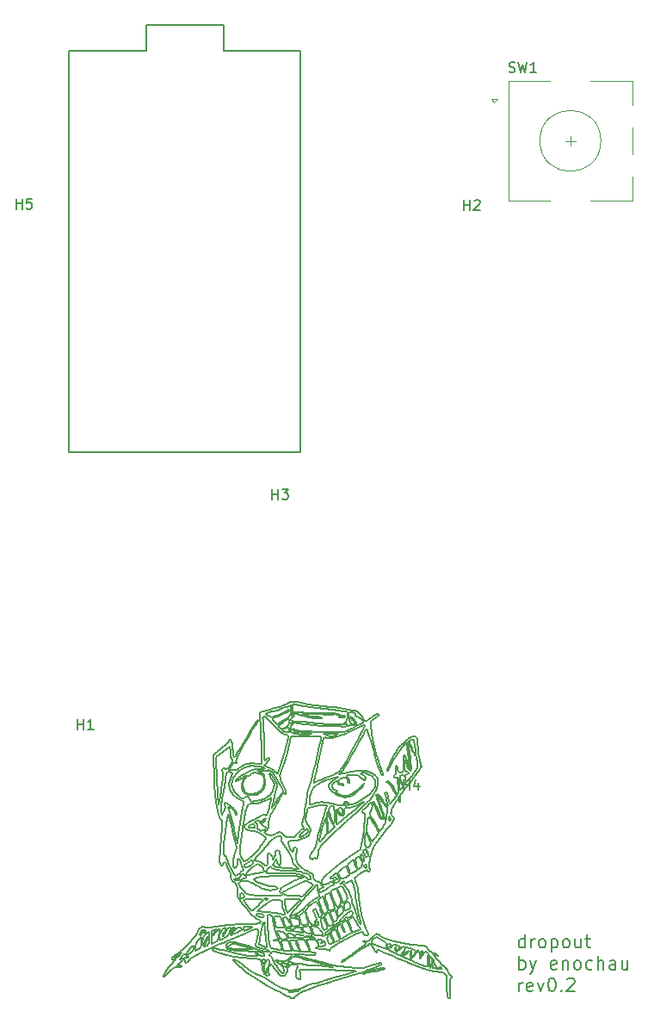
<source format=gbr>
G04 #@! TF.GenerationSoftware,KiCad,Pcbnew,(5.1.7)-1*
G04 #@! TF.CreationDate,2020-12-06T21:21:45-08:00*
G04 #@! TF.ProjectId,dropout-miniusb,64726f70-6f75-4742-9d6d-696e69757362,rev?*
G04 #@! TF.SameCoordinates,Original*
G04 #@! TF.FileFunction,Legend,Top*
G04 #@! TF.FilePolarity,Positive*
%FSLAX46Y46*%
G04 Gerber Fmt 4.6, Leading zero omitted, Abs format (unit mm)*
G04 Created by KiCad (PCBNEW (5.1.7)-1) date 2020-12-06 21:21:45*
%MOMM*%
%LPD*%
G01*
G04 APERTURE LIST*
%ADD10C,0.200000*%
%ADD11C,0.150000*%
%ADD12C,0.120000*%
G04 APERTURE END LIST*
D10*
X183792452Y-141275695D02*
X183545477Y-141387588D01*
X190852577Y-140924133D02*
X190852577Y-140906222D01*
X184613177Y-141229308D02*
X184687277Y-141219535D01*
X190331777Y-140162410D02*
X190331777Y-140197810D01*
X183665102Y-141427060D02*
X183693527Y-141411190D01*
X183456752Y-141489723D02*
X183456752Y-141489723D01*
X190946102Y-140802055D02*
X190969802Y-140802055D01*
X184644077Y-141062478D02*
X184524452Y-141084040D01*
X183545477Y-141387588D02*
X183456752Y-141464087D01*
X185509577Y-140976213D02*
X185529152Y-140945290D01*
X191041052Y-140830540D02*
X191104877Y-140890360D01*
X190879877Y-140830540D02*
X190929452Y-140802055D01*
X185169077Y-141128800D02*
X185364377Y-141072235D01*
X184029677Y-141320050D02*
X184309652Y-141268773D01*
X183517802Y-141489318D02*
X183636227Y-141442518D01*
X190186127Y-139916643D02*
X190206827Y-139934545D01*
X191120327Y-140918838D02*
X191108927Y-140977840D01*
X190900577Y-140977840D02*
X190852577Y-140924133D01*
X184644077Y-141062478D02*
X184644077Y-141062478D01*
X190852577Y-140906222D02*
X190852577Y-140887098D01*
X184956977Y-141004285D02*
X184722152Y-141047830D01*
X185461952Y-140924538D02*
X185356577Y-140935518D01*
X185467277Y-141020973D02*
X185477777Y-141009985D01*
X191019452Y-141010390D02*
X190989677Y-141010390D01*
X185191352Y-140961978D02*
X184956977Y-141004285D01*
X185516102Y-140927785D02*
X185461952Y-140924538D01*
X185356577Y-140935518D02*
X185191352Y-140961978D01*
X185529152Y-140945290D02*
X185516102Y-140927785D01*
X185451302Y-141036430D02*
X185467277Y-141020973D01*
X185364377Y-141072235D02*
X185451302Y-141036430D01*
X184908902Y-141183325D02*
X185169077Y-141128800D01*
X184309652Y-141268773D02*
X184537052Y-141237040D01*
X191104877Y-140890360D02*
X191112977Y-140906222D01*
X191041727Y-141010390D02*
X191019452Y-141010390D01*
X190206827Y-139934545D02*
X190289852Y-140057028D01*
X190929452Y-140802055D02*
X190946102Y-140802055D01*
X191108927Y-140977840D02*
X191041727Y-141010390D01*
X191112977Y-140906222D02*
X191120327Y-140918838D01*
X185477777Y-141009985D02*
X185509577Y-140976213D01*
X184537052Y-141237040D02*
X184613177Y-141229308D01*
X183804227Y-141375378D02*
X184029677Y-141320050D01*
X191112977Y-140906222D02*
X191112977Y-140906222D01*
X190158002Y-139888570D02*
X190186127Y-139916643D01*
X190852577Y-140887098D02*
X190879877Y-140830540D01*
X183456752Y-141464087D02*
X183456752Y-141489723D01*
X190289852Y-140057028D02*
X190331777Y-140162410D01*
X184524452Y-141084040D02*
X184168427Y-141164200D01*
X183693527Y-141411190D02*
X183804227Y-141375378D01*
X184168427Y-141164200D02*
X183792452Y-141275695D01*
X190969802Y-140802055D02*
X191041052Y-140830540D01*
X190989677Y-141010390D02*
X190900577Y-140977840D01*
X183636227Y-141442518D02*
X183665102Y-141427060D01*
X184687277Y-141219535D02*
X184908902Y-141183325D01*
X190331777Y-140197810D02*
X190331777Y-140197810D01*
X184722152Y-141047830D02*
X184644077Y-141062478D01*
X183456752Y-141489723D02*
X183517802Y-141489318D01*
X189290102Y-139312390D02*
X189290102Y-139339248D01*
X185807102Y-138837130D02*
X185759777Y-138752088D01*
X189915077Y-140514378D02*
X189923627Y-140189672D01*
X189992777Y-140906222D02*
X189945227Y-140789853D01*
X185874977Y-138574683D02*
X186000677Y-138550675D01*
X190149452Y-140520482D02*
X190097402Y-140776015D01*
X189290102Y-139339248D02*
X189257552Y-139420225D01*
X189257552Y-139420225D02*
X189198977Y-139530903D01*
X190550702Y-140687305D02*
X190576727Y-140730445D01*
X190206827Y-140458225D02*
X190196252Y-140020810D01*
X190247927Y-140776015D02*
X190209227Y-140520482D01*
X186165077Y-138601540D02*
X186165077Y-138614560D01*
X186019427Y-138812305D02*
X185996252Y-138832248D01*
X190394027Y-140395570D02*
X190519352Y-140637670D01*
X190321127Y-140906222D02*
X190302902Y-140906222D01*
X189168002Y-139239558D02*
X189185927Y-139239558D01*
X190440827Y-140925752D02*
X190350902Y-140906222D01*
X190592177Y-140968893D02*
X190568552Y-140960748D01*
X189185927Y-139239558D02*
X189204677Y-139239558D01*
X189290102Y-139299370D02*
X189290102Y-139312390D01*
X190610927Y-140976618D02*
X190592177Y-140968893D01*
X189185927Y-139552060D02*
X189170102Y-139575257D01*
X189290102Y-139312390D02*
X189290102Y-139312390D01*
X189114377Y-139307103D02*
X189168002Y-139239558D01*
X189102452Y-139631402D02*
X189081752Y-139509325D01*
X186115052Y-138563290D02*
X186165077Y-138601540D01*
X190671977Y-140992075D02*
X190610927Y-140976618D01*
X189081752Y-139427950D02*
X189114377Y-139307103D01*
X189198977Y-139530903D02*
X189185927Y-139552060D01*
X185789852Y-138635305D02*
X185802152Y-138614560D01*
X185774477Y-138659320D02*
X185789852Y-138635305D01*
X190054277Y-139824280D02*
X190158002Y-139888570D01*
X190651952Y-140863090D02*
X190692302Y-140960748D01*
X190331777Y-140197810D02*
X190331777Y-140247048D01*
X189988727Y-139898328D02*
X190054277Y-139824280D01*
X190154777Y-140458225D02*
X190149452Y-140520482D01*
X190196252Y-140020810D02*
X190154777Y-140458225D01*
X189204677Y-139239558D02*
X189261227Y-139260310D01*
X190302902Y-140906222D02*
X190247927Y-140776015D01*
X185759777Y-138752088D02*
X185774477Y-138659320D01*
X185902577Y-138865203D02*
X185807102Y-138837130D01*
X190350902Y-140906222D02*
X190321127Y-140906222D01*
X190692302Y-140960748D02*
X190671977Y-140992075D01*
X190576727Y-140730445D02*
X190651952Y-140863090D01*
X189261227Y-139260310D02*
X189290102Y-139299370D01*
X189081752Y-139468638D02*
X189081752Y-139427950D01*
X189170102Y-139575257D02*
X189102452Y-139631402D01*
X186040202Y-138796443D02*
X186019427Y-138812305D01*
X186165077Y-138614560D02*
X186165077Y-138614560D01*
X185802152Y-138614560D02*
X185874977Y-138574683D01*
X190331777Y-140247048D02*
X190394027Y-140395570D01*
X189977777Y-139927225D02*
X189988727Y-139898328D01*
X189945227Y-140789853D02*
X189915077Y-140514378D01*
X190097402Y-140776015D02*
X190030577Y-140906222D01*
X186000677Y-138550675D02*
X186115052Y-138563290D01*
X189953327Y-139988252D02*
X189977777Y-139927225D01*
X190209227Y-140520482D02*
X190206827Y-140458225D01*
X190030577Y-140906222D02*
X190008602Y-140906222D01*
X185996252Y-138832248D02*
X185902577Y-138865203D01*
X189923627Y-140189672D02*
X189953327Y-139988252D01*
X190008602Y-140906222D02*
X189992777Y-140906222D01*
X190568552Y-140960748D02*
X190440827Y-140925752D01*
X189081752Y-139509325D02*
X189081752Y-139468638D01*
X190519352Y-140637670D02*
X190550702Y-140687305D01*
X189795527Y-140419165D02*
X189805202Y-140599825D01*
X187711727Y-139309548D02*
X187675502Y-139343725D01*
X186123227Y-138705295D02*
X186040202Y-138796443D01*
X186165077Y-138636933D02*
X186123227Y-138705295D01*
X184670102Y-137885388D02*
X184696127Y-137885388D01*
X186165077Y-138614560D02*
X186165077Y-138636933D01*
X187373627Y-139270893D02*
X187352402Y-139325410D01*
X185238227Y-138166555D02*
X185238227Y-138166555D01*
X189689702Y-140751190D02*
X189521627Y-140724340D01*
X185187677Y-138138483D02*
X185238227Y-138166555D01*
X184708427Y-137885388D02*
X184745402Y-137906950D01*
X189764552Y-140098525D02*
X189769427Y-140166475D01*
X184505327Y-138598690D02*
X184271777Y-138434703D01*
X189805202Y-140599825D02*
X189777152Y-140710098D01*
X184271777Y-138434703D02*
X184237202Y-138266665D01*
X185955527Y-139179340D02*
X185575052Y-139011288D01*
X184696127Y-137885388D02*
X184708427Y-137885388D01*
X189769052Y-139691620D02*
X189753527Y-139736785D01*
X186230627Y-139308738D02*
X185955527Y-139179340D01*
X187415102Y-139593557D02*
X187467152Y-139228975D01*
X189251852Y-140630755D02*
X188858702Y-140472055D01*
X185016452Y-138792370D02*
X184946402Y-138770808D01*
X188858702Y-140472055D02*
X188455502Y-140304828D01*
X184591952Y-137945200D02*
X184670102Y-137885388D01*
X186913802Y-139620828D02*
X186642377Y-139504450D01*
X187190927Y-139703013D02*
X187186052Y-139708308D01*
X185223902Y-138868870D02*
X185016452Y-138792370D01*
X187256027Y-139563453D02*
X187190927Y-139703013D01*
X187290152Y-139833228D02*
X187612802Y-139583387D01*
X187935902Y-139214733D02*
X187860152Y-139202935D01*
X185035952Y-138056695D02*
X185187677Y-138138483D01*
X184865402Y-137967183D02*
X185035952Y-138056695D01*
X188321252Y-140249890D02*
X187290152Y-139833228D01*
X187186052Y-139708308D02*
X187180727Y-139713190D01*
X187840727Y-139369360D02*
X187935902Y-139256245D01*
X184745402Y-137906950D02*
X184865402Y-137967183D01*
X184394252Y-138083140D02*
X184430477Y-138057100D01*
X185575052Y-139011288D02*
X185223902Y-138868870D01*
X184834127Y-138733780D02*
X184505327Y-138598690D01*
X187467152Y-139228975D02*
X187529852Y-138874975D01*
X187612802Y-139583387D02*
X187657202Y-139546765D01*
X187352402Y-139325410D02*
X187256027Y-139563453D01*
X189753527Y-139736785D02*
X189753527Y-139894675D01*
X186400727Y-139392963D02*
X186321302Y-139354308D01*
X184347452Y-138119358D02*
X184394252Y-138083140D01*
X184237202Y-138266665D02*
X184347452Y-138119358D01*
X187657202Y-139546765D02*
X187840727Y-139369360D01*
X186642377Y-139504450D02*
X186400727Y-139392963D01*
X189753527Y-139894675D02*
X189764552Y-140098525D01*
X187104977Y-139692445D02*
X186913802Y-139620828D01*
X186321302Y-139354308D02*
X186230627Y-139308738D01*
X187935902Y-139218805D02*
X187935902Y-139214733D01*
X189777152Y-140710098D02*
X189689702Y-140751190D01*
X189769427Y-140166475D02*
X189775052Y-140229550D01*
X188455502Y-140304828D02*
X188321252Y-140249890D01*
X184430477Y-138057100D02*
X184591952Y-137945200D01*
X184946402Y-138770808D02*
X184834127Y-138733780D01*
X189775052Y-140229550D02*
X189795527Y-140419165D01*
X187860152Y-139202935D02*
X187711727Y-139309548D01*
X187675502Y-139343725D02*
X187415102Y-139593557D01*
X187529852Y-138874975D02*
X187373627Y-139270893D01*
X187935902Y-139256245D02*
X187935902Y-139218805D01*
X189521627Y-140724340D02*
X189251852Y-140630755D01*
X187180727Y-139713190D02*
X187104977Y-139692445D01*
X188149127Y-139968722D02*
X188196752Y-139942278D01*
X188185727Y-139463350D02*
X188193527Y-139256245D01*
X189849977Y-139891008D02*
X189812177Y-139792945D01*
X188063327Y-139344535D02*
X188039702Y-139609030D01*
X187039877Y-139083310D02*
X187290152Y-138812305D01*
X189895577Y-139910943D02*
X189879677Y-139941055D01*
X188196752Y-139942278D02*
X188285777Y-139871478D01*
X188285777Y-139871478D02*
X188389577Y-139768930D01*
X189601727Y-139317280D02*
X189690077Y-139381975D01*
X189904427Y-139801893D02*
X189902927Y-139829162D01*
X188115827Y-139968722D02*
X188133602Y-139968722D01*
X187967252Y-138989725D02*
X188073827Y-139015360D01*
X188143802Y-139746152D02*
X188166677Y-139576878D01*
X189418202Y-139408825D02*
X189513827Y-139312390D01*
X188800577Y-139117075D02*
X188871752Y-139205785D01*
X188382677Y-139643613D02*
X188321252Y-139708308D01*
X189906977Y-139773003D02*
X189904427Y-139801893D01*
X189857702Y-139596003D02*
X189906977Y-139773003D01*
X188871752Y-139205785D02*
X188949152Y-139407205D01*
X188998352Y-139656228D02*
X189029702Y-140020810D01*
X189029702Y-140020810D02*
X189279452Y-139624893D01*
X188498177Y-139646868D02*
X188600777Y-139517478D01*
X188769227Y-139185445D02*
X188800577Y-139117075D01*
X188687477Y-139392963D02*
X188746877Y-139285540D01*
X187290152Y-138812305D02*
X187967252Y-138989725D01*
X188063327Y-139858045D02*
X188115827Y-139968722D01*
X188769227Y-139208223D02*
X188769227Y-139185445D01*
X186992702Y-139133358D02*
X187039877Y-139083310D01*
X188389577Y-139768930D02*
X188498177Y-139646868D01*
X188133602Y-139187478D02*
X188103077Y-139207413D01*
X188138552Y-139184628D02*
X188133602Y-139187478D01*
X189717377Y-139406388D02*
X189745802Y-139429578D01*
X189279452Y-139624893D02*
X189312902Y-139569963D01*
X188389952Y-139113423D02*
X188577602Y-139247290D01*
X189812177Y-139792945D02*
X189800327Y-139760388D01*
X189879677Y-139941055D02*
X189849977Y-139891008D01*
X189745802Y-139429578D02*
X189857702Y-139596003D01*
X188949152Y-139407205D02*
X188992277Y-139593153D01*
X189690077Y-139381975D02*
X189717377Y-139406388D01*
X188193527Y-139256245D02*
X188138552Y-139184628D01*
X188175602Y-139520725D02*
X188185727Y-139463350D01*
X189312902Y-139569963D02*
X189418202Y-139408825D01*
X188992277Y-139593153D02*
X188998352Y-139656228D01*
X188769227Y-139227348D02*
X188769227Y-139208223D01*
X188600777Y-139517478D02*
X188687477Y-139392963D01*
X188206127Y-139822233D02*
X188150852Y-139840953D01*
X188577602Y-139247290D02*
X188548727Y-139431610D01*
X188150852Y-139840953D02*
X188143802Y-139746152D01*
X188133602Y-139968722D02*
X188149127Y-139968722D01*
X188103077Y-139207413D02*
X188063327Y-139344535D01*
X186613502Y-139257468D02*
X186694877Y-139329078D01*
X186694877Y-139329078D02*
X186836477Y-139270075D01*
X189794702Y-139742485D02*
X189769052Y-139691620D01*
X188039702Y-139609030D02*
X188063327Y-139858045D01*
X188166677Y-139576878D02*
X188175602Y-139520725D01*
X188293202Y-139737603D02*
X188206127Y-139822233D01*
X186836477Y-139270075D02*
X186992702Y-139133358D01*
X188321252Y-139708308D02*
X188293202Y-139737603D01*
X188548727Y-139431610D02*
X188382677Y-139643613D01*
X188073827Y-139015360D02*
X188389952Y-139113423D01*
X189800327Y-139760388D02*
X189794702Y-139742485D01*
X189902927Y-139829162D02*
X189895577Y-139910943D01*
X188746877Y-139285540D02*
X188769227Y-139227348D01*
X189513827Y-139312390D02*
X189601727Y-139317280D01*
X185678852Y-138510797D02*
X185702027Y-138569388D01*
X190677977Y-139591120D02*
X190511252Y-139495900D01*
X186590702Y-139102840D02*
X186613502Y-139257468D01*
X186592352Y-139051975D02*
X186590702Y-139102840D01*
X189706727Y-138864393D02*
X189706727Y-138852183D01*
X185715902Y-138881485D02*
X185800052Y-138988900D01*
X185841677Y-138117737D02*
X185444027Y-137939508D01*
X186602477Y-138770808D02*
X186592352Y-139051975D01*
X188928752Y-138689838D02*
X188559227Y-138639790D01*
X186675302Y-139031222D02*
X186602477Y-138770808D01*
X186748652Y-139281055D02*
X186675302Y-139031222D01*
X189606227Y-138816377D02*
X189332777Y-138756160D01*
X186925577Y-139031222D02*
X186748652Y-139281055D01*
X190376552Y-139447893D02*
X190331777Y-139447893D01*
X190331777Y-139447893D02*
X190287377Y-139447893D01*
X186677402Y-138677628D02*
X186727352Y-138687393D01*
X187102577Y-138770808D02*
X186925577Y-139031222D01*
X186727352Y-138687393D02*
X187102577Y-138770808D01*
X186525602Y-138657288D02*
X186677402Y-138677628D01*
X185696327Y-138583225D02*
X185683352Y-138618633D01*
X184738127Y-137572893D02*
X184721027Y-137572893D01*
X188165852Y-138597055D02*
X187358552Y-138488425D01*
X185273177Y-137835745D02*
X185128727Y-137752743D01*
X186196427Y-138822888D02*
X186215927Y-138794815D01*
X189706727Y-138852183D02*
X189606227Y-138816377D01*
X185915327Y-139031222D02*
X185949077Y-139031222D01*
X185886302Y-139031222D02*
X185915327Y-139031222D01*
X189706727Y-138904683D02*
X189706727Y-138864393D01*
X184554152Y-137694963D02*
X184405202Y-137827608D01*
X185436752Y-138291475D02*
X185588102Y-138409893D01*
X184818602Y-137596495D02*
X184758002Y-137572893D01*
X186387677Y-138665425D02*
X186525602Y-138657288D01*
X184670102Y-137605443D02*
X184554152Y-137694963D01*
X185949077Y-139031222D02*
X186051527Y-138969790D01*
X184238027Y-137989555D02*
X184238027Y-137989555D01*
X186286352Y-138717910D02*
X186387677Y-138665425D01*
X186215927Y-138794815D02*
X186286352Y-138717910D01*
X185683352Y-138618633D02*
X185676002Y-138736630D01*
X184405202Y-137827608D02*
X184279127Y-137948462D01*
X190511252Y-139495900D02*
X190376552Y-139447893D01*
X184954952Y-137659960D02*
X184818602Y-137596495D01*
X187358552Y-138488425D02*
X186507302Y-138322810D01*
X185800052Y-138988900D02*
X185886302Y-139031222D01*
X185128727Y-137752743D02*
X184954952Y-137659960D01*
X185321102Y-137864643D02*
X185273177Y-137835745D01*
X186175277Y-138851373D02*
X186196427Y-138822888D01*
X184279127Y-137948462D02*
X184238027Y-137989555D01*
X185588102Y-138409893D02*
X185678852Y-138510797D01*
X188436002Y-138625143D02*
X188165852Y-138597055D01*
X190287377Y-139447893D02*
X190154777Y-139379943D01*
X190154777Y-139379943D02*
X189948827Y-139218400D01*
X189948827Y-139218400D02*
X189777977Y-139025935D01*
X186507302Y-138322810D02*
X185841677Y-138117737D01*
X185288627Y-138195453D02*
X185436752Y-138291475D01*
X184721027Y-137572893D02*
X184670102Y-137605443D01*
X188559227Y-138639790D02*
X188436002Y-138625143D01*
X189777977Y-139025935D02*
X189706727Y-138904683D01*
X184758002Y-137572893D02*
X184738127Y-137572893D01*
X189332777Y-138756160D02*
X188928752Y-138689838D01*
X185702027Y-138569388D02*
X185696327Y-138583225D01*
X185444027Y-137939508D02*
X185321102Y-137864643D01*
X185676002Y-138736630D02*
X185715902Y-138881485D01*
X185238227Y-138166555D02*
X185288627Y-138195453D01*
X186051527Y-138969790D02*
X186175277Y-138851373D01*
X191654177Y-142575325D02*
X191662277Y-142901260D01*
X191659877Y-141045378D02*
X191616752Y-141010390D01*
X190706927Y-139614723D02*
X190677977Y-139591120D01*
X190732202Y-139634665D02*
X190706927Y-139614723D01*
X190802552Y-139702203D02*
X190732202Y-139634665D01*
X191348627Y-140791473D02*
X191117477Y-140553040D01*
X191982152Y-143066058D02*
X191977652Y-142937478D01*
X191831552Y-143927058D02*
X191852777Y-143927058D01*
X191667977Y-143126275D02*
X191683802Y-143474176D01*
X190787477Y-139729060D02*
X190802552Y-139702203D01*
X191498327Y-141499893D02*
X191509802Y-141514128D01*
X191620802Y-141825415D02*
X191634227Y-141999565D01*
X190650827Y-139693660D02*
X190787477Y-139729060D01*
X191662277Y-142901260D02*
X191665202Y-143010310D01*
X190449752Y-139619598D02*
X190650827Y-139693660D01*
X190383827Y-139593557D02*
X190449752Y-139619598D01*
X191543102Y-141558483D02*
X191576852Y-141621558D01*
X191390477Y-141430308D02*
X191477552Y-141476703D01*
X191602502Y-141010390D02*
X191581352Y-141010390D01*
X192107927Y-141889705D02*
X192150227Y-141855123D01*
X191715602Y-143753718D02*
X191768927Y-143890436D01*
X191937827Y-143892471D02*
X191981327Y-143752497D01*
X191970302Y-142450818D02*
X191984177Y-142139133D01*
X190379777Y-139591930D02*
X190383827Y-139593557D01*
X190355702Y-139621638D02*
X190379777Y-139591930D01*
X190852577Y-140260472D02*
X190789127Y-140190078D01*
X190434227Y-139755100D02*
X190355702Y-139621638D01*
X190917302Y-140334527D02*
X190852577Y-140260472D01*
X192090377Y-141691953D02*
X191998802Y-141585340D01*
X191685902Y-141135310D02*
X191685902Y-141112525D01*
X192070802Y-141903130D02*
X192091952Y-141895810D01*
X190789127Y-140190078D02*
X190604777Y-139974423D01*
X192150602Y-141790420D02*
X192090377Y-141691953D01*
X191117477Y-140553040D02*
X190917302Y-140334527D01*
X191928002Y-141510070D02*
X191767727Y-141308245D01*
X191519027Y-140951800D02*
X191348627Y-140791473D01*
X191581352Y-141010390D02*
X191519027Y-140951800D01*
X191685902Y-141112525D02*
X191659877Y-141045378D01*
X191998802Y-141585340D02*
X191967077Y-141551973D01*
X192022802Y-141966205D02*
X192070802Y-141903130D01*
X191984177Y-142139133D02*
X192022802Y-141966205D01*
X191981327Y-143752497D02*
X191991527Y-143452205D01*
X191576852Y-141621558D02*
X191602052Y-141704973D01*
X191477552Y-141476703D02*
X191498327Y-141499893D01*
X191974427Y-142815805D02*
X191970302Y-142450818D01*
X191685902Y-141178442D02*
X191685902Y-141135310D01*
X191967077Y-141551973D02*
X191928002Y-141510070D01*
X192150227Y-141855123D02*
X192150602Y-141790420D01*
X191602052Y-141704973D02*
X191620802Y-141825415D01*
X191873927Y-143927058D02*
X191937827Y-143892471D01*
X191201327Y-141365620D02*
X191390477Y-141430308D01*
X191991527Y-143452205D02*
X191982152Y-143066058D01*
X191665202Y-143010310D02*
X191667977Y-143126275D01*
X191634227Y-141999565D02*
X191644802Y-142244110D01*
X192091952Y-141895810D02*
X192107927Y-141889705D01*
X191852777Y-143927058D02*
X191873927Y-143927058D01*
X191509802Y-141514128D02*
X191543102Y-141558483D01*
X191644802Y-142244110D02*
X191654177Y-142575325D01*
X191768927Y-143890436D02*
X191831552Y-143927058D01*
X191616752Y-141010390D02*
X191602502Y-141010390D01*
X191977652Y-142937478D02*
X191974427Y-142815805D01*
X191767727Y-141308245D02*
X191685902Y-141178442D01*
X191683802Y-143474176D02*
X191715602Y-143753718D01*
X190604777Y-139974423D02*
X190434227Y-139755100D01*
X184454027Y-138999888D02*
X184487777Y-139051975D01*
X183933227Y-138627580D02*
X183925502Y-138614560D01*
X190623527Y-141270805D02*
X190703177Y-141277728D01*
X190474577Y-141256165D02*
X190623527Y-141270805D01*
X184029227Y-138530733D02*
X184117577Y-138575088D01*
X184487777Y-139051975D02*
X184525727Y-139114637D01*
X181269227Y-140325175D02*
X181269227Y-140343888D01*
X184525727Y-139114637D02*
X184648952Y-139297338D01*
X187831727Y-140385393D02*
X188059277Y-140485488D01*
X190030202Y-141184953D02*
X190474577Y-141256165D01*
X189442277Y-141031143D02*
X190030202Y-141184953D01*
X184157477Y-138603978D02*
X184284752Y-138760225D01*
X183852677Y-138718728D02*
X183871352Y-138718728D01*
X187343552Y-140170143D02*
X187709702Y-140330868D01*
X184800302Y-139135390D02*
X184827152Y-139135390D01*
X182778002Y-139385223D02*
X183090527Y-139171195D01*
X188746877Y-140775610D02*
X189442277Y-141031143D01*
X185882252Y-139549210D02*
X186345677Y-139742485D01*
X184827152Y-139135390D02*
X184908602Y-139165915D01*
X185472602Y-139382380D02*
X185882252Y-139549210D01*
X184761227Y-139429578D02*
X184807277Y-139432840D01*
X181862477Y-139882060D02*
X181554077Y-140107878D01*
X181284677Y-140360973D02*
X181335152Y-140348763D01*
X184788527Y-139135390D02*
X184800302Y-139135390D01*
X184782452Y-139325410D02*
X184769477Y-139291638D01*
X184144427Y-138593808D02*
X184157477Y-138603978D01*
X184753502Y-139182182D02*
X184788527Y-139135390D01*
X184648952Y-139297338D02*
X184761227Y-139429578D01*
X183905177Y-138542133D02*
X183945077Y-138514060D01*
X183916127Y-138598690D02*
X183905177Y-138542133D01*
X181562252Y-140221008D02*
X181749752Y-140098930D01*
X188059277Y-140485488D02*
X188746877Y-140775610D01*
X186345677Y-139742485D02*
X186840527Y-139952440D01*
X182300702Y-139720922D02*
X182581952Y-139523987D01*
X185140502Y-139251363D02*
X185472602Y-139382380D01*
X184908602Y-139165915D02*
X185140502Y-139251363D01*
X184761227Y-139270488D02*
X184753502Y-139182182D01*
X184807277Y-139432840D02*
X184782452Y-139325410D01*
X183925502Y-138614560D02*
X183916127Y-138598690D01*
X183927902Y-138686170D02*
X183933227Y-138627580D01*
X181425527Y-140303193D02*
X181562252Y-140221008D01*
X181554077Y-140107878D02*
X181345727Y-140269420D01*
X184284752Y-138760225D02*
X184454027Y-138999888D01*
X181335152Y-140348763D02*
X181425527Y-140303193D01*
X181269227Y-140347952D02*
X181284677Y-140360973D01*
X183718427Y-138776913D02*
X183818927Y-138718728D01*
X182581952Y-139523987D02*
X182675477Y-139458475D01*
X183818927Y-138718728D02*
X183852677Y-138718728D01*
X183945077Y-138514060D02*
X184029227Y-138530733D01*
X182143727Y-139681045D02*
X181862477Y-139882060D01*
X186840527Y-139952440D02*
X187343552Y-140170143D01*
X190941677Y-141310683D02*
X191201327Y-141365620D01*
X181345727Y-140269420D02*
X181269227Y-140325175D01*
X184117577Y-138575088D02*
X184144427Y-138593808D01*
X183871352Y-138718728D02*
X183927902Y-138686170D01*
X183451427Y-138936003D02*
X183718427Y-138776913D01*
X183090527Y-139171195D02*
X183451427Y-138936003D01*
X181749752Y-140098930D02*
X181994327Y-139933330D01*
X182675477Y-139458475D02*
X182778002Y-139385223D01*
X181994327Y-139933330D02*
X182300702Y-139720922D01*
X181269227Y-140343888D02*
X181269227Y-140347952D01*
X190703177Y-141277728D02*
X190941677Y-141310683D01*
X184769477Y-139291638D02*
X184761227Y-139270488D01*
X187709702Y-140330868D02*
X187831727Y-140385393D01*
X177125852Y-143027402D02*
X177225527Y-143000140D01*
X177203927Y-143059953D02*
X177083102Y-143123020D01*
X167845179Y-138323620D02*
X167780889Y-138488013D01*
X177266552Y-143016010D02*
X177203927Y-143059953D01*
X176237927Y-143302058D02*
X176209427Y-143290664D01*
X176914952Y-143197891D02*
X176914952Y-143197891D01*
X168243129Y-137807268D02*
X168237834Y-137791810D01*
X167831754Y-138642228D02*
X167831754Y-138625143D01*
X176326652Y-143199112D02*
X176373452Y-143197891D01*
X177260477Y-143000140D02*
X177266552Y-143016010D01*
X177225527Y-143000140D02*
X177258827Y-143000140D01*
X168236207Y-137787325D02*
X168202029Y-137783665D01*
X167831754Y-138625143D02*
X167831754Y-138581598D01*
X176521577Y-143331762D02*
X176279477Y-143319961D01*
X176209427Y-143290664D02*
X176125577Y-143252009D01*
X167749554Y-138667863D02*
X167758922Y-138677223D01*
X168133667Y-137846328D02*
X168041304Y-137967183D01*
X176917502Y-143106745D02*
X176946302Y-143093725D01*
X168021774Y-138247540D02*
X168050672Y-138208473D01*
X176186627Y-143206843D02*
X176326652Y-143199112D01*
X176946302Y-143093725D02*
X176974802Y-143080705D01*
X177083102Y-143123020D02*
X176957252Y-143179987D01*
X176957252Y-143179987D02*
X176914952Y-143197891D01*
X168202029Y-137783665D02*
X168133667Y-137846328D01*
X176279477Y-143319961D02*
X176237927Y-143302058D01*
X168237834Y-137791810D02*
X168236207Y-137787325D01*
X167898077Y-138451795D02*
X168021774Y-138247540D01*
X177258827Y-143000140D02*
X177260477Y-143000140D01*
X167780889Y-138488013D02*
X167749554Y-138611298D01*
X168081587Y-138166555D02*
X168198774Y-137960673D01*
X167935922Y-138135228D02*
X167911502Y-138181203D01*
X176974802Y-143080705D02*
X177125852Y-143027402D01*
X167767457Y-138685765D02*
X167810597Y-138693902D01*
X176106152Y-143222304D02*
X176186627Y-143206843D01*
X176690777Y-143161270D02*
X176917502Y-143106745D01*
X176125577Y-143252009D02*
X176106152Y-143222304D01*
X185974652Y-122777132D02*
X186097202Y-122938757D01*
X185907077Y-122703108D02*
X185974652Y-122777132D01*
X185883902Y-122687658D02*
X185907077Y-122703108D01*
X167831754Y-138581598D02*
X167898077Y-138451795D01*
X167935922Y-138135228D02*
X167935922Y-138135228D01*
X176422727Y-143195043D02*
X176690777Y-143161270D01*
X167960739Y-138092508D02*
X167935922Y-138135228D01*
X167911502Y-138181203D02*
X167845179Y-138323620D01*
X168041304Y-137967183D02*
X167960739Y-138092508D01*
X168198774Y-137960673D02*
X168243129Y-137807268D01*
X168050672Y-138208473D02*
X168081587Y-138166555D01*
X167810597Y-138693902D02*
X167831754Y-138642228D01*
X167758922Y-138677223D02*
X167767457Y-138685765D01*
X167749554Y-138611298D02*
X167749554Y-138667863D01*
X176373452Y-143197891D02*
X176422727Y-143195043D01*
X175885952Y-140849665D02*
X175784702Y-140863090D01*
X175883927Y-140718640D02*
X175894052Y-140747537D01*
X175874552Y-140695450D02*
X175883927Y-140718640D01*
X175951427Y-140642965D02*
X175936052Y-140635225D01*
X176032052Y-140649475D02*
X175951427Y-140642965D01*
X176101202Y-140522110D02*
X176119877Y-140581923D01*
X176321327Y-139965880D02*
X176516627Y-139829162D01*
X173498252Y-140239728D02*
X173487677Y-140211235D01*
X176738027Y-139812475D02*
X176766452Y-139820200D01*
X176279852Y-140010228D02*
X176321327Y-139965880D01*
X173602427Y-140072890D02*
X173631752Y-140072890D01*
X176119877Y-140581923D02*
X176112977Y-140593728D01*
X176016152Y-140489560D02*
X176101202Y-140522110D01*
X177597827Y-140036268D02*
X177929477Y-140118873D01*
X175988102Y-140489560D02*
X176016152Y-140489560D01*
X173769227Y-140132703D02*
X173769227Y-140145723D01*
X176701352Y-139801893D02*
X176738027Y-139812475D01*
X173541002Y-140377255D02*
X173505977Y-140262910D01*
X173720852Y-140093643D02*
X173769227Y-140132703D01*
X173631752Y-140072890D02*
X173720852Y-140093643D01*
X176904902Y-139857235D02*
X177205052Y-139936173D01*
X173736677Y-140253153D02*
X173665052Y-140381320D01*
X173769227Y-140145723D02*
X173769227Y-140145723D01*
X173574752Y-140072890D02*
X173602427Y-140072890D01*
X173491727Y-140113173D02*
X173574752Y-140072890D01*
X173560952Y-140445610D02*
X173541002Y-140377255D01*
X173560952Y-140468808D02*
X173560952Y-140445610D01*
X178040102Y-140145723D02*
X178040102Y-140145723D01*
X177205052Y-139936173D02*
X177597827Y-140036268D01*
X176243177Y-140046445D02*
X176279852Y-140010228D01*
X176065427Y-140318665D02*
X176108927Y-140213275D01*
X173487677Y-140211235D02*
X173491727Y-140113173D01*
X175628852Y-140772753D02*
X175500602Y-140642965D01*
X176766452Y-139820200D02*
X176904902Y-139857235D01*
X173505977Y-140262910D02*
X173498252Y-140239728D01*
X176108927Y-140213275D02*
X176243177Y-140046445D01*
X173769227Y-140145723D02*
X173769227Y-140172580D01*
X176836877Y-143234106D02*
X176521577Y-143331762D01*
X175515302Y-140407765D02*
X175550702Y-140416728D01*
X176914952Y-143197891D02*
X176836877Y-143234106D01*
X175894052Y-140747537D02*
X175885952Y-140849665D01*
X176102402Y-140609185D02*
X176032052Y-140649475D01*
X175988102Y-140489560D02*
X175988102Y-140489560D01*
X175866827Y-140618140D02*
X175874552Y-140695450D01*
X176112977Y-140593728D02*
X176102402Y-140609185D01*
X175936052Y-140489560D02*
X175988102Y-140489560D01*
X175781027Y-140468403D02*
X175936052Y-140489560D01*
X176516627Y-139829162D02*
X176701352Y-139801893D01*
X175584452Y-140426890D02*
X175781027Y-140468403D01*
X173665052Y-140381320D02*
X173593502Y-140472055D01*
X175550702Y-140416728D02*
X175584452Y-140426890D01*
X175408202Y-140384170D02*
X175515302Y-140407765D01*
X177929477Y-140118873D02*
X178040102Y-140145723D01*
X175922552Y-140625468D02*
X175866827Y-140618140D01*
X173560952Y-140469617D02*
X173560952Y-140468808D01*
X173769227Y-140172580D02*
X173736677Y-140253153D01*
X175352477Y-140391498D02*
X175408202Y-140384170D01*
X175374452Y-140455788D02*
X175352477Y-140391498D01*
X175443227Y-140559550D02*
X175374452Y-140455788D01*
X175467302Y-140593728D02*
X175443227Y-140559550D01*
X175500602Y-140642965D02*
X175467302Y-140593728D01*
X175784702Y-140863090D02*
X175628852Y-140772753D01*
X175936052Y-140635225D02*
X175922552Y-140625468D01*
X173593502Y-140472055D02*
X173560952Y-140469617D01*
X179810927Y-140604310D02*
X180488027Y-140802055D01*
X174574127Y-140144913D02*
X174561152Y-140104225D01*
X178728527Y-140666147D02*
X178597202Y-140663710D01*
X166202522Y-139864555D02*
X166196417Y-139864555D01*
X166113002Y-139739643D02*
X166113002Y-139739643D01*
X165754929Y-139568748D02*
X165848919Y-139535778D01*
X165951459Y-139632618D02*
X166084119Y-139723765D01*
X175362302Y-139464160D02*
X175636127Y-139510150D01*
X174308027Y-139484110D02*
X174342152Y-139447893D01*
X176071577Y-140322723D02*
X176065427Y-140318665D01*
X176086952Y-140338195D02*
X176071577Y-140322723D01*
X175102727Y-139406388D02*
X175166927Y-139422662D01*
X176183852Y-140355685D02*
X176086952Y-140338195D01*
X178191002Y-140181940D02*
X179011352Y-140390680D01*
X178369652Y-140657200D02*
X178053077Y-140625873D01*
X175636127Y-139510150D02*
X175890377Y-139540660D01*
X174342152Y-139447893D02*
X174364952Y-139421440D01*
X174561152Y-140104225D02*
X174550502Y-140072890D01*
X178990577Y-140678358D02*
X178728527Y-140666147D01*
X166113002Y-139739643D02*
X166141479Y-139755100D01*
X165628794Y-139718485D02*
X165754929Y-139568748D01*
X174445952Y-139353078D02*
X174573752Y-139317280D01*
X175166927Y-139422662D02*
X175362302Y-139464160D01*
X178513352Y-140668180D02*
X178369652Y-140657200D01*
X174550502Y-140072890D02*
X174465902Y-139907290D01*
X176092277Y-139552060D02*
X176092277Y-139552060D01*
X179716952Y-140578263D02*
X179810927Y-140604310D01*
X177656777Y-140578675D02*
X177226352Y-140522110D01*
X165602754Y-139760388D02*
X165628794Y-139718485D01*
X174331577Y-139749805D02*
X174299852Y-139725400D01*
X166220837Y-139825090D02*
X166202522Y-139864555D01*
X176041727Y-139552060D02*
X176092277Y-139552060D01*
X175021352Y-139387263D02*
X175102727Y-139406388D01*
X176444252Y-140404113D02*
X176183852Y-140355685D01*
X179654702Y-140729222D02*
X179568827Y-140721085D01*
X176806727Y-140461487D02*
X176444252Y-140404113D01*
X165730104Y-139955703D02*
X165665004Y-139979305D01*
X174775502Y-139336398D02*
X175021352Y-139387263D01*
X174354752Y-139768120D02*
X174331577Y-139749805D01*
X166141479Y-139755100D02*
X166220837Y-139825090D01*
X179568827Y-140721085D02*
X179310827Y-140699920D01*
X174364952Y-139421440D02*
X174445952Y-139353078D01*
X174231527Y-139618383D02*
X174308027Y-139484110D01*
X179310827Y-140699920D02*
X178990577Y-140678358D01*
X178040102Y-140145723D02*
X178191002Y-140181940D01*
X165848919Y-139535778D02*
X165852587Y-139541478D01*
X165860312Y-139551655D02*
X165951459Y-139632618D01*
X165953912Y-139886523D02*
X165730104Y-139955703D01*
X177226352Y-140522110D02*
X176806727Y-140461487D01*
X179011352Y-140390680D02*
X179716952Y-140578263D01*
X175890377Y-139540660D02*
X176041727Y-139552060D01*
X165425334Y-140072890D02*
X165602754Y-139760388D01*
X174573752Y-139317280D02*
X174775502Y-139336398D01*
X178053077Y-140625873D02*
X177656777Y-140578675D01*
X174465902Y-139907290D02*
X174354752Y-139768120D01*
X166135794Y-139864555D02*
X165953912Y-139886523D01*
X166084119Y-139723765D02*
X166113002Y-139739643D01*
X178560902Y-140666560D02*
X178513352Y-140668180D01*
X178597202Y-140663710D02*
X178560902Y-140666560D01*
X166196417Y-139864555D02*
X166135794Y-139864555D01*
X180488027Y-140802055D02*
X179654702Y-140729222D01*
X165852587Y-139541478D02*
X165860312Y-139551655D01*
X165665004Y-139979305D02*
X165425334Y-140072890D01*
X174299852Y-139725400D02*
X174231527Y-139618383D01*
X171400652Y-139057263D02*
X171014124Y-139040170D01*
X174884552Y-140118055D02*
X174825227Y-140145723D01*
X175033952Y-140158743D02*
X174884552Y-140118055D01*
X175081952Y-140177058D02*
X175033952Y-140158743D01*
X175162502Y-140207988D02*
X175081952Y-140177058D01*
X175418402Y-140267800D02*
X175162502Y-140207988D01*
X170641412Y-138532360D02*
X170862354Y-138561663D01*
X166737999Y-138989725D02*
X166737999Y-138989725D01*
X171269252Y-138666640D02*
X171269252Y-138666640D01*
X170486784Y-138582820D02*
X170641412Y-138532360D01*
X176144777Y-139969945D02*
X175959152Y-140137180D01*
X175705277Y-140256400D02*
X175418402Y-140267800D01*
X175959152Y-140137180D02*
X175705277Y-140256400D01*
X166508514Y-139382785D02*
X166467002Y-139406388D01*
X176196452Y-139906060D02*
X176144777Y-139969945D01*
X176498327Y-139552060D02*
X176196452Y-139906060D01*
X171167522Y-138640195D02*
X171269252Y-138666640D01*
X166730274Y-138798475D02*
X166739222Y-138942107D01*
X166678187Y-138743140D02*
X166730274Y-138798475D01*
X166115439Y-139347393D02*
X166288787Y-139121560D01*
X166735157Y-139033660D02*
X166661094Y-139228975D01*
X170155974Y-138805390D02*
X170247932Y-138739068D01*
X166559379Y-138826555D02*
X166678187Y-138743140D01*
X166397432Y-139443820D02*
X166176482Y-139532523D01*
X166661094Y-139228975D02*
X166508514Y-139382785D01*
X171529652Y-139062558D02*
X171400652Y-139057263D01*
X171629327Y-139066623D02*
X171529652Y-139062558D01*
X170331347Y-138684550D02*
X170486784Y-138582820D01*
X170247932Y-138739068D02*
X170279672Y-138718728D01*
X170091677Y-138925435D02*
X170089644Y-138873348D01*
X171014124Y-139040170D02*
X170623907Y-139019013D01*
X176092277Y-139552060D02*
X176498327Y-139552060D01*
X175164902Y-141101538D02*
X175016477Y-140898085D01*
X166737999Y-138989725D02*
X166735157Y-139033660D01*
X166739222Y-138942107D02*
X166737999Y-138989725D01*
X170279672Y-138718728D02*
X170331347Y-138684550D01*
X166176482Y-139532523D02*
X166058072Y-139510150D01*
X174627827Y-140262505D02*
X174574127Y-140144913D01*
X174734852Y-140460258D02*
X174627827Y-140262505D01*
X174868727Y-140677953D02*
X174734852Y-140460258D01*
X175469252Y-141427060D02*
X175413977Y-141384325D01*
X175066427Y-140410622D02*
X175123427Y-140458225D01*
X175016477Y-140898085D02*
X174868727Y-140677953D01*
X175659377Y-141337127D02*
X175530677Y-141427060D01*
X174904427Y-140258853D02*
X175066427Y-140410622D01*
X170089644Y-138873348D02*
X170155974Y-138805390D01*
X175302077Y-141269995D02*
X175164902Y-141101538D01*
X170862354Y-138561663D02*
X171167522Y-138640195D01*
X175413977Y-141384325D02*
X175302077Y-141269995D01*
X166288787Y-139121560D02*
X166352672Y-139051975D01*
X175641452Y-141106420D02*
X175659377Y-141337127D01*
X166402719Y-138994195D02*
X166559379Y-138826555D01*
X166467002Y-139406388D02*
X166397432Y-139443820D01*
X170623907Y-139019013D02*
X170347614Y-138994600D01*
X170347614Y-138994600D02*
X170173877Y-138964495D01*
X166058072Y-139510150D02*
X166115439Y-139347393D01*
X175488002Y-141427060D02*
X175469252Y-141427060D01*
X175530677Y-141427060D02*
X175488002Y-141427060D01*
X175455527Y-140793925D02*
X175641452Y-141106420D01*
X175213727Y-140532693D02*
X175455527Y-140793925D01*
X170173877Y-138964495D02*
X170091677Y-138925435D01*
X175123427Y-140458225D02*
X175213727Y-140532693D01*
X174825227Y-140145723D02*
X174904427Y-140258853D01*
X166352672Y-139051975D02*
X166402719Y-138994195D01*
X175490402Y-138908748D02*
X175439552Y-138679255D01*
X175623077Y-139191138D02*
X175548227Y-139103245D01*
X177206777Y-139291638D02*
X177105002Y-139287565D01*
X175913627Y-139239558D02*
X175753277Y-139230205D01*
X176705477Y-138234107D02*
X176790077Y-138308568D01*
X176352677Y-138708138D02*
X176185802Y-138197890D01*
X176969552Y-138817600D02*
X176998427Y-138874975D01*
X175634852Y-138197890D02*
X175685702Y-138197890D01*
X176217152Y-138739473D02*
X176362802Y-139239558D01*
X175507877Y-138987272D02*
X175498652Y-138947807D01*
X171928802Y-139079238D02*
X171629327Y-139066623D01*
X176790077Y-138386290D02*
X176851127Y-138545380D01*
X172225877Y-139090225D02*
X171928802Y-139079238D01*
X171347402Y-138684550D02*
X171809627Y-138809463D01*
X172545302Y-139089820D02*
X172428527Y-139093893D01*
X176998427Y-138874975D02*
X177018302Y-138915258D01*
X175685702Y-138197890D02*
X175752077Y-138197890D01*
X175439552Y-138679255D02*
X175383452Y-138460743D01*
X176374652Y-138777318D02*
X176352677Y-138708138D01*
X177190052Y-139258683D02*
X177206777Y-139291638D01*
X175951427Y-138204400D02*
X176060927Y-138214982D01*
X175548227Y-139103245D02*
X175507877Y-138987272D01*
X176851127Y-138545380D02*
X176969552Y-138817600D01*
X172583552Y-139075983D02*
X172545302Y-139089820D01*
X175383452Y-138460743D02*
X175373177Y-138426978D01*
X177145277Y-139169163D02*
X177190052Y-139258683D01*
X172245827Y-138944965D02*
X172310927Y-138968560D01*
X176449427Y-138983215D02*
X176374652Y-138777318D01*
X175347152Y-138303273D02*
X175377377Y-138234107D01*
X176202077Y-138691060D02*
X176217152Y-138739473D01*
X177206777Y-139291638D02*
X177206777Y-139291638D01*
X177078977Y-139036518D02*
X177145277Y-139169163D01*
X176790077Y-138333393D02*
X176790077Y-138386290D01*
X172458227Y-139016575D02*
X172551827Y-139051975D01*
X176814452Y-139255420D02*
X176671652Y-139224910D01*
X176060927Y-138218643D02*
X176060927Y-138218643D01*
X175753277Y-139230205D02*
X175623077Y-139191138D01*
X175364327Y-138396873D02*
X175347152Y-138303273D01*
X176362802Y-139239558D02*
X175967402Y-139239558D01*
X177206777Y-139291638D02*
X177206777Y-139291638D01*
X172551827Y-139051975D02*
X172583552Y-139075983D01*
X175752077Y-138197890D02*
X175951427Y-138204400D01*
X175483127Y-138203995D02*
X175634852Y-138197890D01*
X171269252Y-138666640D02*
X171347402Y-138684550D01*
X176185802Y-138197890D02*
X176488202Y-138197890D01*
X175498652Y-138947807D02*
X175490402Y-138908748D01*
X176542277Y-138197890D02*
X176705477Y-138234107D01*
X176862902Y-139260310D02*
X176814452Y-139255420D01*
X172428527Y-139093893D02*
X172225877Y-139090225D01*
X171809627Y-138809463D02*
X172245827Y-138944965D01*
X177018302Y-138915258D02*
X177078977Y-139036518D01*
X176545052Y-139144337D02*
X176449427Y-138983215D01*
X176060927Y-138214982D02*
X176060927Y-138218643D01*
X176909702Y-139265193D02*
X176862902Y-139260310D01*
X175373177Y-138426978D02*
X175364327Y-138396873D01*
X175967402Y-139239558D02*
X175913627Y-139239558D01*
X176790077Y-138308568D02*
X176790077Y-138333393D01*
X172347527Y-138979952D02*
X172458227Y-139016575D01*
X172310927Y-138968560D02*
X172347527Y-138979952D01*
X177105002Y-139287565D02*
X176909702Y-139265193D01*
X176790077Y-138333393D02*
X176790077Y-138333393D01*
X176488202Y-138197890D02*
X176542277Y-138197890D01*
X176671652Y-139224910D02*
X176545052Y-139144337D01*
X175377377Y-138234107D02*
X175483127Y-138203995D01*
X177795902Y-137836975D02*
X177754877Y-137812150D01*
X180271952Y-138512425D02*
X180180377Y-138537243D01*
X167498499Y-138406225D02*
X167498499Y-138406225D01*
X167483034Y-137885388D02*
X167499722Y-138040015D01*
X167214482Y-138138078D02*
X167380907Y-137972463D01*
X166894254Y-139250140D02*
X166894254Y-138854222D01*
X180180377Y-138537243D02*
X180090527Y-138520570D01*
X180090527Y-138520570D02*
X180014777Y-138441213D01*
X178490477Y-137970025D02*
X178456727Y-137968810D01*
X167125779Y-138229225D02*
X167175422Y-138177137D01*
X178058852Y-137801973D02*
X178271627Y-137823955D01*
X167498499Y-138477025D02*
X167489139Y-138690648D01*
X167238084Y-139062153D02*
X167196167Y-139083310D01*
X178642727Y-137961888D02*
X178592252Y-137971653D01*
X167380907Y-137972463D02*
X167453334Y-137885388D01*
X180047702Y-137627815D02*
X180136052Y-137601370D01*
X178479977Y-137872368D02*
X178508852Y-137885388D01*
X177945302Y-137801973D02*
X177987977Y-137801973D01*
X180136052Y-137601370D02*
X180228827Y-137719368D01*
X180352502Y-138000138D02*
X180352502Y-138000138D01*
X166894254Y-138763488D02*
X166960577Y-138492078D01*
X179953352Y-138329725D02*
X179935802Y-138291475D01*
X177900527Y-137873590D02*
X177795902Y-137836975D01*
X178508852Y-137885388D02*
X178534877Y-137896787D01*
X179961002Y-137740945D02*
X180047702Y-137627815D01*
X179909777Y-138231663D02*
X179857727Y-138009085D01*
X177754877Y-137812150D02*
X177817052Y-137803195D01*
X179935802Y-137781228D02*
X179961002Y-137740945D01*
X180014777Y-138441213D02*
X179953352Y-138329725D01*
X177935927Y-137885388D02*
X177900527Y-137873590D01*
X177972152Y-137895565D02*
X177935927Y-137885388D01*
X176157377Y-138546610D02*
X176202077Y-138691060D01*
X178391627Y-137968810D02*
X178196327Y-137942357D01*
X178534877Y-137896787D02*
X178613402Y-137935037D01*
X176060927Y-138231663D02*
X176073527Y-138270723D01*
X176060927Y-138218643D02*
X176060927Y-138231663D01*
X167500937Y-138335830D02*
X167498499Y-138406225D01*
X180228827Y-137719368D02*
X180323627Y-137928933D01*
X167453334Y-137885388D02*
X167477754Y-137885388D01*
X167175422Y-138177137D02*
X167214482Y-138138078D01*
X167498499Y-138406225D02*
X167498499Y-138477025D01*
X178508852Y-137885388D02*
X178508852Y-137885388D01*
X177987977Y-137801973D02*
X178058852Y-137801973D01*
X178196327Y-137942357D02*
X177972152Y-137895565D01*
X180323627Y-137928933D02*
X180352502Y-138000138D01*
X178456727Y-137968810D02*
X178391627Y-137968810D01*
X179935802Y-138291475D02*
X179909777Y-138231663D01*
X177817052Y-137803195D02*
X177945302Y-137801973D01*
X179909777Y-137822725D02*
X179935802Y-137781228D01*
X180300377Y-138499810D02*
X180271952Y-138512425D01*
X178613402Y-137935037D02*
X178642727Y-137961888D01*
X167477754Y-137885388D02*
X167483034Y-137885388D01*
X167196167Y-139083310D02*
X166894254Y-139250140D01*
X167489139Y-138690648D02*
X167448857Y-138869680D01*
X176107652Y-138385068D02*
X176157377Y-138546610D01*
X176073527Y-138270723D02*
X176107652Y-138385068D01*
X178271627Y-137823955D02*
X178479977Y-137872368D01*
X167448857Y-138869680D02*
X167357709Y-138986058D01*
X166960577Y-138492078D02*
X167125779Y-138229225D01*
X167499722Y-138040015D02*
X167500937Y-138335830D01*
X166894254Y-138854222D02*
X166894254Y-138763488D01*
X167357709Y-138986058D02*
X167238084Y-139062153D01*
X179857727Y-138009085D02*
X179909777Y-137822725D01*
X178592252Y-137971653D02*
X178490477Y-137970025D01*
X176060927Y-137895978D02*
X176060927Y-137865858D01*
X176602502Y-137718557D02*
X176623202Y-137748265D01*
X180333452Y-138487600D02*
X180300377Y-138499810D01*
X180451052Y-138237768D02*
X180478652Y-138370825D01*
X177133127Y-137989555D02*
X176912177Y-137976535D01*
X180429752Y-138443665D02*
X180333452Y-138487600D01*
X176420177Y-137989555D02*
X176373452Y-137989555D01*
X180478652Y-138370825D02*
X180429752Y-138443665D01*
X180378077Y-138058735D02*
X180451052Y-138237768D01*
X180352502Y-138000138D02*
X180378077Y-138058735D01*
X177098552Y-137653045D02*
X177154652Y-137656308D01*
X176790077Y-137954973D02*
X176790077Y-137948058D01*
X176738027Y-137760475D02*
X176732252Y-137746232D01*
X176591927Y-137702695D02*
X176602502Y-137718557D01*
X176602502Y-137718557D02*
X176602502Y-137718557D01*
X175999427Y-137503713D02*
X176078852Y-137500465D01*
X177623402Y-137843890D02*
X177623402Y-137843890D01*
X177623402Y-137814183D02*
X177623402Y-137843890D01*
X177232802Y-137664040D02*
X177506252Y-137726298D01*
X175976627Y-137544003D02*
X175999427Y-137503713D01*
X176672027Y-137848765D02*
X176659877Y-137932180D01*
X176227802Y-137531388D02*
X176269277Y-137541557D01*
X176912177Y-137976535D02*
X176790077Y-137954973D01*
X177206777Y-137989555D02*
X177133127Y-137989555D01*
X176041052Y-137775932D02*
X176006027Y-137648170D01*
X176154452Y-137962300D02*
X176060927Y-137912245D01*
X176190677Y-137522027D02*
X176227802Y-137531388D01*
X176318552Y-137989555D02*
X176154452Y-137962300D01*
X168214644Y-137364558D02*
X168248417Y-137364558D01*
X168293582Y-137900853D02*
X168289922Y-137958228D01*
X177154652Y-137656308D02*
X177232802Y-137664040D01*
X176790077Y-137930148D02*
X176775377Y-137877258D01*
X168114137Y-137439835D02*
X168214644Y-137364558D01*
X176060927Y-137912245D02*
X176060927Y-137895978D01*
X168275274Y-137411755D02*
X168292367Y-137540335D01*
X176929652Y-137648987D02*
X177098552Y-137653045D01*
X176793752Y-137661190D02*
X176929652Y-137648987D01*
X176078852Y-137500465D02*
X176190677Y-137522027D01*
X176461727Y-137616843D02*
X176591927Y-137702695D01*
X176659877Y-137932180D02*
X176561477Y-137976130D01*
X168248417Y-137364558D02*
X168254927Y-137364558D01*
X176733902Y-137696995D02*
X176793752Y-137661190D01*
X176373452Y-137989555D02*
X176318552Y-137989555D01*
X175998227Y-137624972D02*
X175990502Y-137605443D01*
X176732252Y-137746232D02*
X176733902Y-137696995D01*
X176775377Y-137877258D02*
X176745677Y-137781228D01*
X168254927Y-137364558D02*
X168275274Y-137411755D01*
X177623402Y-137843890D02*
X177623402Y-137871558D01*
X176006027Y-137648170D02*
X175998227Y-137624972D01*
X176060927Y-137865858D02*
X176041052Y-137775932D01*
X177623402Y-137871558D02*
X177524177Y-137955790D01*
X177524177Y-137955790D02*
X177286127Y-137989555D01*
X175990502Y-137605443D02*
X175976627Y-137544003D01*
X168298067Y-137729140D02*
X168293582Y-137900853D01*
X167933484Y-137588350D02*
X168114137Y-137439835D01*
X176745677Y-137781228D02*
X176738027Y-137760475D01*
X177286127Y-137989555D02*
X177206777Y-137989555D01*
X176790077Y-137948058D02*
X176790077Y-137930148D01*
X168289922Y-137958228D02*
X168289922Y-137958228D01*
X176623202Y-137748265D02*
X176672027Y-137848765D01*
X177506252Y-137726298D02*
X177623402Y-137814183D01*
X176561477Y-137976130D02*
X176420177Y-137989555D01*
X168292367Y-137540335D02*
X168298067Y-137729140D01*
X176269277Y-137541557D02*
X176461727Y-137616843D01*
X167477754Y-137333223D02*
X167480192Y-137322648D01*
X175180427Y-137913873D02*
X175092077Y-137687643D01*
X175227602Y-138059140D02*
X175227602Y-138052225D01*
X167935922Y-137234755D02*
X167935922Y-137249807D01*
X167730024Y-137158660D02*
X167872029Y-137190400D01*
X167586797Y-137471162D02*
X167494427Y-137607880D01*
X167872029Y-137190400D02*
X167935922Y-137234755D01*
X167370729Y-137559468D02*
X167383749Y-137541557D01*
X167382939Y-137677060D02*
X167349984Y-137636373D01*
X175335377Y-138080703D02*
X175227602Y-138059140D01*
X167623419Y-138354138D02*
X167623419Y-138291880D01*
X167865114Y-138811090D02*
X167723514Y-138802143D01*
X174978902Y-137396703D02*
X174989177Y-137288868D01*
X167393927Y-137525695D02*
X167442347Y-137433325D01*
X168031547Y-138723610D02*
X167865114Y-138811090D01*
X168081587Y-138687393D02*
X168031547Y-138723610D01*
X175227602Y-138017628D02*
X175180427Y-137913873D01*
X168289922Y-137958228D02*
X168284634Y-138062388D01*
X175071302Y-137635555D02*
X175046102Y-137576560D01*
X175814777Y-138084775D02*
X175647452Y-138093722D01*
X167584359Y-137161923D02*
X167730024Y-137158660D01*
X167602667Y-137437390D02*
X167586797Y-137471162D01*
X175134077Y-137286835D02*
X175368752Y-137343400D01*
X175046102Y-137576560D02*
X174978902Y-137396703D01*
X175446527Y-137364558D02*
X175511627Y-137382468D01*
X167935922Y-137249807D02*
X167935922Y-137249807D01*
X167474897Y-137346243D02*
X167477754Y-137333223D01*
X175527902Y-138093722D02*
X175335377Y-138080703D01*
X175647452Y-138093722D02*
X175592177Y-138093722D01*
X175940477Y-137922018D02*
X175922552Y-138037570D01*
X175752077Y-137504943D02*
X175883552Y-137669328D01*
X167623419Y-138428598D02*
X167623419Y-138354138D01*
X167723514Y-138802143D02*
X167646617Y-138651993D01*
X175092077Y-137687643D02*
X175071302Y-137635555D01*
X167505827Y-137216035D02*
X167508669Y-137208310D01*
X175592177Y-138093722D02*
X175527902Y-138093722D01*
X175368752Y-137343400D02*
X175446527Y-137364558D01*
X167894417Y-137624972D02*
X167933484Y-137588350D01*
X167857794Y-137657523D02*
X167894417Y-137624972D01*
X167759327Y-137767795D02*
X167857794Y-137657523D01*
X167508669Y-137208310D02*
X167511932Y-137193258D01*
X167676722Y-137919160D02*
X167759327Y-137767795D01*
X175922552Y-138037570D02*
X175814777Y-138084775D01*
X167511932Y-137193258D02*
X167584359Y-137161923D01*
X167383749Y-137541557D02*
X167393927Y-137525695D01*
X167494427Y-137607880D02*
X167419157Y-137677060D01*
X175227602Y-138052225D02*
X175227602Y-138017628D01*
X167394332Y-137677060D02*
X167382939Y-137677060D01*
X167634812Y-138105123D02*
X167676722Y-137919160D01*
X168284634Y-138062388D02*
X168224814Y-138443665D01*
X167442347Y-137433325D02*
X167474897Y-137346243D01*
X168112922Y-138663798D02*
X168081587Y-138687393D01*
X174989177Y-137288868D02*
X175134077Y-137286835D01*
X175883552Y-137669328D02*
X175894052Y-137708387D01*
X175894052Y-137708387D02*
X175907477Y-137760880D01*
X175446527Y-137364558D02*
X175446527Y-137364558D01*
X167349984Y-137636373D02*
X167370729Y-137559468D01*
X167623419Y-138291880D02*
X167634812Y-138105123D01*
X167646617Y-138651993D02*
X167623419Y-138428598D01*
X175907477Y-137760880D02*
X175940477Y-137922018D01*
X167480192Y-137322648D02*
X167505827Y-137216035D01*
X168224814Y-138443665D02*
X168112922Y-138663798D01*
X175511627Y-137382468D02*
X175752077Y-137504943D01*
X167419157Y-137677060D02*
X167394332Y-137677060D01*
X169132209Y-137166400D02*
X169224984Y-137082580D01*
X168800582Y-137385310D02*
X168766404Y-137419075D01*
X168915744Y-137399545D02*
X169014617Y-137289280D01*
X168560919Y-137730768D02*
X168586149Y-137736055D01*
X176031677Y-137052055D02*
X176092277Y-137052055D01*
X168512499Y-138458710D02*
X168494192Y-138318745D01*
X168560919Y-137729140D02*
X168560919Y-137730768D01*
X176462177Y-137270568D02*
X176409677Y-137303118D01*
X168758672Y-137582650D02*
X168853884Y-137474425D01*
X169265672Y-137052055D02*
X169279502Y-137052055D01*
X168490929Y-137764945D02*
X168506807Y-137497608D01*
X175779752Y-137105358D02*
X175849802Y-137065488D01*
X176409677Y-137303118D02*
X176310377Y-137298640D01*
X168766404Y-137419075D02*
X168629687Y-137588350D01*
X168560919Y-137693748D02*
X168560919Y-137729140D01*
X169299437Y-137097633D02*
X169297817Y-137222545D01*
X168540167Y-138510393D02*
X168533252Y-138510393D01*
X168494192Y-138318745D02*
X168485634Y-138110410D01*
X176477552Y-137197728D02*
X176477552Y-137197728D01*
X175849802Y-137065488D02*
X176031677Y-137052055D01*
X176192777Y-137271378D02*
X176154452Y-137260390D01*
X169224984Y-137082580D02*
X169265672Y-137052055D01*
X168733037Y-137181453D02*
X168769254Y-137176975D01*
X169297817Y-137222545D02*
X169276659Y-137407690D01*
X168488087Y-137854060D02*
X168490929Y-137764945D01*
X176477552Y-137169647D02*
X176477552Y-137197728D01*
X168769254Y-137176975D02*
X169029669Y-137135478D01*
X168586149Y-137736055D02*
X168655734Y-137684785D01*
X169238004Y-137635555D02*
X169238004Y-137635555D01*
X168655734Y-137684785D02*
X168758672Y-137582650D01*
X168533252Y-138510393D02*
X168512499Y-138458710D01*
X176382377Y-137085828D02*
X176477552Y-137169647D01*
X175881002Y-137170465D02*
X175779752Y-137105358D01*
X167935922Y-137249807D02*
X167935922Y-137275443D01*
X176085302Y-137240860D02*
X175881002Y-137170465D01*
X168629687Y-137588350D02*
X168560919Y-137693748D01*
X169014617Y-137289280D02*
X169132209Y-137166400D01*
X169248992Y-137578585D02*
X169238004Y-137635555D01*
X168853884Y-137474425D02*
X168884004Y-137437390D01*
X176310377Y-137298640D02*
X176192777Y-137271378D01*
X169029669Y-137135478D02*
X168800582Y-137385310D01*
X168486054Y-137917945D02*
X168488087Y-137854060D01*
X176477552Y-137215630D02*
X176462177Y-137270568D01*
X168626837Y-137210748D02*
X168733037Y-137181453D01*
X168485634Y-138110410D02*
X168486054Y-137917945D01*
X169279502Y-137052055D02*
X169284384Y-137052055D01*
X167618124Y-137406055D02*
X167602667Y-137437390D01*
X167718234Y-137362525D02*
X167717004Y-137343805D01*
X167682827Y-137316138D02*
X167618124Y-137406055D01*
X167717004Y-137336890D02*
X167682827Y-137316138D01*
X176164652Y-137052055D02*
X176382377Y-137085828D01*
X167755659Y-137416638D02*
X167718234Y-137362525D01*
X176154452Y-137260390D02*
X176085302Y-137240860D01*
X168546272Y-137300673D02*
X168626837Y-137210748D01*
X169276659Y-137407690D02*
X169248992Y-137578585D01*
X168884004Y-137437390D02*
X168915744Y-137399545D01*
X167717004Y-137343805D02*
X167717004Y-137336890D01*
X167830127Y-137413795D02*
X167755659Y-137416638D01*
X167902959Y-137352348D02*
X167830127Y-137413795D01*
X167935922Y-137275443D02*
X167902959Y-137352348D01*
X176092277Y-137052055D02*
X176164652Y-137052055D01*
X176477552Y-137197728D02*
X176477552Y-137215630D01*
X169284384Y-137052055D02*
X169299437Y-137097633D01*
X168506807Y-137497608D02*
X168546272Y-137300673D01*
X169302699Y-138103488D02*
X169290084Y-138033505D01*
X170369192Y-137011368D02*
X170361054Y-137130993D01*
X169500857Y-138086403D02*
X169362917Y-138129940D01*
X170241827Y-137557023D02*
X170142947Y-137714898D01*
X170739474Y-137109843D02*
X170717087Y-137135478D01*
X170446502Y-137677060D02*
X170434697Y-137677060D01*
X170297169Y-137397925D02*
X170241827Y-137557023D01*
X169915082Y-137020728D02*
X169915082Y-137020728D01*
X169809294Y-137940723D02*
X169748252Y-137968810D01*
X169290084Y-138010307D02*
X169290084Y-137942357D01*
X168550337Y-138507550D02*
X168540167Y-138510393D01*
X170512824Y-137623353D02*
X170462769Y-137677060D01*
X168862832Y-138364728D02*
X168829067Y-138382623D01*
X170361054Y-137130993D02*
X170324837Y-137290915D01*
X170310999Y-137343805D02*
X170297169Y-137397925D01*
X170434697Y-137677060D02*
X170399297Y-137588350D01*
X170717087Y-137135478D02*
X170691047Y-137161518D01*
X169405644Y-137438613D02*
X169513877Y-137179420D01*
X170804979Y-137031310D02*
X170739474Y-137109843D01*
X170459522Y-137296607D02*
X170512824Y-137094790D01*
X170589324Y-137321425D02*
X170540087Y-137455300D01*
X169290084Y-138033505D02*
X169290084Y-138010307D01*
X170462769Y-137677060D02*
X170446502Y-137677060D01*
X168666302Y-138460743D02*
X168550337Y-138507550D01*
X169513877Y-137179420D02*
X169589162Y-137054493D01*
X170446502Y-137343805D02*
X170459522Y-137296607D01*
X170834274Y-136975150D02*
X170804979Y-137031310D01*
X170142947Y-137714898D02*
X169987104Y-137843065D01*
X169664844Y-137005262D02*
X169831667Y-136951555D01*
X169987104Y-137843065D02*
X169809294Y-137940723D01*
X170540087Y-137008112D02*
X170540087Y-136979222D01*
X170430624Y-137395893D02*
X170446502Y-137343805D01*
X170540087Y-137530570D02*
X170512824Y-137623353D01*
X170717087Y-136947888D02*
X170739062Y-136947888D01*
X170540087Y-137500060D02*
X170540087Y-137530570D01*
X170324837Y-137290915D02*
X170310999Y-137343805D01*
X169362917Y-138129940D02*
X169302699Y-138103488D01*
X169623332Y-137031310D02*
X169664844Y-137005262D01*
X169748252Y-137968810D02*
X169686812Y-137999320D01*
X170512824Y-137094790D02*
X170540087Y-137008112D01*
X170332562Y-136964162D02*
X170369192Y-137011368D01*
X170691047Y-137161518D02*
X170589324Y-137321425D01*
X169915082Y-137003223D02*
X169915082Y-137020728D01*
X168897834Y-138344373D02*
X168862832Y-138364728D01*
X170717087Y-137135478D02*
X170717087Y-137135478D01*
X169290084Y-137942357D02*
X169323047Y-137738493D01*
X169224572Y-137707578D02*
X169171682Y-137922018D01*
X170684942Y-136947888D02*
X170717087Y-136947888D01*
X168829067Y-138382623D02*
X168666302Y-138460743D01*
X168993047Y-138265030D02*
X168897834Y-138344373D01*
X170399297Y-137588350D02*
X170430624Y-137395893D01*
X170804979Y-136951967D02*
X170834274Y-136975150D01*
X170540087Y-137455300D02*
X170540087Y-137500060D01*
X170589324Y-136955620D02*
X170684942Y-136947888D01*
X169589162Y-137054493D02*
X169623332Y-137031310D01*
X169686812Y-137999320D02*
X169500857Y-138086403D01*
X169093149Y-138124653D02*
X168993047Y-138265030D01*
X169171682Y-137922018D02*
X169093149Y-138124653D01*
X169238004Y-137635555D02*
X169224572Y-137707578D01*
X170540087Y-136973117D02*
X170589324Y-136955620D01*
X170739062Y-136947888D02*
X170804979Y-136951967D01*
X170540087Y-136979222D02*
X170540087Y-136973117D01*
X169831667Y-136951555D02*
X169915082Y-137003223D01*
X169323047Y-137738493D02*
X169405644Y-137438613D01*
X171638702Y-136940163D02*
X171685502Y-136877493D01*
X169737677Y-137400775D02*
X169653047Y-137596090D01*
X169758834Y-137364558D02*
X169737677Y-137400775D01*
X177480227Y-137434548D02*
X177477827Y-137437390D01*
X171729452Y-137260390D02*
X171703802Y-137198950D01*
X177081452Y-137403618D02*
X177019127Y-137395893D01*
X171662327Y-137080540D02*
X171654602Y-137052055D01*
X171703802Y-137198950D02*
X171662327Y-137080540D01*
X176809952Y-137359263D02*
X176675327Y-137309628D01*
X177338177Y-137432103D02*
X177081452Y-137403618D01*
X169864224Y-137157445D02*
X169779587Y-137327935D01*
X169779587Y-137327935D02*
X169758834Y-137364558D01*
X169912239Y-137033748D02*
X169864224Y-137157445D01*
X176581727Y-137145640D02*
X176581727Y-137107390D01*
X169915082Y-137020728D02*
X169912239Y-137033748D01*
X177389027Y-137192440D02*
X177452477Y-137347465D01*
X176966252Y-137388978D02*
X176809952Y-137359263D01*
X177373652Y-137156222D02*
X177389027Y-137192440D01*
X176967902Y-136923880D02*
X177096452Y-136924690D01*
X176602877Y-137240455D02*
X176581727Y-137169243D01*
X172519277Y-136886035D02*
X172519277Y-136895808D01*
X171738002Y-137260390D02*
X171729452Y-137260390D01*
X177358502Y-137122863D02*
X177373652Y-137156222D01*
X176659427Y-136993465D02*
X176862902Y-136932025D01*
X176581727Y-137169243D02*
X176581727Y-137145640D01*
X171646877Y-137024800D02*
X171638702Y-136940163D01*
X171654602Y-137052055D02*
X171646877Y-137024800D01*
X177474902Y-137439835D02*
X177338177Y-137432103D01*
X172519277Y-136895808D02*
X172519277Y-136895808D01*
X172141652Y-136843728D02*
X172383752Y-136857963D01*
X171685502Y-136877493D02*
X171818552Y-136849825D01*
X177477827Y-137437390D02*
X177477827Y-137437390D01*
X177452477Y-137347465D02*
X177480227Y-137434548D01*
X176675327Y-137309628D02*
X176602877Y-137240455D01*
X172163627Y-137093560D02*
X171899552Y-137209120D01*
X177477827Y-137437390D02*
X177474902Y-137439835D01*
X176862902Y-136932025D02*
X176925602Y-136927143D01*
X170268677Y-136964162D02*
X170332562Y-136964162D01*
X170248337Y-136968640D02*
X170268677Y-136964162D01*
X170222297Y-136973530D02*
X170248337Y-136968640D01*
X171899552Y-137209120D02*
X171778277Y-137260390D01*
X169747442Y-137634325D02*
X169819457Y-137510628D01*
X170053022Y-137128555D02*
X170222297Y-136973530D01*
X169671354Y-137749893D02*
X169747442Y-137634325D01*
X171778277Y-137260390D02*
X171738002Y-137260390D01*
X172383752Y-136857963D02*
X172519277Y-136886035D01*
X169873179Y-137403618D02*
X170053022Y-137128555D01*
X177019127Y-137395893D02*
X176966252Y-137388978D01*
X169842249Y-137468725D02*
X169873179Y-137403618D01*
X177096452Y-136924690D02*
X177215702Y-136955620D01*
X169819457Y-137510628D02*
X169842249Y-137468725D01*
X177301952Y-137029262D02*
X177358502Y-137122863D01*
X176581727Y-137107390D02*
X176659427Y-136993465D01*
X171818552Y-136849825D02*
X172000427Y-136843728D01*
X172000427Y-136843728D02*
X172061102Y-136843728D01*
X176925602Y-136927143D02*
X176967902Y-136923880D01*
X169620894Y-137802377D02*
X169671354Y-137749893D01*
X169602587Y-137786515D02*
X169620894Y-137802377D01*
X169602587Y-137781228D02*
X169602587Y-137786515D01*
X172061102Y-136843728D02*
X172141652Y-136843728D01*
X172410227Y-136970267D02*
X172163627Y-137093560D01*
X169605024Y-137760070D02*
X169602587Y-137781228D01*
X169653047Y-137596090D02*
X169605024Y-137760070D01*
X177215702Y-136955620D02*
X177301952Y-137029262D01*
X185883902Y-122687658D02*
X185883902Y-122687658D01*
X183456752Y-138287815D02*
X183456752Y-138302058D01*
X187068827Y-124520732D02*
X187090802Y-124410108D01*
X186490577Y-123601532D02*
X186586652Y-123756107D01*
X187046852Y-124543908D02*
X187061102Y-124531308D01*
X186348602Y-123092058D02*
X186212252Y-122893908D01*
X187061102Y-124531308D02*
X187068827Y-124520732D01*
X185849777Y-122574108D02*
X185779802Y-122580632D01*
X185895302Y-122572908D02*
X185873327Y-122572908D01*
X183503552Y-138245898D02*
X183456752Y-138287815D01*
X182238077Y-139614723D02*
X182143727Y-139681045D01*
X183023027Y-139051975D02*
X182669777Y-139308325D01*
X183704177Y-138421682D02*
X183702902Y-138470515D01*
X185749652Y-122594883D02*
X185783852Y-122627057D01*
X183636677Y-138554747D02*
X183503552Y-138678445D01*
X183658952Y-138406225D02*
X183704177Y-138421682D01*
X183456752Y-138319968D02*
X183511202Y-138373675D01*
X183644327Y-138406225D02*
X183658952Y-138406225D01*
X183757502Y-138326065D02*
X183669602Y-138304900D01*
X186340502Y-123325308D02*
X186373427Y-123385457D01*
X186989027Y-124564682D02*
X187046852Y-124543908D01*
X186475502Y-123303708D02*
X186348602Y-123092058D01*
X183612977Y-138275613D02*
X183503552Y-138245898D01*
X187086752Y-124252608D02*
X187081877Y-124218858D01*
X187090802Y-124410108D02*
X187086752Y-124252608D01*
X186235052Y-123148607D02*
X186340502Y-123325308D01*
X185858702Y-122672583D02*
X185883902Y-122687658D01*
X183669602Y-138304900D02*
X183644327Y-138291475D01*
X184030952Y-138188943D02*
X183878327Y-138296763D01*
X187050527Y-123979158D02*
X186977702Y-124239557D01*
X186580502Y-123508758D02*
X186475502Y-123303708D01*
X186401552Y-123439982D02*
X186490577Y-123601532D01*
X186097202Y-122938757D02*
X186235052Y-123148607D01*
X183610952Y-138406225D02*
X183644327Y-138406225D01*
X186965927Y-124279833D02*
X186943502Y-124405157D01*
X183644327Y-138291475D02*
X183612977Y-138275613D01*
X183503552Y-138678445D02*
X183299702Y-138843235D01*
X186675302Y-123822857D02*
X186676577Y-123789558D01*
X182346302Y-139538628D02*
X182238077Y-139614723D01*
X186373427Y-123385457D02*
X186401552Y-123439982D01*
X186943502Y-124405157D02*
X186948752Y-124517882D01*
X183456752Y-138302058D02*
X183456752Y-138319968D01*
X183878327Y-138296763D02*
X183757502Y-138326065D01*
X186948752Y-124517882D02*
X186989027Y-124564682D01*
X185779802Y-122580632D02*
X185749652Y-122594883D01*
X186212252Y-122893908D02*
X186079277Y-122728307D01*
X185962052Y-122614757D02*
X185895302Y-122572908D01*
X186675302Y-123825707D02*
X186675302Y-123822857D01*
X182669777Y-139308325D02*
X182346302Y-139538628D01*
X183299702Y-138843235D02*
X183023027Y-139051975D01*
X185783852Y-122627057D02*
X185858702Y-122672583D01*
X186651302Y-123688233D02*
X186580502Y-123508758D01*
X183702902Y-138470515D02*
X183636677Y-138554747D01*
X186977702Y-124239557D02*
X186977702Y-124239557D01*
X184238027Y-137989555D02*
X184188002Y-138040825D01*
X186651302Y-123835083D02*
X186675302Y-123825707D01*
X185873327Y-122572908D02*
X185849777Y-122574108D01*
X183511202Y-138373675D02*
X183610952Y-138406225D01*
X184188002Y-138040825D02*
X184030952Y-138188943D01*
X186586652Y-123756107D02*
X186651302Y-123835083D01*
X186977702Y-124239557D02*
X186965927Y-124279833D01*
X187081877Y-124218858D02*
X187050527Y-123979158D01*
X186676577Y-123789558D02*
X186651302Y-123688233D01*
X186079277Y-122728307D02*
X185962052Y-122614757D01*
X174955427Y-121783532D02*
X174861302Y-121723307D01*
X175100177Y-121563408D02*
X175055477Y-121708232D01*
X175841927Y-119143082D02*
X175692302Y-119666432D01*
X174665327Y-117093482D02*
X174751127Y-117186332D01*
X176017802Y-118068933D02*
X176038127Y-118204008D01*
X176000702Y-118505058D02*
X175952702Y-118717083D01*
X174110252Y-120513933D02*
X174185927Y-120409383D01*
X174688427Y-121567457D02*
X174413852Y-121366832D01*
X175206827Y-121225157D02*
X175100177Y-121563408D01*
X175564052Y-120088758D02*
X175519352Y-120229158D01*
X174185927Y-120409383D02*
X174185927Y-120374732D01*
X173925527Y-120739382D02*
X173961752Y-120700307D01*
X175055477Y-121708232D02*
X175050602Y-121728932D01*
X175046102Y-121744008D02*
X175016027Y-121785483D01*
X173835602Y-120425733D02*
X173810777Y-120458207D01*
X182534702Y-115851332D02*
X182623427Y-115939157D01*
X174185927Y-120374732D02*
X174185927Y-120354858D01*
X175924952Y-117998132D02*
X176017802Y-118068933D01*
X175050602Y-121728932D02*
X175046102Y-121744008D01*
X175477802Y-120362583D02*
X175352102Y-120763833D01*
X182363027Y-115786233D02*
X182534702Y-115851332D01*
X173930777Y-120343908D02*
X173835602Y-120425733D01*
X173961752Y-120700307D02*
X174110252Y-120513933D01*
X175785077Y-117958608D02*
X175924952Y-117998132D01*
X182623427Y-115968933D02*
X182623427Y-115968933D01*
X182321552Y-115781358D02*
X182363027Y-115786233D01*
X174052877Y-120287357D02*
X173930777Y-120343908D01*
X174147677Y-120295458D02*
X174052877Y-120287357D01*
X173675702Y-121010357D02*
X173925527Y-120739382D01*
X174113102Y-121198008D02*
X174060977Y-121177233D01*
X175538027Y-117875583D02*
X175686152Y-117939557D01*
X182623427Y-115939157D02*
X182623427Y-115968933D01*
X174060977Y-121177233D02*
X173675702Y-121010357D01*
X174727502Y-121604057D02*
X174688427Y-121567457D01*
X175692302Y-119666432D02*
X175564052Y-120088758D01*
X176008802Y-118447682D02*
X176000702Y-118505058D01*
X176038127Y-118204008D02*
X176017802Y-118387082D01*
X175302902Y-117716133D02*
X175538027Y-117875583D01*
X175519352Y-120229158D02*
X175477802Y-120362583D01*
X174185927Y-120354858D02*
X174147677Y-120295458D01*
X174759677Y-121634582D02*
X174727502Y-121604057D01*
X175737827Y-117948108D02*
X175785077Y-117958608D01*
X174413852Y-121366832D02*
X174113102Y-121198008D01*
X175952702Y-118717083D02*
X175841927Y-119143082D01*
X175017152Y-117458508D02*
X175302902Y-117716133D01*
X174861302Y-121723307D02*
X174759677Y-121634582D01*
X175016027Y-121785483D02*
X174955427Y-121783532D01*
X174751127Y-117186332D02*
X175017152Y-117458508D01*
X175352102Y-120763833D02*
X175206827Y-121225157D01*
X175686152Y-117939557D02*
X175737827Y-117948108D01*
X176017802Y-118387082D02*
X176008802Y-118447682D01*
X181379177Y-117180182D02*
X181615952Y-117182658D01*
X177033827Y-116842083D02*
X177593327Y-116927958D01*
X182146577Y-115765833D02*
X182277977Y-115775207D01*
X182533952Y-116723733D02*
X182610377Y-116857982D01*
X182352377Y-117020733D02*
X182399252Y-117028382D01*
X182238977Y-116906733D02*
X182112827Y-116776983D01*
X176269277Y-116856332D02*
X176269277Y-116843732D01*
X182112827Y-116776983D02*
X182041577Y-116547858D01*
X182056652Y-115806932D02*
X182146577Y-115765833D01*
X182019152Y-116141432D02*
X182023652Y-115942082D01*
X182462252Y-116947907D02*
X182425727Y-116947907D01*
X182251127Y-116246433D02*
X182194127Y-116218757D01*
X182721827Y-116811932D02*
X182650277Y-116687883D01*
X181832777Y-117169233D02*
X181958102Y-117135933D01*
X181958102Y-117135933D02*
X181998452Y-117096407D01*
X179649377Y-117109007D02*
X180477377Y-117140358D01*
X182277977Y-115775207D02*
X182321552Y-115781358D01*
X182023652Y-115942082D02*
X182056652Y-115806932D01*
X182019152Y-116292783D02*
X182019152Y-116208107D01*
X179498402Y-117104132D02*
X179649377Y-117109007D01*
X176456852Y-116885207D02*
X176430827Y-116893007D01*
X181300577Y-117176958D02*
X181379177Y-117180182D01*
X182041577Y-116547858D02*
X182019152Y-116292783D01*
X182573402Y-116927583D02*
X182462252Y-116947907D01*
X177779702Y-116958482D02*
X177865502Y-116971533D01*
X176335202Y-116789583D02*
X176571152Y-116787558D01*
X182292602Y-117010158D02*
X182352377Y-117020733D01*
X176269277Y-116829857D02*
X176335202Y-116789583D01*
X182342252Y-116510508D02*
X182391827Y-116561733D01*
X181201352Y-117171632D02*
X181300577Y-117176958D01*
X182303177Y-116471432D02*
X182342252Y-116510508D01*
X182019152Y-116208107D02*
X182019152Y-116141432D01*
X182425727Y-116947907D02*
X182378852Y-116947907D01*
X176571152Y-116787558D02*
X177033827Y-116842083D01*
X182610377Y-116857982D02*
X182573402Y-116927583D01*
X182391827Y-116561733D02*
X182533952Y-116723733D01*
X182176652Y-116305832D02*
X182303177Y-116471432D01*
X180477377Y-117140358D02*
X181201352Y-117171632D01*
X182175377Y-116218757D02*
X182175377Y-116218757D01*
X181615952Y-117182658D02*
X181832777Y-117169233D01*
X176430827Y-116893007D02*
X176323727Y-116895407D01*
X182347202Y-116321208D02*
X182251127Y-116246433D01*
X176269277Y-116843732D02*
X176269277Y-116829857D01*
X178541477Y-117039033D02*
X179347052Y-117096033D01*
X182452502Y-116429132D02*
X182347202Y-116321208D01*
X182766227Y-116967033D02*
X182761352Y-116913332D01*
X182614052Y-117030932D02*
X182750852Y-116992232D01*
X181998452Y-117096407D02*
X181998452Y-117083433D01*
X177865502Y-116971533D02*
X178541477Y-117039033D01*
X177593327Y-116927958D02*
X177779702Y-116958482D01*
X181998452Y-117083433D02*
X181998452Y-117063408D01*
X181998452Y-117063408D02*
X182085527Y-117004832D01*
X182758952Y-116979258D02*
X182766227Y-116967033D01*
X182194127Y-116218757D02*
X182175377Y-116218757D01*
X179347052Y-117096033D02*
X179498402Y-117104132D01*
X182556677Y-116555583D02*
X182452502Y-116429132D01*
X182085527Y-117004832D02*
X182292602Y-117010158D01*
X182650277Y-116687883D02*
X182556677Y-116555583D01*
X182761352Y-116913332D02*
X182721827Y-116811932D01*
X182378852Y-116947907D02*
X182238977Y-116906733D01*
X182750852Y-116992232D02*
X182758952Y-116979258D01*
X176323727Y-116895407D02*
X176269277Y-116856332D01*
X182175377Y-116218757D02*
X182176652Y-116305832D01*
X182399252Y-117028382D02*
X182614052Y-117030932D01*
X182623427Y-115968933D02*
X182623427Y-115999757D01*
X182590952Y-117216032D02*
X182498552Y-117260357D01*
X176479952Y-116877858D02*
X176456852Y-116885207D01*
X176581352Y-116857608D02*
X176550377Y-116857158D01*
X176480402Y-116958482D02*
X176550377Y-116895407D01*
X176456852Y-116979258D02*
X176480402Y-116958482D01*
X178279802Y-117918707D02*
X178122677Y-117961158D01*
X178153202Y-117809658D02*
X178278077Y-117842657D01*
X176768927Y-117696257D02*
X177127802Y-117759633D01*
X176323727Y-117178233D02*
X176430827Y-116999957D01*
X177979052Y-117668133D02*
X177241727Y-117636332D01*
X176430827Y-116999957D02*
X176456852Y-116979258D01*
X182999327Y-116289558D02*
X183211727Y-116451408D01*
X182677877Y-116093432D02*
X182784977Y-116176833D01*
X176331977Y-115301958D02*
X176331977Y-115301958D01*
X176341652Y-115264532D02*
X176331977Y-115301958D01*
X176846252Y-117583533D02*
X176701052Y-117531408D01*
X179185952Y-117687707D02*
X178884077Y-117684332D01*
X176269277Y-117380357D02*
X176323727Y-117178233D01*
X177700727Y-117781232D02*
X177932702Y-117788508D01*
X177499352Y-117781232D02*
X177623402Y-117781232D01*
X176345702Y-117731507D02*
X176281427Y-117622908D01*
X177295502Y-117956958D02*
X176914577Y-117902058D01*
X176717702Y-117859382D02*
X176501927Y-117804858D01*
X182867552Y-117079382D02*
X182590952Y-117216032D01*
X182784977Y-116176833D02*
X182811002Y-116187408D01*
X182498552Y-117260357D02*
X181529702Y-117708408D01*
X176639177Y-117476432D02*
X176532077Y-117415008D01*
X183172652Y-116921882D02*
X182867552Y-117079382D01*
X183380327Y-116803008D02*
X183172652Y-116921882D01*
X183456752Y-116709483D02*
X183456752Y-116739557D01*
X176269277Y-117491508D02*
X176269277Y-117448008D01*
X176790077Y-117874757D02*
X176717702Y-117859382D01*
X182811002Y-116187408D02*
X182860577Y-116204433D01*
X176532077Y-117415008D02*
X176477552Y-117439458D01*
X176914577Y-117902058D02*
X176790077Y-117874757D01*
X177932702Y-117788508D02*
X178153202Y-117809658D01*
X177763802Y-117985458D02*
X177295502Y-117956958D01*
X176550827Y-117592083D02*
X176768927Y-117696257D01*
X183211727Y-116451408D02*
X183385202Y-116619558D01*
X182623427Y-115999757D02*
X182677877Y-116093432D01*
X178303277Y-117880533D02*
X178300502Y-117885407D01*
X176477552Y-117448008D02*
X176477552Y-117483858D01*
X178884077Y-117684332D02*
X177979052Y-117668133D01*
X183456752Y-116755383D02*
X183380327Y-116803008D01*
X176550377Y-116895407D02*
X176581352Y-116857608D01*
X176269277Y-117448008D02*
X176269277Y-117380357D01*
X176477552Y-117483858D02*
X176550827Y-117592083D01*
X176665202Y-117500058D02*
X176639177Y-117476432D01*
X181529702Y-117708408D02*
X179185952Y-117687707D01*
X182860577Y-116204433D02*
X182999327Y-116289558D01*
X176281427Y-117622908D02*
X176269277Y-117491508D01*
X178300502Y-117885407D02*
X178279802Y-117918707D01*
X176501927Y-117804858D02*
X176345702Y-117731507D01*
X177241727Y-117636332D02*
X176846252Y-117583533D01*
X183385202Y-116619558D02*
X183456752Y-116709483D01*
X183456752Y-116739557D02*
X183456752Y-116755383D01*
X178122677Y-117961158D02*
X177763802Y-117985458D01*
X177623402Y-117781232D02*
X177700727Y-117781232D01*
X178278077Y-117842657D02*
X178303277Y-117880533D01*
X176477552Y-117439458D02*
X176477552Y-117448008D01*
X176550377Y-116857158D02*
X176479952Y-116877858D01*
X177127802Y-117759633D02*
X177499352Y-117781232D01*
X176701052Y-117531408D02*
X176665202Y-117500058D01*
X175654877Y-115774383D02*
X175426577Y-115886358D01*
X174952052Y-116220408D02*
X175202402Y-116112858D01*
X175831877Y-115677183D02*
X175788752Y-115703208D01*
X176107277Y-115634883D02*
X176165102Y-115588382D01*
X174572102Y-116542608D02*
X174512702Y-116416457D01*
X175592177Y-116572682D02*
X174915077Y-116968607D01*
X175953077Y-115733732D02*
X176107277Y-115634883D01*
X175176752Y-116000583D02*
X174996002Y-116078733D01*
X176165102Y-115570082D02*
X176064602Y-115562357D01*
X174670952Y-116683832D02*
X174572102Y-116542608D01*
X176288852Y-115562357D02*
X176269277Y-115780907D01*
X174609902Y-116215457D02*
X174406877Y-116253708D01*
X174854852Y-116132882D02*
X174609902Y-116215457D01*
X175202402Y-116112858D02*
X175472177Y-115986783D01*
X175732202Y-115855832D02*
X175953077Y-115733732D01*
X175680902Y-116518608D02*
X175592177Y-116572682D01*
X176149277Y-116182082D02*
X175943702Y-116348957D01*
X176269277Y-115898133D02*
X176245277Y-116030732D01*
X176269277Y-115854107D02*
X176269277Y-115898133D01*
X176269277Y-115780907D02*
X176269277Y-115854107D01*
X175426577Y-115886358D02*
X175176752Y-116000583D01*
X175943702Y-116348957D02*
X175680902Y-116518608D01*
X174623327Y-116322857D02*
X174654677Y-116322857D01*
X174654677Y-116322857D02*
X174749027Y-116294732D01*
X174915077Y-116968607D02*
X174706727Y-116728907D01*
X176245277Y-116030732D02*
X176149277Y-116182082D01*
X176323727Y-115335707D02*
X176288852Y-115562357D01*
X176165102Y-115588382D02*
X176165102Y-115573008D01*
X174098477Y-116142257D02*
X174050402Y-116114582D01*
X176165102Y-115573008D02*
X176165102Y-115570082D01*
X176357177Y-115149333D02*
X176341652Y-115264532D01*
X174431252Y-115725183D02*
X174637577Y-115673507D01*
X174706727Y-116728907D02*
X174670952Y-116683832D01*
X176300627Y-115096082D02*
X176357177Y-115149333D01*
X174247352Y-116219583D02*
X174098477Y-116142257D01*
X175472177Y-115986783D02*
X175732202Y-115855832D01*
X175788752Y-115703208D02*
X175654877Y-115774383D01*
X176064602Y-115562357D02*
X175875827Y-115648232D01*
X174512702Y-116416457D02*
X174529352Y-116345283D01*
X176126402Y-115140783D02*
X176300627Y-115096082D01*
X174749027Y-116294732D02*
X174952052Y-116220408D01*
X175881002Y-115244582D02*
X176126402Y-115140783D01*
X173995502Y-116080382D02*
X173846177Y-115950183D01*
X175800527Y-115281257D02*
X175881002Y-115244582D01*
X174599777Y-116322857D02*
X174623327Y-116322857D01*
X174996002Y-116078733D02*
X174935777Y-116103932D01*
X175748402Y-115307282D02*
X175800527Y-115281257D01*
X173904752Y-115859433D02*
X173994677Y-115836258D01*
X175585727Y-115373583D02*
X175748402Y-115307282D01*
X175308077Y-115472508D02*
X175585727Y-115373583D01*
X175003427Y-115569782D02*
X175308077Y-115472508D01*
X174780827Y-115635633D02*
X175003427Y-115569782D01*
X174706727Y-115656408D02*
X174780827Y-115635633D01*
X174529352Y-116345283D02*
X174599777Y-116322857D01*
X174406877Y-116253708D02*
X174247352Y-116219583D01*
X175875827Y-115648232D02*
X175831877Y-115677183D01*
X174637577Y-115673507D02*
X174706727Y-115656408D01*
X174185477Y-115787357D02*
X174431252Y-115725183D01*
X173994677Y-115836258D02*
X174185477Y-115787357D01*
X173883977Y-115864758D02*
X173904752Y-115859433D01*
X173869352Y-115868807D02*
X173883977Y-115864758D01*
X173846177Y-115950183D02*
X173869352Y-115868807D01*
X174050402Y-116114582D02*
X173995502Y-116080382D01*
X174935777Y-116103932D02*
X174854852Y-116132882D01*
X180594227Y-115979058D02*
X180841952Y-115990832D01*
X180456677Y-115895582D02*
X179757152Y-115860633D01*
X181321352Y-116322857D02*
X181385177Y-116322857D01*
X181254152Y-116322857D02*
X181321352Y-116322857D01*
X181052777Y-116289107D02*
X181254152Y-116322857D01*
X178260602Y-115924983D02*
X178547927Y-115926557D01*
X180996227Y-116058857D02*
X181028402Y-116153207D01*
X179591927Y-116015282D02*
X179941127Y-116054358D01*
X179466677Y-115987157D02*
X179529752Y-115999757D01*
X180897827Y-115938708D02*
X180456677Y-115895582D01*
X176603327Y-114968732D02*
X176669252Y-114981332D01*
X176456402Y-115345083D02*
X176501552Y-115085057D01*
X181685927Y-116218757D02*
X181685927Y-116199557D01*
X180248327Y-116041307D02*
X180290327Y-116031107D01*
X176734802Y-115778807D02*
X176534552Y-115765382D01*
X177951752Y-115820357D02*
X177237677Y-115800408D01*
X180841952Y-115990832D02*
X180996227Y-116058857D01*
X181240427Y-116079108D02*
X181099577Y-116007557D01*
X181685927Y-116236607D02*
X181685927Y-116218757D01*
X181010927Y-116198433D02*
X181052777Y-116289107D01*
X181028402Y-116153207D02*
X181019477Y-116177283D01*
X178164977Y-115926933D02*
X178260602Y-115924983D01*
X176331977Y-115301958D02*
X176323727Y-115335707D01*
X177331652Y-115124957D02*
X177331652Y-115124957D01*
X177265727Y-115109883D02*
X177331652Y-115124957D01*
X176581727Y-114968732D02*
X176603327Y-114968732D01*
X180364352Y-116011233D02*
X180594227Y-115979058D01*
X181063277Y-115971333D02*
X180897827Y-115938708D01*
X181019477Y-116177283D02*
X181010927Y-116198433D01*
X181446227Y-116114582D02*
X181394552Y-116114582D01*
X181099577Y-116007557D02*
X181081652Y-115989633D01*
X178038002Y-115929858D02*
X178164977Y-115926933D01*
X179039477Y-115838283D02*
X178800602Y-115833408D01*
X177068027Y-115065182D02*
X177265727Y-115109883D01*
X176561477Y-114968732D02*
X176581727Y-114968732D01*
X181081652Y-115989633D02*
X181063277Y-115971333D01*
X176493002Y-115749557D02*
X176458427Y-115614483D01*
X177455852Y-116004632D02*
X177435827Y-115964433D01*
X176839352Y-115015533D02*
X177068027Y-115065182D01*
X176501552Y-115085057D02*
X176561477Y-114968732D01*
X176519027Y-115760583D02*
X176493002Y-115749557D01*
X178588202Y-115831308D02*
X177951752Y-115820357D01*
X179757152Y-115860633D02*
X179039477Y-115838283D01*
X181394552Y-116114582D02*
X181240427Y-116079108D01*
X179941127Y-116054358D02*
X180248327Y-116041307D01*
X178547927Y-115926557D02*
X178933202Y-115939982D01*
X179275427Y-115964733D02*
X179466677Y-115987157D01*
X177620177Y-116057132D02*
X177455852Y-116004632D01*
X178800602Y-115833408D02*
X178588202Y-115831308D01*
X181577702Y-116290308D02*
X181685927Y-116236607D01*
X180290327Y-116031107D02*
X180364352Y-116011233D01*
X177657602Y-115942082D02*
X178038002Y-115929858D01*
X176458427Y-115614483D02*
X176456402Y-115345083D01*
X181685927Y-116199557D02*
X181616777Y-116143008D01*
X181616777Y-116143008D02*
X181488527Y-116114582D01*
X177675527Y-116073108D02*
X177620177Y-116057132D01*
X179529752Y-115999757D02*
X179591927Y-116015282D01*
X176534552Y-115765382D02*
X176519027Y-115760583D01*
X176669252Y-114981332D02*
X176839352Y-115015533D01*
X181488527Y-116114582D02*
X181446227Y-116114582D01*
X181385177Y-116322857D02*
X181577702Y-116290308D01*
X177237677Y-115800408D02*
X176734802Y-115778807D01*
X177435827Y-115964433D02*
X177657602Y-115942082D01*
X178933202Y-115939982D02*
X179275427Y-115964733D01*
X177331652Y-116084433D02*
X177394352Y-116103932D01*
X176652152Y-116150808D02*
X176583827Y-116125158D01*
X176906027Y-115966007D02*
X177142877Y-116029158D01*
X176379977Y-116011608D02*
X176436452Y-115938708D01*
X176269277Y-116462882D02*
X176269277Y-116437683D01*
X176757602Y-116702583D02*
X176655827Y-116696433D01*
X176419052Y-116086083D02*
X176379977Y-116011608D01*
X179899952Y-116937257D02*
X179699477Y-116925932D01*
X176581727Y-115906232D02*
X176613527Y-115906232D01*
X176333927Y-116539383D02*
X176269277Y-116462882D01*
X178353827Y-116807057D02*
X178217102Y-116791607D01*
X180465602Y-116959232D02*
X180183602Y-116946632D01*
X176525177Y-116123507D02*
X176419052Y-116086083D01*
X176583827Y-116125158D02*
X176561027Y-116125158D01*
X176779427Y-116687507D02*
X176757602Y-116702583D01*
X176921927Y-116678507D02*
X176792477Y-116679332D01*
X177687677Y-116735508D02*
X177240527Y-116696433D01*
X180020927Y-116939732D02*
X179967152Y-116937257D01*
X178084877Y-116776533D02*
X177687677Y-116735508D01*
X178217102Y-116791607D02*
X178084877Y-116776533D01*
X176792477Y-116679332D02*
X176779427Y-116687507D01*
X181151627Y-116994632D02*
X181081652Y-116989382D01*
X176474777Y-116254983D02*
X176508977Y-116239458D01*
X176508977Y-116239458D02*
X176546777Y-116221532D01*
X176655827Y-116696433D02*
X176485277Y-116636657D01*
X177240527Y-116696433D02*
X176921927Y-116678507D01*
X178765577Y-116849433D02*
X178353827Y-116807057D01*
X176436452Y-115938708D02*
X176545052Y-115906232D01*
X176545052Y-115906232D02*
X176581727Y-115906232D01*
X176485277Y-116636657D02*
X176333927Y-116539383D01*
X179279477Y-116895407D02*
X178765577Y-116849433D01*
X179699477Y-116925932D02*
X179279477Y-116895407D01*
X180776852Y-116973932D02*
X180465602Y-116959232D01*
X177142877Y-116029158D02*
X177331652Y-116084433D01*
X179967152Y-116937257D02*
X179899952Y-116937257D01*
X176561027Y-116125158D02*
X176525177Y-116123507D01*
X176613527Y-115906232D02*
X176709902Y-115922058D01*
X181005602Y-116985258D02*
X180776852Y-116973932D01*
X176269277Y-116437683D02*
X176269277Y-116414433D01*
X178459127Y-116197157D02*
X178160927Y-116167907D01*
X176546777Y-116221532D02*
X176652152Y-116150808D01*
X177727202Y-116089382D02*
X177675527Y-116073108D01*
X177888302Y-116124783D02*
X177727202Y-116089382D01*
X178160927Y-116167907D02*
X177888302Y-116124783D01*
X176337977Y-116346107D02*
X176474777Y-116254983D01*
X178023002Y-116268707D02*
X178675277Y-116374982D01*
X178676027Y-116208107D02*
X178459127Y-116197157D01*
X178748552Y-116208107D02*
X178676027Y-116208107D01*
X178815152Y-116209757D02*
X178748552Y-116208107D01*
X181081652Y-116989382D02*
X181005602Y-116985258D01*
X179016227Y-116221532D02*
X178815152Y-116209757D01*
X179219702Y-116247182D02*
X179016227Y-116221532D01*
X179394227Y-116333508D02*
X179394227Y-116320833D01*
X176269277Y-116414433D02*
X176337977Y-116346107D01*
X176709902Y-115922058D02*
X176906027Y-115966007D01*
X181362827Y-117003183D02*
X181151627Y-116994632D01*
X179348702Y-116284233D02*
X179219702Y-116247182D01*
X179394227Y-116320833D02*
X179348702Y-116284233D01*
X179394227Y-116350607D02*
X179394227Y-116333508D01*
X180183602Y-116946632D02*
X180020927Y-116939732D01*
X179187152Y-116402657D02*
X179394227Y-116350607D01*
X178675277Y-116374982D02*
X179187152Y-116402657D01*
X177547652Y-116155307D02*
X178023002Y-116268707D01*
X177394352Y-116103932D02*
X177547652Y-116155307D01*
X175962452Y-114912558D02*
X175873277Y-114958082D01*
X179603402Y-115458183D02*
X180334127Y-115549382D01*
X178867277Y-115360983D02*
X179603402Y-115458183D01*
X182991677Y-115863107D02*
X182824052Y-115730358D01*
X177331652Y-115124957D02*
X177413027Y-115143708D01*
X180331727Y-115281257D02*
X180120152Y-115257558D01*
X177571352Y-114895908D02*
X177410627Y-114860508D01*
X178016852Y-114973607D02*
X177672677Y-114916607D01*
X183653702Y-116635382D02*
X183619577Y-116600358D01*
X181617602Y-116789208D02*
X181584152Y-116821308D01*
X181834052Y-116872158D02*
X181849877Y-116935683D01*
X183681302Y-116635382D02*
X183665102Y-116635382D01*
X181790102Y-115697882D02*
X181808027Y-115697882D01*
X176928002Y-114762032D02*
X176534552Y-114723707D01*
X181852352Y-116541408D02*
X181748177Y-116710682D01*
X183619577Y-116600358D02*
X183537302Y-116506457D01*
X175873277Y-114958082D02*
X175873277Y-114958082D01*
X181716827Y-115697882D02*
X181790102Y-115697882D01*
X178196327Y-115266933D02*
X178867277Y-115360983D01*
X183300527Y-116197983D02*
X183267602Y-116152382D01*
X177413027Y-115143708D02*
X177660827Y-115185183D01*
X180534752Y-115304058D02*
X180331727Y-115281257D01*
X183665102Y-116635382D02*
X183653702Y-116635382D01*
X181692077Y-116842083D02*
X181717277Y-116843732D01*
X181692077Y-116743608D02*
X181617602Y-116789208D01*
X183331877Y-116240283D02*
X183300527Y-116197983D01*
X176235077Y-114787232D02*
X175962452Y-114912558D01*
X181748177Y-116710682D02*
X181717277Y-116728907D01*
X177660827Y-115185183D02*
X178196327Y-115266933D01*
X181894277Y-116166632D02*
X181894277Y-116260157D01*
X181144352Y-115380482D02*
X180534752Y-115304058D01*
X183157277Y-116025107D02*
X182991677Y-115863107D01*
X183427502Y-116367257D02*
X183331877Y-116240283D01*
X181598402Y-116999583D02*
X181362827Y-117003183D01*
X181765727Y-116980382D02*
X181598402Y-116999583D01*
X181717277Y-116728907D02*
X181692077Y-116743608D01*
X181834052Y-116960883D02*
X181765727Y-116980382D01*
X182633627Y-115627457D02*
X182395577Y-115575407D01*
X181842152Y-116947907D02*
X181834052Y-116960883D01*
X183267602Y-116152382D02*
X183157277Y-116025107D01*
X181746152Y-116843732D02*
X181834052Y-116872158D01*
X181717277Y-116843732D02*
X181746152Y-116843732D01*
X181617602Y-116835633D02*
X181692077Y-116842083D01*
X181894277Y-116260157D02*
X181852352Y-116541408D01*
X177410627Y-114860508D02*
X176928002Y-114762032D01*
X180120152Y-115257558D02*
X179487077Y-115179857D01*
X178685852Y-115072907D02*
X178016852Y-114973607D01*
X182675477Y-115645832D02*
X182633627Y-115627457D01*
X181497902Y-115678308D02*
X181716827Y-115697882D01*
X176534552Y-114723707D02*
X176235077Y-114787232D01*
X183537302Y-116506457D02*
X183427502Y-116367257D01*
X181858802Y-115483008D02*
X181144352Y-115380482D01*
X181849877Y-116935683D02*
X181842152Y-116947907D01*
X181808027Y-115697882D02*
X181861727Y-115834532D01*
X181861727Y-115834532D02*
X181894277Y-116083607D01*
X182714552Y-115661658D02*
X182675477Y-115645832D01*
X177672677Y-114916607D02*
X177571352Y-114895908D01*
X181584152Y-116821308D02*
X181617602Y-116835633D01*
X181894277Y-116083607D02*
X181894277Y-116166632D01*
X182824052Y-115730358D02*
X182714552Y-115661658D01*
X180989327Y-115625883D02*
X181497902Y-115678308D01*
X180334127Y-115549382D02*
X180989327Y-115625883D01*
X182395577Y-115575407D02*
X181858802Y-115483008D01*
X179487077Y-115179857D02*
X178685852Y-115072907D01*
X183816452Y-117549258D02*
X183873452Y-117663632D01*
X182349977Y-119932457D02*
X182635202Y-119413757D01*
X183730202Y-116606132D02*
X183681302Y-116635382D01*
X184274252Y-117825633D02*
X184182677Y-117143582D01*
X184819052Y-120831333D02*
X185034677Y-121463282D01*
X183866552Y-116527158D02*
X183730202Y-116606132D01*
X184312502Y-116531207D02*
X184466252Y-116434757D01*
X184466252Y-116434757D02*
X184519127Y-116406333D01*
X184642502Y-116037258D02*
X184369877Y-116211858D01*
X184055702Y-116411208D02*
X183866552Y-116527158D01*
X184149227Y-116878307D02*
X184149677Y-116761982D01*
X185121002Y-121128858D02*
X184985102Y-120723932D01*
X185341952Y-121791257D02*
X185299277Y-121622357D01*
X183947477Y-117864257D02*
X184045502Y-118170183D01*
X184045502Y-118170183D02*
X184174127Y-118601507D01*
X183711827Y-117505008D02*
X183727802Y-117500058D01*
X184223702Y-116305832D02*
X184055702Y-116411208D01*
X184369877Y-116211858D02*
X184279427Y-116270807D01*
X184279427Y-116270807D02*
X184223702Y-116305832D01*
X183613802Y-117648633D02*
X183711827Y-117505008D01*
X184573727Y-116374982D02*
X184799177Y-116204433D01*
X183770102Y-117501258D02*
X183816452Y-117549258D01*
X184903277Y-115941258D02*
X184831652Y-115933532D01*
X184915052Y-116082408D02*
X184915052Y-116041758D01*
X182727602Y-119239532D02*
X182814677Y-119072657D01*
X184154552Y-116916558D02*
X184149227Y-116878307D01*
X184519127Y-116406333D02*
X184573727Y-116374982D01*
X184614377Y-120146133D02*
X184819052Y-120831333D01*
X184517552Y-119124032D02*
X184386152Y-118516533D01*
X183736727Y-117496457D02*
X183770102Y-117501258D01*
X184648502Y-119617607D02*
X184517552Y-119124032D01*
X184831652Y-115933532D02*
X184642502Y-116037258D01*
X184915052Y-116016557D02*
X184903277Y-115941258D01*
X181980077Y-120572582D02*
X182349977Y-119932457D01*
X184799177Y-116204433D02*
X184915052Y-116082408D01*
X184149677Y-116761982D02*
X184196102Y-116641833D01*
X184182677Y-117143582D02*
X184154552Y-116916558D01*
X183727802Y-117500058D02*
X183736727Y-117496457D01*
X184696127Y-119781107D02*
X184648502Y-119617607D01*
X183873452Y-117663632D02*
X183947477Y-117864257D01*
X184837802Y-120256457D02*
X184730402Y-119899982D01*
X184386152Y-118516533D02*
X184274252Y-117825633D01*
X185198702Y-121346133D02*
X185121002Y-121128858D01*
X183081227Y-118575107D02*
X183387602Y-118025807D01*
X185227577Y-121416407D02*
X185198702Y-121346133D01*
X185337077Y-121947857D02*
X185353352Y-121905632D01*
X185203652Y-121829433D02*
X185299577Y-121947857D01*
X184174127Y-118601507D02*
X184340102Y-119176832D01*
X182814677Y-119072657D02*
X183081227Y-118575107D01*
X182635202Y-119413757D02*
X182727602Y-119239532D01*
X184340102Y-119176832D02*
X184497977Y-119731532D01*
X184497977Y-119731532D02*
X184550477Y-119916632D01*
X185331752Y-121947857D02*
X185337077Y-121947857D01*
X184985102Y-120723932D02*
X184837802Y-120256457D01*
X183387602Y-118025807D02*
X183613802Y-117648633D01*
X185247152Y-121466958D02*
X185227577Y-121416407D01*
X184550477Y-119916632D02*
X184614377Y-120146133D01*
X185299277Y-121622357D02*
X185247152Y-121466958D01*
X185353352Y-121905632D02*
X185341952Y-121791257D01*
X184915052Y-116041758D02*
X184915052Y-116016557D01*
X184196102Y-116641833D02*
X184312502Y-116531207D01*
X185299577Y-121947857D02*
X185331752Y-121947857D01*
X184730402Y-119899982D02*
X184696127Y-119781107D01*
X185034677Y-121463282D02*
X185203652Y-121829433D01*
X179631002Y-128557983D02*
X179686052Y-128499782D01*
X178977602Y-129680583D02*
X178980827Y-129566358D01*
X181661102Y-121088132D02*
X181980077Y-120572582D01*
X181490627Y-121341258D02*
X181661102Y-121088132D01*
X181436102Y-121406358D02*
X181490627Y-121341258D01*
X181029602Y-121864457D02*
X181436102Y-121406358D01*
X184370627Y-124041407D02*
X184387802Y-123988083D01*
X184083827Y-124375083D02*
X184300277Y-124150533D01*
X181351052Y-126902658D02*
X181751402Y-126545882D01*
X184651877Y-122017082D02*
X184468352Y-121852683D01*
X179173277Y-129073908D02*
X179298227Y-128921732D01*
X181566677Y-121752182D02*
X181331927Y-121802283D01*
X182274677Y-121615832D02*
X181566677Y-121752182D01*
X178616627Y-130115583D02*
X178750952Y-130116857D01*
X182953802Y-121522233D02*
X182274677Y-121615832D01*
X183934427Y-121620707D02*
X183842102Y-121593933D01*
X179467052Y-128734157D02*
X179631002Y-128557983D01*
X179028452Y-129320058D02*
X179085377Y-129202907D01*
X184468352Y-121852683D02*
X184208327Y-121717607D01*
X183322502Y-125106632D02*
X183748952Y-124701708D01*
X182297477Y-126052683D02*
X182830052Y-125564883D01*
X184899227Y-122846358D02*
X184891427Y-122522058D01*
X184525727Y-123716658D02*
X184605827Y-123584433D01*
X184761227Y-122172858D02*
X184651877Y-122017082D01*
X178977602Y-129718908D02*
X178977602Y-129680583D01*
X184686827Y-123459107D02*
X184813277Y-123189782D01*
X178980827Y-129566358D02*
X178995902Y-129437282D01*
X179768627Y-128410307D02*
X180023327Y-128148183D01*
X178977602Y-129780707D02*
X178977602Y-129718908D01*
X178971452Y-129966632D02*
X178977602Y-129780707D01*
X178804652Y-130133508D02*
X178885202Y-130146558D01*
X183747302Y-121563708D02*
X183449852Y-121516533D01*
X184208327Y-121717607D02*
X183934427Y-121620707D01*
X184826327Y-122296232D02*
X184790177Y-122229032D01*
X180023327Y-128148183D02*
X180424127Y-127752408D01*
X184633952Y-123541758D02*
X184686827Y-123459107D01*
X183748952Y-124701708D02*
X184083827Y-124375083D01*
X184605827Y-123584433D02*
X184633952Y-123541758D01*
X181217177Y-127020707D02*
X181351052Y-126902658D01*
X178750952Y-130116857D02*
X178779902Y-130124957D01*
X184441052Y-123870932D02*
X184525727Y-123716658D01*
X184378427Y-124069907D02*
X184373552Y-124051982D01*
X180838727Y-127360083D02*
X181120727Y-127103733D01*
X179085377Y-129202907D02*
X179173277Y-129073908D01*
X178945052Y-130101332D02*
X178971452Y-129966632D01*
X183842102Y-121593933D02*
X183747302Y-121563708D01*
X184790177Y-122229032D02*
X184761227Y-122172858D01*
X181120727Y-127103733D02*
X181217177Y-127020707D01*
X179686052Y-128499782D02*
X179768627Y-128410307D01*
X178995902Y-129437282D02*
X179028452Y-129320058D01*
X178519052Y-130161258D02*
X178616627Y-130115583D01*
X184891427Y-122522058D02*
X184826327Y-122296232D01*
X184373552Y-124051982D02*
X184370627Y-124041407D01*
X184813277Y-123189782D02*
X184899227Y-122846358D01*
X179298227Y-128921732D02*
X179467052Y-128734157D01*
X178779902Y-130124957D02*
X178804652Y-130133508D01*
X178885202Y-130146558D02*
X178945052Y-130101332D01*
X184387802Y-123988083D02*
X184441052Y-123870932D01*
X182830052Y-125564883D02*
X183322502Y-125106632D01*
X184300277Y-124150533D02*
X184378427Y-124069907D01*
X180424127Y-127752408D02*
X180838727Y-127360083D01*
X181331927Y-121802283D02*
X181029602Y-121864457D01*
X181751402Y-126545882D02*
X182297477Y-126052683D01*
X183449852Y-121516533D02*
X182953802Y-121522233D01*
X177740627Y-126189857D02*
X177813452Y-125969658D01*
X178233752Y-127393008D02*
X178146302Y-127127357D01*
X178508852Y-130177083D02*
X178519052Y-130161258D01*
X178495802Y-130197782D02*
X178508852Y-130177083D01*
X178418927Y-130238133D02*
X178495802Y-130197782D01*
X178315952Y-130189682D02*
X178418927Y-130238133D01*
X179464277Y-124887782D02*
X179747927Y-124921082D01*
X178649702Y-125037858D02*
X178696427Y-125020833D01*
X178085702Y-125139632D02*
X178102802Y-125145707D01*
X178925477Y-128125083D02*
X178905152Y-128242683D01*
X177747152Y-126429482D02*
X177714602Y-126231332D01*
X178258202Y-130141233D02*
X178289852Y-130166432D01*
X178178027Y-130046883D02*
X178258202Y-130141233D01*
X178162202Y-129912558D02*
X178178027Y-130046883D01*
X178251677Y-129725358D02*
X178162202Y-129912558D01*
X178737902Y-128942507D02*
X178617452Y-129211833D01*
X177727577Y-126208082D02*
X177740627Y-126189857D01*
X177946577Y-126791658D02*
X177899252Y-126721232D01*
X178905152Y-128242683D02*
X178834352Y-128594958D01*
X178333127Y-125129882D02*
X178508027Y-125083833D01*
X178120577Y-125153432D02*
X178191002Y-125152233D01*
X179492252Y-126063333D02*
X179456927Y-126166607D01*
X179842277Y-125020833D02*
X179836952Y-125033807D01*
X178948727Y-127999757D02*
X178925477Y-128125083D01*
X178214252Y-127623333D02*
X178233752Y-127393008D01*
X179715677Y-125398382D02*
X179597252Y-125753208D01*
X178146302Y-127127357D02*
X178000577Y-126872132D01*
X177875702Y-125650682D02*
X177883802Y-125583107D01*
X178129577Y-127801082D02*
X178214252Y-127623333D01*
X178092152Y-127854033D02*
X178129577Y-127801082D01*
X177426452Y-128227608D02*
X177840677Y-128050158D01*
X178403027Y-129515357D02*
X178251677Y-129725358D01*
X178834352Y-128594958D02*
X178737902Y-128942507D01*
X179404877Y-126309857D02*
X179148077Y-127172883D01*
X177883802Y-125583107D02*
X177891977Y-125525807D01*
X179800727Y-125141208D02*
X179715677Y-125398382D01*
X178508027Y-125083833D02*
X178649702Y-125037858D01*
X179836952Y-125033807D02*
X179800727Y-125141208D01*
X178027052Y-125144882D02*
X178085702Y-125139632D01*
X176576402Y-128406258D02*
X176936102Y-128356232D01*
X179846327Y-125002457D02*
X179842277Y-125020833D01*
X178789127Y-124986257D02*
X179082977Y-124921082D01*
X177923702Y-125354883D02*
X177969677Y-125212082D01*
X177899252Y-126721232D02*
X177747152Y-126429482D01*
X178047377Y-127915907D02*
X178092152Y-127854033D01*
X178501127Y-129392132D02*
X178456727Y-129447857D01*
X178617452Y-129211833D02*
X178501127Y-129392132D01*
X179148077Y-127172883D02*
X178948727Y-127999757D01*
X177969677Y-125212082D02*
X178027052Y-125144882D01*
X177813452Y-125969658D02*
X177875702Y-125650682D01*
X178000577Y-126872132D02*
X177946577Y-126791658D01*
X179456927Y-126166607D02*
X179404877Y-126309857D01*
X179082977Y-124921082D02*
X179464277Y-124887782D01*
X179597252Y-125753208D02*
X179492252Y-126063333D01*
X177714602Y-126231332D02*
X177727577Y-126208082D01*
X176936102Y-128356232D02*
X177426452Y-128227608D01*
X177840677Y-128050158D02*
X178047377Y-127915907D01*
X179747927Y-124921082D02*
X179846327Y-125002457D01*
X178191002Y-125152233D02*
X178333127Y-125129882D01*
X178696427Y-125020833D02*
X178789127Y-124986257D01*
X177891977Y-125525807D02*
X177923702Y-125354883D01*
X178289852Y-130166432D02*
X178315952Y-130189682D01*
X178102802Y-125145707D02*
X178120577Y-125153432D01*
X178456727Y-129447857D02*
X178403027Y-129515357D01*
X178897052Y-132415832D02*
X178797677Y-132407657D01*
X179088302Y-133235283D02*
X179163527Y-133129532D01*
X176456852Y-128406258D02*
X176576402Y-128406258D01*
X176874752Y-129488207D02*
X176866577Y-129249783D01*
X178925477Y-132406007D02*
X178897052Y-132415832D01*
X176072702Y-128529108D02*
X176125577Y-128450207D01*
X176614352Y-129085683D02*
X176581727Y-129185357D01*
X176581727Y-129185357D02*
X176581727Y-129218808D01*
X176060927Y-128732583D02*
X176060927Y-128666658D01*
X176116202Y-128931108D02*
X176060927Y-128732583D01*
X176714777Y-129031233D02*
X176685902Y-129031233D01*
X177894452Y-131385633D02*
X177751577Y-131313933D01*
X178536527Y-131912058D02*
X178496252Y-131808708D01*
X179264477Y-133070883D02*
X179300702Y-133062333D01*
X179300702Y-133062333D02*
X179519177Y-133000158D01*
X179175302Y-133453007D02*
X179165177Y-133447682D01*
X176403977Y-128406258D02*
X176456852Y-128406258D01*
X176125577Y-128450207D02*
X176245277Y-128414358D01*
X176245577Y-129221207D02*
X176116202Y-128931108D01*
X179239277Y-133435458D02*
X179175302Y-133453007D01*
X176581727Y-129257883D02*
X176560577Y-129376232D01*
X179085002Y-133350933D02*
X179088302Y-133235283D01*
X176394602Y-129436982D02*
X176245577Y-129221207D01*
X176519027Y-129471107D02*
X176508977Y-129479207D01*
X179800277Y-133145808D02*
X179745827Y-133179107D01*
X176802302Y-129089433D02*
X176714777Y-129031233D01*
X176581727Y-129218808D02*
X176581727Y-129257883D01*
X178943402Y-132398282D02*
X178925477Y-132406007D01*
X176821427Y-129781157D02*
X176840927Y-129709532D01*
X179139977Y-133431858D02*
X179085002Y-133350933D01*
X176793752Y-129884058D02*
X176821427Y-129781157D01*
X176245277Y-128414358D02*
X176403977Y-128406258D01*
X176060927Y-128632082D02*
X176072702Y-128529108D01*
X176499977Y-129488207D02*
X176394602Y-129436982D01*
X176560577Y-129376232D02*
X176519027Y-129471107D01*
X176685902Y-129031233D02*
X176667977Y-129031233D01*
X176866577Y-129249783D02*
X176802302Y-129089433D01*
X179165177Y-133447682D02*
X179139977Y-133431858D01*
X176805902Y-130219382D02*
X176793752Y-129884058D01*
X179163527Y-133129532D02*
X179264477Y-133070883D01*
X177352802Y-131040933D02*
X176986652Y-130645833D01*
X176840927Y-129709532D02*
X176874752Y-129488207D01*
X177969227Y-131422158D02*
X177894452Y-131385633D01*
X179579327Y-133274733D02*
X179384852Y-133374857D01*
X178189877Y-131542158D02*
X177969227Y-131422158D01*
X178548752Y-132003633D02*
X178540202Y-131947907D01*
X178797677Y-132407657D02*
X178685852Y-132325082D01*
X179519177Y-133000158D02*
X179290052Y-132677057D01*
X179745827Y-133179107D02*
X179579327Y-133274733D01*
X179856827Y-133109583D02*
X179800277Y-133145808D01*
X179290052Y-132677057D02*
X179258702Y-132632657D01*
X179258702Y-132632657D02*
X179088302Y-132463382D01*
X178597202Y-132168857D02*
X178548752Y-132003633D01*
X177751577Y-131313933D02*
X177352802Y-131040933D01*
X179384852Y-133374857D02*
X179239277Y-133435458D01*
X178385177Y-131678133D02*
X178189877Y-131542158D01*
X179088302Y-132463382D02*
X178943402Y-132398282D01*
X178496252Y-131808708D02*
X178385177Y-131678133D01*
X178540202Y-131947907D02*
X178536527Y-131912058D01*
X176060927Y-128666658D02*
X176060927Y-128632082D01*
X176508977Y-129479207D02*
X176499977Y-129488207D01*
X178685852Y-132325082D02*
X178597202Y-132168857D01*
X176667977Y-129031233D02*
X176614352Y-129085683D01*
X176986652Y-130645833D02*
X176805902Y-130219382D01*
X184246127Y-124764033D02*
X184165577Y-124690383D01*
X183424277Y-125645807D02*
X183456752Y-125645807D01*
X180029027Y-133003383D02*
X179856827Y-133109583D01*
X180389177Y-132792558D02*
X180232502Y-132881358D01*
X183602402Y-126062508D02*
X183601202Y-126153633D01*
X180494552Y-132742157D02*
X180477377Y-132749882D01*
X183308177Y-128427783D02*
X183227252Y-128842383D01*
X183227252Y-128842383D02*
X183156452Y-129134582D01*
X180461552Y-132754758D02*
X180389177Y-132792558D01*
X179337677Y-132528482D02*
X179457677Y-132676607D01*
X180102677Y-131520632D02*
X179977352Y-131628108D01*
X183536102Y-126890057D02*
X183469802Y-127407258D01*
X183390827Y-125373183D02*
X183309452Y-125502557D01*
X180798452Y-130955057D02*
X180408602Y-131265933D01*
X181239527Y-130612083D02*
X180798452Y-130955057D01*
X183909677Y-124919057D02*
X183774152Y-125090807D01*
X180446552Y-132541532D02*
X180472577Y-132570108D01*
X180363077Y-132454458D02*
X180427802Y-132517982D01*
X180169352Y-132475607D02*
X180280952Y-132430908D01*
X180039977Y-132562682D02*
X180169352Y-132475607D01*
X179998502Y-132593583D02*
X180039977Y-132562682D01*
X183126302Y-129244832D02*
X183102827Y-129260282D01*
X179977352Y-131628108D02*
X179617277Y-131969883D01*
X181700177Y-130261608D02*
X181239527Y-130612083D01*
X183045827Y-129292907D02*
X182881727Y-129402257D01*
X183582452Y-126427083D02*
X183536102Y-126890057D01*
X179539877Y-132729107D02*
X179710427Y-132744557D01*
X182148527Y-129926883D02*
X181700177Y-130261608D01*
X183156452Y-129134582D02*
X183126302Y-129244832D01*
X183576302Y-125740608D02*
X183604877Y-125986758D01*
X183486452Y-125645807D02*
X183576302Y-125740608D01*
X180232502Y-132881358D02*
X180029027Y-133003383D01*
X180477377Y-132749882D02*
X180461552Y-132754758D01*
X179617277Y-131969883D02*
X179368202Y-132294107D01*
X180528302Y-132676607D02*
X180494552Y-132742157D01*
X180472577Y-132570108D02*
X180528302Y-132676607D01*
X180427802Y-132517982D02*
X180446552Y-132541532D01*
X179457677Y-132676607D02*
X179509052Y-132708408D01*
X180177902Y-131455532D02*
X180102677Y-131520632D01*
X183456752Y-125645807D02*
X183486452Y-125645807D01*
X183327827Y-125604333D02*
X183424277Y-125645807D01*
X179938352Y-132635208D02*
X179998502Y-132593583D01*
X182553002Y-129632282D02*
X182148527Y-129926883D01*
X183102827Y-129260282D02*
X183045827Y-129292907D01*
X183469802Y-127407258D02*
X183391652Y-127934657D01*
X183560927Y-125249882D02*
X183514577Y-125273508D01*
X183942602Y-124846232D02*
X183925502Y-124885307D01*
X183514577Y-125273508D02*
X183390827Y-125373183D01*
X184165577Y-124690383D02*
X184081727Y-124670508D01*
X183604877Y-125986758D02*
X183602402Y-126062508D01*
X179368202Y-132294107D02*
X179337677Y-132528482D01*
X179710427Y-132744557D02*
X179938352Y-132635208D01*
X184005677Y-124734332D02*
X183942602Y-124846232D01*
X179509052Y-132708408D02*
X179539877Y-132729107D01*
X183601202Y-126153633D02*
X183582452Y-126427083D01*
X183597152Y-125231507D02*
X183560927Y-125249882D01*
X183309452Y-125502557D02*
X183327827Y-125604333D01*
X183774152Y-125090807D02*
X183597152Y-125231507D01*
X183925502Y-124885307D02*
X183909677Y-124919057D01*
X180280952Y-132430908D02*
X180363077Y-132454458D01*
X180408602Y-131265933D02*
X180177902Y-131455532D01*
X184081727Y-124670508D02*
X184005677Y-124734332D01*
X182881727Y-129402257D02*
X182553002Y-129632282D01*
X183391652Y-127934657D02*
X183308177Y-128427783D01*
X170979542Y-137436580D02*
X170828574Y-137492733D01*
X178268327Y-136796523D02*
X178317152Y-136747285D01*
X171467027Y-137197728D02*
X171459302Y-137205468D01*
X179487827Y-137801973D02*
X179165177Y-137739723D01*
X170711792Y-137519590D02*
X170657274Y-137497203D01*
X170828574Y-137492733D02*
X170711792Y-137519590D01*
X171362852Y-136999975D02*
X171383627Y-137020728D01*
X171081669Y-137393035D02*
X171029589Y-137416638D01*
X178310702Y-136942600D02*
X178300502Y-136916560D01*
X179120852Y-137731578D02*
X178901852Y-137696590D01*
X171192347Y-136917775D02*
X171276977Y-136932025D01*
X171086147Y-136960098D02*
X171192347Y-136917775D01*
X178589327Y-137593638D02*
X178490477Y-137426815D01*
X172519277Y-136914122D02*
X172410227Y-136970267D01*
X171383627Y-137020728D02*
X171457652Y-137122045D01*
X170972207Y-137035368D02*
X171086147Y-136960098D01*
X170936004Y-137062638D02*
X170972207Y-137035368D01*
X170644254Y-137444718D02*
X170644254Y-137427228D01*
X170644254Y-137385310D02*
X170727264Y-137260390D01*
X179165177Y-137739723D02*
X179120852Y-137731578D01*
X171314852Y-137283588D02*
X171081669Y-137393035D01*
X179321402Y-137375140D02*
X179487827Y-137801973D01*
X170657274Y-137497203D02*
X170644254Y-137444718D01*
X178704527Y-136822165D02*
X178779902Y-136843728D01*
X178477502Y-136763973D02*
X178704527Y-136822165D01*
X171457652Y-137122045D02*
X171473927Y-137192853D01*
X178763102Y-137677060D02*
X178717202Y-137677060D01*
X172519277Y-136895808D02*
X172519277Y-136914122D01*
X171473927Y-137192853D02*
X171467027Y-137197728D01*
X171343277Y-136980445D02*
X171362852Y-136999975D01*
X170894087Y-137093560D02*
X170936004Y-137062638D01*
X178317152Y-136747285D02*
X178477502Y-136763973D01*
X178289177Y-136887670D02*
X178268327Y-136796523D01*
X170644254Y-137427228D02*
X170644254Y-137385310D01*
X171029589Y-137416638D02*
X170979542Y-137436580D01*
X171459302Y-137205468D02*
X171314852Y-137283588D01*
X178464452Y-137346243D02*
X178384802Y-137131405D01*
X178717202Y-137677060D02*
X178684952Y-137677060D01*
X178384802Y-137131405D02*
X178310702Y-136942600D01*
X178779902Y-136843728D02*
X178779902Y-136843728D01*
X179112677Y-137011773D02*
X179221727Y-137158660D01*
X179221727Y-137158660D02*
X179299427Y-137319798D01*
X178300502Y-136916560D02*
X178289177Y-136887670D01*
X178477502Y-137385310D02*
X178464452Y-137346243D01*
X178490477Y-137426815D02*
X178477502Y-137385310D01*
X179299427Y-137319798D02*
X179321402Y-137375140D01*
X178684952Y-137677060D02*
X178589327Y-137593638D01*
X178901852Y-137696590D02*
X178763102Y-137677060D01*
X171467027Y-137197728D02*
X171467027Y-137197728D01*
X170727264Y-137260390D02*
X170894087Y-137093560D01*
X171276977Y-136932025D02*
X171343277Y-136980445D01*
X173727752Y-136510472D02*
X173719577Y-136523493D01*
X178289852Y-137197728D02*
X178456727Y-137593638D01*
X178972727Y-136913305D02*
X179112677Y-137011773D01*
X178829027Y-136857152D02*
X178972727Y-136913305D01*
X178779902Y-136843728D02*
X178829027Y-136857152D01*
X177640052Y-137395488D02*
X177546527Y-137277482D01*
X173977577Y-138895728D02*
X173860427Y-138861955D01*
X178289852Y-137197728D02*
X178289852Y-137197728D01*
X173731427Y-136910050D02*
X173766827Y-137290915D01*
X178266302Y-137140360D02*
X178289852Y-137197728D01*
X173930402Y-138548238D02*
X173964602Y-138798475D01*
X181108952Y-136478733D02*
X181024277Y-136575580D01*
X173835977Y-137850400D02*
X173880752Y-138182433D01*
X173719577Y-136523493D02*
X173717177Y-136636608D01*
X178164977Y-136908422D02*
X178266302Y-137140360D01*
X178102802Y-136791640D02*
X178102802Y-136791640D01*
X178118177Y-136791640D02*
X178164977Y-136908422D01*
X181087802Y-136388433D02*
X181102352Y-136395707D01*
X177995702Y-136799373D02*
X178102802Y-136791640D01*
X178060802Y-137520805D02*
X177994577Y-137509818D01*
X173806277Y-137627410D02*
X173821352Y-137739723D01*
X173501102Y-136783503D02*
X173544677Y-136545468D01*
X173571527Y-138750055D02*
X173175602Y-138593808D01*
X178102802Y-136791640D02*
X178118177Y-136791640D01*
X177569702Y-136849015D02*
X177703652Y-136827445D01*
X177477827Y-137083390D02*
X177468452Y-137054088D01*
X177491927Y-137132620D02*
X177477827Y-137083390D01*
X173964602Y-138798475D02*
X173977577Y-138871308D01*
X173560952Y-136447810D02*
X173560952Y-136442515D01*
X173735102Y-136500295D02*
X173727752Y-136510472D01*
X173381477Y-137437795D02*
X173437652Y-137127340D01*
X177795077Y-136817680D02*
X177995702Y-136799373D01*
X173560952Y-136472223D02*
X173560952Y-136447810D01*
X177468452Y-137054088D02*
X177450902Y-136963353D01*
X173675702Y-136427058D02*
X173689877Y-136427058D01*
X177748352Y-136822975D02*
X177795077Y-136817680D01*
X177546527Y-137277482D02*
X177491927Y-137132620D01*
X177994577Y-137509818D02*
X177798002Y-137467098D01*
X173560952Y-136442515D02*
X173646752Y-136427058D01*
X173363177Y-137541557D02*
X173381477Y-137437795D01*
X173977577Y-138871308D02*
X173977577Y-138895728D01*
X173880752Y-138182433D02*
X173930402Y-138548238D01*
X181102352Y-136395707D02*
X181112552Y-136401858D01*
X173175602Y-138593808D02*
X173363177Y-137541557D01*
X173628452Y-138773245D02*
X173571527Y-138750055D01*
X177703652Y-136827445D02*
X177748352Y-136822975D01*
X173646752Y-136427058D02*
X173675702Y-136427058D01*
X177476102Y-136890513D02*
X177569702Y-136849015D01*
X181112552Y-136401858D02*
X181108952Y-136478733D01*
X177798002Y-137467098D02*
X177640052Y-137395488D01*
X173732627Y-136452693D02*
X173735102Y-136500295D01*
X173977577Y-138895728D02*
X173977577Y-138895728D01*
X173717177Y-136636608D02*
X173731427Y-136910050D01*
X181024277Y-136575580D02*
X180998177Y-136593888D01*
X173544677Y-136545468D02*
X173560952Y-136472223D01*
X173727752Y-136510472D02*
X173727752Y-136510472D01*
X173437652Y-137127340D02*
X173501102Y-136783503D01*
X180998177Y-136593888D02*
X180998177Y-136593888D01*
X173821352Y-137739723D02*
X173835977Y-137850400D01*
X178456727Y-137593638D02*
X178060802Y-137520805D01*
X173860427Y-138861955D02*
X173628452Y-138773245D01*
X173689877Y-136427058D02*
X173732627Y-136452693D01*
X173766827Y-137290915D02*
X173806277Y-137627410D01*
X177450902Y-136963353D02*
X177476102Y-136890513D01*
X182028077Y-136838028D02*
X182050502Y-136895808D01*
X181279877Y-136551978D02*
X181508927Y-136395707D01*
X180891227Y-136486870D02*
X181023077Y-136408758D01*
X180724427Y-136615450D02*
X180891227Y-136486870D01*
X180584477Y-136738338D02*
X180724427Y-136615450D01*
X181779452Y-136281408D02*
X181784777Y-136286283D01*
X180900227Y-136888893D02*
X180938852Y-136812798D01*
X180490802Y-136828263D02*
X180540077Y-136781057D01*
X180140102Y-137133850D02*
X180338627Y-136965798D01*
X179967152Y-137268528D02*
X180140102Y-137133850D01*
X179873177Y-137335675D02*
X179967152Y-137268528D01*
X181008827Y-137416638D02*
X180986027Y-137357643D01*
X181072277Y-137608690D02*
X181025927Y-137463835D01*
X179680277Y-137651013D02*
X179675402Y-137635555D01*
X179675402Y-137635555D02*
X179664902Y-137609515D01*
X180324077Y-137205468D02*
X180269027Y-137260390D01*
X179842277Y-137353975D02*
X179873177Y-137335675D01*
X179805602Y-137372290D02*
X179842277Y-137353975D01*
X180006227Y-137512263D02*
X179831627Y-137651013D01*
X180491252Y-137043107D02*
X180324077Y-137205468D01*
X181539902Y-136374557D02*
X181683077Y-136299258D01*
X181362827Y-136999975D02*
X181381127Y-137049213D01*
X180983627Y-136758280D02*
X181078802Y-136670380D01*
X180204752Y-137324680D02*
X180006227Y-137512263D01*
X180998177Y-136593888D02*
X180972152Y-136611790D01*
X181875902Y-136475065D02*
X181958102Y-136666315D01*
X181812902Y-136340358D02*
X181875902Y-136475065D01*
X180986027Y-137357643D02*
X180924227Y-137178190D01*
X181565477Y-137364558D02*
X181592402Y-137364558D01*
X181506002Y-136996308D02*
X181488227Y-136958478D01*
X181263977Y-136763568D02*
X181341227Y-136939758D01*
X179727077Y-137688048D02*
X179680277Y-137651013D01*
X181485302Y-137256318D02*
X181565477Y-137364558D01*
X181958102Y-136666315D02*
X182028077Y-136838028D01*
X181612652Y-137331602D02*
X181598852Y-137243298D01*
X180269027Y-137260390D02*
X180204752Y-137324680D01*
X180881027Y-136687472D02*
X180703652Y-136844943D01*
X181784777Y-136286283D02*
X181812902Y-136340358D01*
X181683077Y-136299258D02*
X181774277Y-136276083D01*
X181592402Y-137364558D02*
X181597202Y-137364558D01*
X181175327Y-136657360D02*
X181263977Y-136763568D01*
X180924227Y-137178190D02*
X180888827Y-137010153D01*
X181025927Y-137463835D02*
X181008827Y-137416638D01*
X181078802Y-136670380D02*
X181175327Y-136657360D01*
X180956777Y-136791640D02*
X180983627Y-136758280D01*
X179688452Y-137482960D02*
X179805602Y-137372290D01*
X181597202Y-137364558D02*
X181612652Y-137331602D01*
X179664902Y-137609515D02*
X179688452Y-137482960D01*
X180972152Y-136611790D02*
X180881027Y-136687472D01*
X182050502Y-136895808D02*
X182050502Y-136895808D01*
X180540077Y-136781057D02*
X180584477Y-136738338D01*
X180703652Y-136844943D02*
X180491252Y-137043107D01*
X180888827Y-137010153D02*
X180900227Y-136888893D01*
X181555727Y-137113900D02*
X181506002Y-136996308D01*
X181381127Y-137049213D02*
X181485302Y-137256318D01*
X181023077Y-136408758D02*
X181087802Y-136388433D01*
X180338627Y-136965798D02*
X180490802Y-136828263D01*
X181341227Y-136939758D02*
X181362827Y-136999975D01*
X181488227Y-136958478D02*
X181279877Y-136551978D01*
X181508927Y-136395707D02*
X181539902Y-136374557D01*
X180938852Y-136812798D02*
X180956777Y-136791640D01*
X181774277Y-136276083D02*
X181779452Y-136281408D01*
X181598852Y-137243298D02*
X181555727Y-137113900D01*
X179831627Y-137651013D02*
X179727077Y-137688048D01*
X176516252Y-136796523D02*
X176427152Y-136687472D01*
X182623427Y-136177233D02*
X182623427Y-136177233D01*
X181144352Y-138000138D02*
X181149227Y-137984268D01*
X181114277Y-138002170D02*
X181143527Y-138002575D01*
X177048827Y-136749737D02*
X176870327Y-136790013D01*
X180915302Y-137583475D02*
X180932777Y-137632705D01*
X176427152Y-136687472D02*
X176353502Y-136532035D01*
X176353502Y-136532035D02*
X176331977Y-136479138D01*
X181795427Y-137742160D02*
X181438502Y-137951710D01*
X180564077Y-137144013D02*
X180645527Y-137123268D01*
X182290202Y-137468725D02*
X181852802Y-137708387D01*
X176766827Y-136811170D02*
X176633027Y-136827445D01*
X182467202Y-135906258D02*
X182530577Y-135986808D01*
X177100502Y-136202883D02*
X177135902Y-136323333D01*
X176686727Y-136053108D02*
X176877152Y-136066982D01*
X176623202Y-136051908D02*
X176686727Y-136053108D01*
X180727652Y-137166400D02*
X180809477Y-137311255D01*
X180492902Y-137181048D02*
X180540077Y-137156222D01*
X180289877Y-137412565D02*
X180361052Y-137275038D01*
X180411977Y-137849995D02*
X180320402Y-137614390D01*
X180446552Y-137926893D02*
X180411977Y-137849995D01*
X176308352Y-136424207D02*
X176213102Y-136192683D01*
X177135902Y-136323333D02*
X177144077Y-136364357D01*
X176560577Y-136049057D02*
X176623202Y-136051908D01*
X176165102Y-136095033D02*
X176165102Y-136062483D01*
X176810777Y-136802223D02*
X176766827Y-136811170D01*
X180654902Y-138416808D02*
X180446552Y-137926893D01*
X176300177Y-136049057D02*
X176560577Y-136049057D01*
X176331977Y-136479138D02*
X176308352Y-136424207D01*
X177181127Y-136574763D02*
X177161252Y-136688695D01*
X177154277Y-136416483D02*
X177181127Y-136574763D01*
X181119152Y-137782443D02*
X181072277Y-137608690D01*
X181092302Y-138155987D02*
X181040177Y-138187307D01*
X177144077Y-136364357D02*
X177144077Y-136364357D01*
X181144802Y-137918755D02*
X181119152Y-137782443D01*
X180889952Y-137514700D02*
X180915302Y-137583475D01*
X180809477Y-137311255D02*
X180889952Y-137514700D01*
X180540077Y-137156222D02*
X180564077Y-137144013D01*
X177024077Y-136110483D02*
X177100502Y-136202883D01*
X177144077Y-136364357D02*
X177154277Y-136416483D01*
X182610377Y-136140633D02*
X182623427Y-136177233D01*
X180361052Y-137275038D02*
X180492902Y-137181048D01*
X181040177Y-138187307D02*
X180654902Y-138416808D01*
X181438502Y-137951710D02*
X181092302Y-138155987D01*
X176165102Y-136058808D02*
X176300177Y-136049057D01*
X176213102Y-136192683D02*
X176165102Y-136095033D01*
X182428127Y-135908657D02*
X182446427Y-135906258D01*
X182446427Y-135906258D02*
X182467202Y-135906258D01*
X176633027Y-136827445D02*
X176516252Y-136796523D01*
X177161252Y-136688695D02*
X177048827Y-136749737D01*
X182050502Y-136895808D02*
X182290202Y-137468725D01*
X181149227Y-137984268D02*
X181144802Y-137918755D01*
X181143527Y-138002575D02*
X181144352Y-138000138D01*
X180932777Y-137632705D02*
X180991727Y-137780005D01*
X176870327Y-136790013D02*
X176810777Y-136802223D01*
X182348702Y-135939557D02*
X182428127Y-135908657D01*
X180645527Y-137123268D02*
X180727652Y-137166400D01*
X180991727Y-137780005D02*
X181060952Y-137924050D01*
X182530577Y-135986808D02*
X182610377Y-136140633D01*
X181060952Y-137924050D02*
X181114277Y-138002170D01*
X180320402Y-137614390D02*
X180289877Y-137412565D01*
X181852802Y-137708387D02*
X181795427Y-137742160D01*
X176165102Y-136062483D02*
X176165102Y-136058808D01*
X176877152Y-136066982D02*
X177024077Y-136110483D01*
X179472827Y-136993870D02*
X179396327Y-136779843D01*
X175752902Y-135909483D02*
X175870952Y-135964008D01*
X182196152Y-136008783D02*
X182348702Y-135939557D01*
X182035802Y-136092183D02*
X182196152Y-136008783D01*
X182112827Y-136732637D02*
X182034227Y-136526748D01*
X181968752Y-136347707D02*
X181926002Y-136219533D01*
X179715302Y-136433163D02*
X179748227Y-136520643D01*
X179353127Y-136643935D02*
X179299052Y-136449835D01*
X175644227Y-136486465D02*
X175624352Y-136352583D01*
X179330852Y-136007958D02*
X179409677Y-135955083D01*
X179841827Y-136774143D02*
X179871977Y-136925515D01*
X179714027Y-137122045D02*
X179632727Y-137163550D01*
X179295002Y-136050707D02*
X179310827Y-136031133D01*
X179396327Y-136779843D02*
X179373527Y-136708225D01*
X181943552Y-136145883D02*
X182035802Y-136092183D01*
X181914977Y-136166658D02*
X181943552Y-136145883D01*
X179837777Y-137020315D02*
X179764577Y-137085423D01*
X179748227Y-136520643D02*
X179772677Y-136583305D01*
X181909652Y-136171532D02*
X181914977Y-136166658D01*
X182034227Y-136526748D02*
X181968752Y-136347707D01*
X179264027Y-136260258D02*
X179267702Y-136125108D01*
X183094577Y-136981660D02*
X183138977Y-137088280D01*
X182638802Y-136216308D02*
X182765402Y-136464902D01*
X182195402Y-136942600D02*
X182112827Y-136732637D01*
X175637402Y-135913983D02*
X175752902Y-135909483D01*
X183104777Y-137114320D02*
X182970902Y-137173728D01*
X175870952Y-135964008D02*
X175904702Y-135989658D01*
X179409677Y-135955083D02*
X179502077Y-135994533D01*
X182946527Y-136760305D02*
X182977352Y-136801818D01*
X175574702Y-135992057D02*
X175637402Y-135913983D01*
X175572302Y-136101558D02*
X175574702Y-135992057D01*
X182272277Y-137131810D02*
X182195402Y-136942600D01*
X183133652Y-137093560D02*
X183104777Y-137114320D01*
X175589327Y-136169057D02*
X175581527Y-136135308D01*
X182489177Y-137338113D02*
X182381327Y-137361715D01*
X182334902Y-137276665D02*
X182272277Y-137131810D01*
X182970902Y-137173728D02*
X182722277Y-137266495D01*
X182917577Y-136718403D02*
X182946527Y-136760305D01*
X182765402Y-136464902D02*
X182917577Y-136718403D01*
X182623427Y-136177233D02*
X182638802Y-136216308D01*
X179502077Y-135994533D02*
X179607902Y-136174383D01*
X179310827Y-136031133D02*
X179330852Y-136007958D01*
X179764577Y-137085423D02*
X179738102Y-137104143D01*
X179772677Y-136583305D02*
X179841827Y-136774143D01*
X175581527Y-136135308D02*
X175572302Y-136101558D01*
X175624352Y-136352583D02*
X175589327Y-136169057D01*
X182722277Y-137266495D02*
X182489177Y-137338113D01*
X182361302Y-137336080D02*
X182334902Y-137276665D01*
X179738102Y-137104143D02*
X179714027Y-137122045D01*
X182373602Y-137353975D02*
X182361302Y-137336080D01*
X175904702Y-135989658D02*
X175904702Y-135989658D01*
X179607902Y-136174383D02*
X179715302Y-136433163D01*
X179373527Y-136708225D02*
X179353127Y-136643935D01*
X179632727Y-137163550D02*
X179551727Y-137136288D01*
X183138977Y-137088280D02*
X183133652Y-137093560D01*
X182977352Y-136801818D02*
X183094577Y-136981660D01*
X179871977Y-136925515D02*
X179837777Y-137020315D01*
X179551727Y-137136288D02*
X179472827Y-136993870D01*
X179267702Y-136125108D02*
X179295002Y-136050707D01*
X181926002Y-136219533D02*
X181909652Y-136171532D01*
X179748227Y-136520643D02*
X179748227Y-136520643D01*
X182381327Y-137361715D02*
X182373602Y-137353975D01*
X179299052Y-136449835D02*
X179264027Y-136260258D01*
X175644227Y-136531225D02*
X175644227Y-136486465D01*
X175161677Y-136947888D02*
X174996002Y-136938535D01*
X176998427Y-135802083D02*
X176998427Y-135819933D01*
X176047052Y-136905565D02*
X175905077Y-136907613D01*
X174758852Y-136551978D02*
X174750677Y-136499890D01*
X176745677Y-135786183D02*
X176809652Y-135726332D01*
X176185802Y-136447810D02*
X176362802Y-136822975D01*
X174688427Y-135839508D02*
X174842702Y-135802083D01*
X174842702Y-135802083D02*
X174894377Y-135802083D01*
X176162252Y-136392857D02*
X176185802Y-136447810D01*
X174659552Y-136005108D02*
X174654677Y-135979083D01*
X175508702Y-136447810D02*
X175612877Y-136947888D01*
X176880827Y-135697908D02*
X176904902Y-135697908D01*
X176998427Y-135802083D02*
X176998427Y-135802083D01*
X176949977Y-135873708D02*
X176860952Y-135906258D01*
X176860952Y-135906258D02*
X176831552Y-135906258D01*
X174438227Y-135813483D02*
X174506927Y-136027458D01*
X175905077Y-136907613D02*
X175766777Y-136850238D01*
X176033627Y-136151958D02*
X176162252Y-136392857D01*
X175920077Y-135999783D02*
X176033627Y-136151958D01*
X174349877Y-135719058D02*
X174438227Y-135813483D01*
X174952502Y-135802083D02*
X175127102Y-135827658D01*
X174581852Y-136406283D02*
X174581852Y-136406283D01*
X175274327Y-135874908D02*
X175290302Y-135885483D01*
X176809652Y-135726332D02*
X176880827Y-135697908D01*
X174087452Y-135712907D02*
X174184727Y-135697908D01*
X174702677Y-136226432D02*
X174659552Y-136005108D01*
X174894377Y-135802083D02*
X174952502Y-135802083D01*
X176738027Y-135802083D02*
X176745677Y-135786183D01*
X174804077Y-136772110D02*
X174767777Y-136607320D01*
X174564752Y-136311107D02*
X174581852Y-136406283D01*
X174870677Y-136890513D02*
X174804077Y-136772110D01*
X175678802Y-136724103D02*
X175645952Y-136579638D01*
X175766777Y-136850238D02*
X175678802Y-136724103D01*
X176921102Y-135697908D02*
X176971127Y-135726332D01*
X176092277Y-136895808D02*
X176047052Y-136905565D01*
X175904702Y-135989658D02*
X175920077Y-135999783D01*
X175127102Y-135827658D02*
X175274327Y-135874908D01*
X174506927Y-136027458D02*
X174564752Y-136311107D01*
X174996002Y-136938535D02*
X174870677Y-136890513D01*
X176998427Y-135819933D02*
X176949977Y-135873708D01*
X175216952Y-136947888D02*
X175161677Y-136947888D01*
X174654677Y-135979083D02*
X174649352Y-135946083D01*
X174767777Y-136607320D02*
X174758852Y-136551978D01*
X174217277Y-135697908D02*
X174250202Y-135697908D01*
X175492877Y-136379883D02*
X175508702Y-136447810D01*
X175395602Y-136080408D02*
X175492877Y-136379883D01*
X176971127Y-135726332D02*
X176998427Y-135782958D01*
X176831552Y-135906258D02*
X176808827Y-135906258D01*
X174184727Y-135697908D02*
X174217277Y-135697908D01*
X174016652Y-135787383D02*
X174087452Y-135712907D01*
X176808827Y-135906258D02*
X176741627Y-135873708D01*
X176741627Y-135873708D02*
X176730302Y-135814682D01*
X174750677Y-136499890D02*
X174702677Y-136226432D01*
X175612877Y-136947888D02*
X175216952Y-136947888D01*
X174250202Y-135697908D02*
X174349877Y-135719058D01*
X175303277Y-135895607D02*
X175395602Y-136080408D01*
X176730302Y-135814682D02*
X176738027Y-135802083D01*
X175290302Y-135885483D02*
X175303277Y-135895607D01*
X176998427Y-135782958D02*
X176998427Y-135802083D01*
X176904902Y-135697908D02*
X176921102Y-135697908D01*
X175645952Y-136579638D02*
X175644227Y-136531225D01*
X176362802Y-136822975D02*
X176092277Y-136895808D01*
X175290302Y-135885483D02*
X175290302Y-135885483D01*
X174649352Y-135946083D02*
X174688427Y-135839508D01*
X174677927Y-138120985D02*
X174602552Y-138170628D01*
X180171002Y-135801258D02*
X180245102Y-135949758D01*
X174474752Y-138992163D02*
X174446327Y-138989725D01*
X174708002Y-139032445D02*
X174474752Y-138992163D01*
X174987902Y-139098768D02*
X174708002Y-139032445D01*
X175039952Y-139114637D02*
X174987902Y-139098768D01*
X175373177Y-138947807D02*
X175381727Y-138986058D01*
X174602552Y-138197890D02*
X174677927Y-138230440D01*
X179805602Y-135616907D02*
X179918702Y-135534708D01*
X175267877Y-139170378D02*
X175096577Y-139129285D01*
X174642077Y-136723690D02*
X174723452Y-137055723D01*
X175112777Y-138093722D02*
X174863027Y-138093722D01*
X174602552Y-138170628D02*
X174602552Y-138187307D01*
X179752652Y-135655533D02*
X179779577Y-135635207D01*
X175261352Y-138546610D02*
X175347977Y-138846903D01*
X179744552Y-136166207D02*
X179675402Y-135975033D01*
X174814577Y-137362525D02*
X174878402Y-137545225D01*
X174581852Y-136406283D02*
X174594077Y-136485648D01*
X175096577Y-139129285D02*
X175039952Y-139114637D01*
X174904427Y-138212133D02*
X175033502Y-138221088D01*
X174826352Y-138226368D02*
X174863027Y-138218643D01*
X175378502Y-139171607D02*
X175267877Y-139170378D01*
X175157177Y-138317515D02*
X175261352Y-138546610D01*
X175033502Y-138221088D02*
X175157177Y-138317515D01*
X180085577Y-135638883D02*
X180171002Y-135801258D01*
X179675402Y-135975033D02*
X179645327Y-135822783D01*
X180245102Y-135949758D02*
X180269027Y-135999783D01*
X174446327Y-138989725D02*
X174418202Y-138988090D01*
X175403027Y-139102840D02*
X175378502Y-139171607D01*
X180021302Y-135529458D02*
X180085577Y-135638883D01*
X179996027Y-135489558D02*
X180021302Y-135529458D01*
X175381727Y-138986058D02*
X175403027Y-139102840D01*
X179970377Y-135489558D02*
X179987927Y-135489558D01*
X179645327Y-135822783D02*
X179679452Y-135724758D01*
X175347977Y-138846903D02*
X175373177Y-138947807D01*
X173988602Y-135965658D02*
X174016652Y-135787383D01*
X173986502Y-136210158D02*
X173988602Y-135965658D01*
X173988152Y-136291533D02*
X173986502Y-136210158D01*
X173988152Y-136370508D02*
X173988152Y-136291533D01*
X174100502Y-137824360D02*
X174067127Y-137485413D01*
X179769452Y-136229283D02*
X179744552Y-136166207D01*
X173998727Y-136608535D02*
X173988152Y-136370508D01*
X174878402Y-137545225D02*
X174904427Y-137604228D01*
X174594077Y-136485648D02*
X174642077Y-136723690D01*
X179987927Y-135489558D02*
X179996027Y-135489558D01*
X179918702Y-135534708D02*
X179970377Y-135489558D01*
X174026852Y-137024388D02*
X173998727Y-136608535D01*
X174067127Y-137485413D02*
X174026852Y-137024388D01*
X174904427Y-137604228D02*
X175112777Y-138093722D01*
X180269027Y-135999783D02*
X180269027Y-135999783D01*
X179679452Y-135724758D02*
X179752652Y-135655533D01*
X174113102Y-137937475D02*
X174100502Y-137824360D01*
X174602552Y-138187307D02*
X174602552Y-138197890D01*
X174863027Y-138093722D02*
X174816677Y-138093722D01*
X174130202Y-138075003D02*
X174113102Y-137937475D01*
X174255902Y-138803358D02*
X174188327Y-138486790D01*
X174723452Y-137055723D02*
X174814577Y-137362525D01*
X174816677Y-138093722D02*
X174677927Y-138120985D01*
X174863027Y-138218643D02*
X174904427Y-138212133D01*
X174188327Y-138486790D02*
X174130202Y-138075003D01*
X174335702Y-138949435D02*
X174255902Y-138803358D01*
X174418202Y-138988090D02*
X174335702Y-138949435D01*
X174677927Y-138230440D02*
X174826352Y-138226368D01*
X179779577Y-135635207D02*
X179805602Y-135616907D01*
X177300002Y-136533258D02*
X177243752Y-136320858D01*
X177992927Y-136389183D02*
X178019777Y-136523905D01*
X180045302Y-136779843D02*
X179922827Y-136596738D01*
X173075927Y-135565683D02*
X173213027Y-135569732D01*
X177373202Y-135546933D02*
X177522902Y-135439907D01*
X173665052Y-135749958D02*
X173665052Y-135749958D01*
X182389877Y-135482658D02*
X182394377Y-135531033D01*
X180269027Y-135999783D02*
X180306977Y-136072233D01*
X180167402Y-136804660D02*
X180045302Y-136779843D01*
X173318777Y-135580683D02*
X173551577Y-135641733D01*
X173565002Y-135915558D02*
X173335502Y-135951408D01*
X177605927Y-135385383D02*
X177634052Y-135385383D01*
X177795902Y-135741033D02*
X177854552Y-135911508D01*
X177227477Y-136250058D02*
X177211652Y-136181283D01*
X177211652Y-136181283D02*
X177172202Y-135974208D01*
X177664877Y-136676890D02*
X177619352Y-136687472D01*
X180286952Y-136728978D02*
X180167402Y-136804660D01*
X180437552Y-136580050D02*
X180351677Y-136670380D01*
X180416477Y-136293183D02*
X180470927Y-136466118D01*
X177709277Y-136669165D02*
X177664877Y-136676890D01*
X180306977Y-136072233D02*
X180416477Y-136293183D01*
X177371927Y-136674453D02*
X177300002Y-136533258D01*
X173259002Y-135572958D02*
X173318777Y-135580683D01*
X177522902Y-135439907D02*
X177605927Y-135385383D01*
X178024277Y-136578018D02*
X178019327Y-136583305D01*
X177891527Y-136025433D02*
X177942827Y-136198008D01*
X177342302Y-135572958D02*
X177373202Y-135546933D01*
X177873227Y-135968883D02*
X177891527Y-136025433D01*
X172905377Y-135613682D02*
X172960352Y-135577833D01*
X177480602Y-136709853D02*
X177371927Y-136674453D01*
X172900127Y-135662508D02*
X172905377Y-135613682D01*
X179804777Y-136322058D02*
X179769452Y-136229283D01*
X177642602Y-135385383D02*
X177669377Y-135430983D01*
X177942827Y-136198008D02*
X177992927Y-136389183D01*
X180321152Y-136698055D02*
X180286952Y-136728978D01*
X180470927Y-136466118D02*
X180437552Y-136580050D01*
X173551577Y-135641733D02*
X173665052Y-135722733D01*
X177619352Y-136687472D02*
X177480602Y-136709853D01*
X172904552Y-135677133D02*
X172900127Y-135662508D01*
X177243752Y-136320858D02*
X177227477Y-136250058D01*
X173080352Y-135868383D02*
X172928177Y-135733308D01*
X172960352Y-135577833D02*
X173075927Y-135565683D01*
X182394377Y-135531033D02*
X182394377Y-135531033D01*
X178014077Y-136585743D02*
X177900527Y-136622373D01*
X173665052Y-135791058D02*
X173565002Y-135915558D01*
X173665052Y-135749958D02*
X173665052Y-135791058D01*
X177669377Y-135430983D02*
X177725927Y-135555858D01*
X177172202Y-135974208D02*
X177167702Y-135801633D01*
X178019327Y-136583305D02*
X178014077Y-136585743D01*
X178019777Y-136523905D02*
X178024277Y-136578018D01*
X177167702Y-135801633D02*
X177221477Y-135684482D01*
X177221477Y-135684482D02*
X177310052Y-135598232D01*
X173213027Y-135569732D02*
X173259002Y-135572958D01*
X173335502Y-135951408D02*
X173080352Y-135868383D01*
X177900527Y-136622373D02*
X177709277Y-136669165D01*
X177873227Y-135968883D02*
X177873227Y-135968883D01*
X177310052Y-135598232D02*
X177342302Y-135572958D01*
X177854552Y-135911508D02*
X177873227Y-135968883D01*
X177725927Y-135555858D02*
X177795902Y-135741033D01*
X177634052Y-135385383D02*
X177642602Y-135385383D01*
X179922827Y-136596738D02*
X179804777Y-136322058D01*
X180351677Y-136670380D02*
X180321152Y-136698055D01*
X173665052Y-135722733D02*
X173665052Y-135749958D01*
X172928177Y-135733308D02*
X172904552Y-135677133D01*
X180883127Y-135861482D02*
X180896552Y-136016508D01*
X180586877Y-136348907D02*
X180499352Y-136223208D01*
X182342702Y-135340233D02*
X182389877Y-135482658D01*
X182218127Y-135303183D02*
X182342702Y-135340233D01*
X181994327Y-135424083D02*
X182218127Y-135303183D01*
X181925627Y-135968883D02*
X181909652Y-135976608D01*
X182227502Y-135843557D02*
X182203952Y-135851282D01*
X180794027Y-136223208D02*
X180769127Y-136250058D01*
X181496777Y-135334533D02*
X181429952Y-135460683D01*
X181729052Y-135634383D02*
X181994327Y-135424083D01*
X180425327Y-135322758D02*
X180463202Y-135307232D01*
X180804602Y-135575808D02*
X180821252Y-135635207D01*
X180896552Y-136016508D02*
X180859127Y-136134482D01*
X181462202Y-135090407D02*
X181499177Y-135210407D01*
X181644452Y-135708483D02*
X181729052Y-135634383D01*
X181596452Y-135750783D02*
X181644452Y-135708483D01*
X180580802Y-135270258D02*
X180678002Y-135287358D01*
X180373202Y-135947733D02*
X180154802Y-135437508D01*
X181457702Y-135884657D02*
X181596452Y-135750783D01*
X182357702Y-135730008D02*
X182256002Y-135832982D01*
X182394377Y-135531033D02*
X182396777Y-135570108D01*
X181737977Y-135916833D02*
X181740377Y-135940008D01*
X181766402Y-135903408D02*
X181758752Y-135885483D01*
X181161002Y-136277283D02*
X181213502Y-136174758D01*
X180666227Y-136349358D02*
X180586877Y-136348907D01*
X181157777Y-136342832D02*
X181161002Y-136277283D01*
X180499352Y-136223208D02*
X180403427Y-136016883D01*
X181506002Y-136236633D02*
X181466927Y-136260258D01*
X181736327Y-135838308D02*
X181735577Y-135897258D01*
X180745577Y-136276533D02*
X180666227Y-136349358D01*
X180769127Y-136250058D02*
X180745577Y-136276533D01*
X181664777Y-136088508D02*
X181506002Y-136236633D01*
X181326227Y-135585182D02*
X181290002Y-135625083D01*
X181428302Y-135011433D02*
X181446227Y-135052158D01*
X181308302Y-136339982D02*
X181206227Y-136365633D01*
X181206227Y-136365633D02*
X181157777Y-136342832D01*
X182256002Y-135832982D02*
X182227502Y-135843557D01*
X181466927Y-136260258D02*
X181428752Y-136282233D01*
X181755077Y-135872883D02*
X181736327Y-135838308D01*
X181758752Y-135885483D02*
X181755077Y-135872883D01*
X181830377Y-135966033D02*
X181766402Y-135903408D01*
X182068427Y-135906258D02*
X181943552Y-135960707D01*
X180678002Y-135287358D02*
X180747602Y-135400008D01*
X180154802Y-135437508D02*
X180425327Y-135322758D01*
X181290002Y-135625083D02*
X181290002Y-135625083D01*
X181429952Y-135460683D02*
X181326227Y-135585182D01*
X181428752Y-136282233D02*
X181308302Y-136339982D01*
X181313177Y-136042158D02*
X181457702Y-135884657D01*
X180747602Y-135400008D02*
X180804602Y-135575808D01*
X180403427Y-136016883D02*
X180373202Y-135947733D01*
X181446227Y-135052158D02*
X181462202Y-135090407D01*
X181943552Y-135960707D02*
X181925627Y-135968883D01*
X180859127Y-136134482D02*
X180794027Y-136223208D01*
X180821252Y-135635207D02*
X180838727Y-135691008D01*
X181740377Y-135940008D02*
X181664777Y-136088508D01*
X181735577Y-135897258D02*
X181737977Y-135916833D01*
X180463202Y-135307232D02*
X180580802Y-135270258D01*
X180838727Y-135691008D02*
X180883127Y-135861482D01*
X182396777Y-135570108D02*
X182357702Y-135730008D01*
X181909652Y-135976608D02*
X181830377Y-135966033D01*
X182203952Y-135851282D02*
X182068427Y-135906258D01*
X181213502Y-136174758D02*
X181313177Y-136042158D01*
X180769127Y-136250058D02*
X180769127Y-136250058D01*
X181499177Y-135210407D02*
X181496777Y-135334533D01*
X178103102Y-136320483D02*
X177991652Y-136025883D01*
X179006852Y-136458393D02*
X179019077Y-136489728D01*
X181305527Y-134829183D02*
X181369802Y-134892257D01*
X181537352Y-134693658D02*
X181662302Y-134541483D01*
X178783127Y-134367333D02*
X178800602Y-134375058D01*
X181071527Y-134958107D02*
X181107302Y-134931258D01*
X182053727Y-134560158D02*
X182123702Y-134756283D01*
X182123702Y-134756283D02*
X182144027Y-134823033D01*
X181037702Y-134983757D02*
X181071527Y-134958107D01*
X181742927Y-134484933D02*
X181861352Y-134421408D01*
X181935677Y-135166457D02*
X181889777Y-135186783D01*
X178816052Y-134379933D02*
X178866152Y-134441358D01*
X179175302Y-135062283D02*
X179175302Y-135062283D01*
X177956627Y-135926957D02*
X177727577Y-135229158D01*
X177727577Y-135229158D02*
X178196327Y-134781107D01*
X178613027Y-136656138D02*
X178552352Y-136650040D01*
X180942902Y-135069633D02*
X181037702Y-134983757D01*
X180879902Y-135178308D02*
X180942902Y-135069633D01*
X180915302Y-135531033D02*
X180902552Y-135478532D01*
X178683002Y-136665100D02*
X178613027Y-136656138D01*
X181290002Y-135625083D02*
X181008827Y-135916833D01*
X178222352Y-136529598D02*
X178103102Y-136320483D01*
X181706627Y-134510583D02*
X181742927Y-134484933D01*
X178800602Y-134375058D02*
X178816052Y-134379933D01*
X179030477Y-136521873D02*
X179059352Y-136621150D01*
X178836752Y-136416032D02*
X178938077Y-136377407D01*
X182144027Y-134823033D02*
X182144027Y-134823033D01*
X178711877Y-134390132D02*
X178783127Y-134367333D01*
X181540277Y-134947983D02*
X181527302Y-134893008D01*
X178372502Y-136619530D02*
X178222352Y-136529598D01*
X181553327Y-135000033D02*
X181540277Y-134947983D01*
X181369802Y-134892257D02*
X181428302Y-135011433D01*
X178960502Y-134593533D02*
X179068352Y-134808408D01*
X178938077Y-136377407D02*
X179006852Y-136458393D01*
X181217552Y-134854008D02*
X181305527Y-134829183D01*
X180873302Y-135319907D02*
X180879902Y-135178308D01*
X181008827Y-135916833D02*
X180915302Y-135531033D01*
X178552352Y-136650040D02*
X178372502Y-136619530D01*
X181596002Y-135156333D02*
X181553327Y-135000033D01*
X177991652Y-136025883D02*
X177956627Y-135926957D01*
X181750577Y-135244983D02*
X181651727Y-135248658D01*
X181861352Y-134421408D02*
X181968302Y-134432058D01*
X181527302Y-134893008D02*
X181537352Y-134693658D01*
X179030927Y-136682185D02*
X178894577Y-136688695D01*
X181987802Y-135140432D02*
X181935677Y-135166457D01*
X182137577Y-135017957D02*
X181987802Y-135140432D01*
X179068352Y-134808408D02*
X179150477Y-134998008D01*
X178196327Y-134781107D02*
X178243127Y-134735957D01*
X179059352Y-136621150D02*
X179030927Y-136682185D01*
X179019077Y-136489728D02*
X179030477Y-136521873D01*
X178243127Y-134735957D02*
X178389977Y-134607783D01*
X178389977Y-134607783D02*
X178568627Y-134472333D01*
X181662302Y-134541483D02*
X181706627Y-134510583D01*
X181889777Y-135186783D02*
X181750577Y-135244983D01*
X178894577Y-136688695D02*
X178683002Y-136665100D01*
X182157077Y-134864583D02*
X182137577Y-135017957D01*
X178568627Y-134472333D02*
X178711877Y-134390132D01*
X182144027Y-134823033D02*
X182157077Y-134864583D01*
X179150477Y-134998008D02*
X179175302Y-135062283D01*
X178866152Y-134441358D02*
X178960502Y-134593533D01*
X181107302Y-134931258D02*
X181217552Y-134854008D01*
X180902552Y-135478532D02*
X180873302Y-135319907D01*
X181968302Y-134432058D02*
X182053727Y-134560158D01*
X181651727Y-135248658D02*
X181596002Y-135156333D01*
X178511252Y-135223007D02*
X178517777Y-135335733D01*
X179248652Y-135886683D02*
X179178227Y-135944508D01*
X178550327Y-135145758D02*
X178535702Y-135159933D01*
X178977602Y-135635207D02*
X178951577Y-135555858D01*
X178517777Y-135335733D02*
X178569452Y-135491208D01*
X175198352Y-134244407D02*
X175362677Y-134278608D01*
X178994252Y-135687333D02*
X178977602Y-135635207D01*
X173921027Y-135414258D02*
X173831927Y-135406158D01*
X178755827Y-135144483D02*
X178654877Y-135088758D01*
X179175302Y-135062283D02*
X179209577Y-135149358D01*
X173768477Y-134705432D02*
X174053252Y-134485308D01*
X175108352Y-135568908D02*
X174905327Y-135534708D01*
X179050802Y-135842358D02*
X178994252Y-135687333D01*
X179178227Y-135944508D02*
X179111477Y-135941208D01*
X175362677Y-134278608D02*
X175425677Y-134371383D01*
X174883727Y-134239532D02*
X174962252Y-134239532D01*
X174570077Y-134253783D02*
X174805202Y-134239532D01*
X174561827Y-135486707D02*
X174189602Y-135442383D01*
X174322277Y-134322558D02*
X174570077Y-134253783D01*
X174053252Y-134485308D02*
X174322277Y-134322558D01*
X178951577Y-135555858D02*
X178860827Y-135322758D01*
X175722377Y-135658833D02*
X175549052Y-135642932D01*
X179348327Y-135759708D02*
X179292152Y-135841533D01*
X179292152Y-135841533D02*
X179269352Y-135864708D01*
X175435952Y-134552058D02*
X175435952Y-134552058D01*
X174805202Y-134239532D02*
X174883727Y-134239532D01*
X173675702Y-134781107D02*
X173768477Y-134705432D01*
X175694702Y-135523307D02*
X175730102Y-135651108D01*
X178860827Y-135322758D02*
X178755827Y-135144483D01*
X174962252Y-134239532D02*
X175198352Y-134244407D01*
X173008727Y-135333333D02*
X173675702Y-134781107D01*
X173831927Y-135406158D02*
X173008727Y-135333333D01*
X175175477Y-135583158D02*
X175108352Y-135568908D01*
X178535702Y-135159933D02*
X178511252Y-135223007D01*
X174189602Y-135442383D02*
X173921027Y-135414258D01*
X179111477Y-135941208D02*
X179050802Y-135842358D01*
X175730102Y-135651108D02*
X175727702Y-135656358D01*
X175245527Y-135596133D02*
X175175477Y-135583158D01*
X178654877Y-135088758D02*
X178570277Y-135125358D01*
X178690727Y-136368483D02*
X178669952Y-136456765D01*
X179269352Y-135864708D02*
X179248652Y-135886683D01*
X175435952Y-134506908D02*
X175435952Y-134552058D01*
X178789577Y-136454725D02*
X178810727Y-136437640D01*
X179362877Y-135627482D02*
X179348327Y-135759708D01*
X175425677Y-134371383D02*
X175435952Y-134506908D01*
X178639427Y-135647058D02*
X178665077Y-135697908D01*
X178810727Y-136437640D02*
X178836752Y-136416032D01*
X178711877Y-136488498D02*
X178789577Y-136454725D01*
X178669952Y-136456765D02*
X178711877Y-136488498D01*
X175549052Y-135642932D02*
X175245527Y-135596133D01*
X178753802Y-136275707D02*
X178690727Y-136368483D01*
X178779902Y-136250058D02*
X178753802Y-136275707D01*
X178760327Y-135904158D02*
X178811927Y-136059632D01*
X179307152Y-135413057D02*
X179362877Y-135627482D01*
X178570277Y-135125358D02*
X178550327Y-135145758D01*
X175727702Y-135656358D02*
X175722377Y-135658833D01*
X178794077Y-136235433D02*
X178779902Y-136250058D01*
X178818977Y-136172358D02*
X178794077Y-136235433D01*
X178811927Y-136059632D02*
X178818977Y-136172358D01*
X174905327Y-135534708D02*
X174561827Y-135486707D01*
X178690277Y-135748383D02*
X178760327Y-135904158D01*
X178665077Y-135697908D02*
X178690277Y-135748383D01*
X178569452Y-135491208D02*
X178639427Y-135647058D01*
X179209577Y-135149358D02*
X179307152Y-135413057D01*
X171978902Y-134182158D02*
X172623452Y-134167908D01*
X177157052Y-134296908D02*
X177022802Y-134454033D01*
X177206777Y-134238333D02*
X177157052Y-134296908D01*
X173518577Y-134305083D02*
X173406302Y-134432808D01*
X173267927Y-134186658D02*
X173560952Y-134226107D01*
X172482602Y-135281208D02*
X172436252Y-135240933D01*
X171799427Y-134446233D02*
X171716852Y-134309958D01*
X172056602Y-134801882D02*
X171917852Y-134616782D01*
X173817227Y-134058108D02*
X173852702Y-134062533D01*
X176994377Y-134161008D02*
X177149777Y-134187858D01*
X176762777Y-134142333D02*
X176994377Y-134161008D01*
X173740352Y-134148408D02*
X173707802Y-134071533D01*
X176477552Y-134135357D02*
X176548802Y-134135357D01*
X171685952Y-134248907D02*
X171685952Y-134228957D01*
X175748402Y-134135357D02*
X176477552Y-134135357D01*
X173852702Y-134062533D02*
X173888102Y-134065008D01*
X172623452Y-134167908D02*
X173267927Y-134186658D01*
X175748402Y-134635458D02*
X175748402Y-134541483D01*
X177206777Y-134218833D02*
X177206777Y-134238333D01*
X173977577Y-134176908D02*
X173977577Y-134176908D01*
X173560952Y-134226107D02*
X173560952Y-134239532D01*
X172498502Y-135281208D02*
X172482602Y-135281208D01*
X173707802Y-134071533D02*
X173817227Y-134058108D01*
X176642777Y-134855208D02*
X176581727Y-134916633D01*
X176824277Y-134668008D02*
X176642777Y-134855208D01*
X173988977Y-134165508D02*
X173977577Y-134176908D01*
X171685952Y-134217183D02*
X171978902Y-134182158D01*
X175967402Y-135531033D02*
X175852577Y-135239733D01*
X173560952Y-134239532D02*
X173560952Y-134239532D01*
X172515602Y-135281208D02*
X172498502Y-135281208D01*
X173560952Y-134255808D02*
X173518577Y-134305083D01*
X173993027Y-134100032D02*
X173988977Y-134165508D01*
X173758652Y-134166708D02*
X173740352Y-134148408D01*
X175435952Y-134636283D02*
X175482677Y-134888958D01*
X175612877Y-135301983D02*
X175694702Y-135523307D01*
X176548802Y-134135357D02*
X176762777Y-134142333D01*
X175592177Y-135249857D02*
X175612877Y-135301983D01*
X172871252Y-134970783D02*
X172699502Y-135128658D01*
X173776952Y-134184632D02*
X173758652Y-134166708D01*
X173560952Y-134239532D02*
X173560952Y-134255808D01*
X175571027Y-135197808D02*
X175592177Y-135249857D01*
X175482677Y-134888958D02*
X175571027Y-135197808D01*
X177206777Y-134211108D02*
X177206777Y-134218833D01*
X175748402Y-134541483D02*
X175748402Y-134135357D01*
X171716852Y-134309958D02*
X171685952Y-134248907D01*
X172436252Y-135240933D02*
X172331702Y-135134357D01*
X172199852Y-134980907D02*
X172056602Y-134801882D01*
X173060852Y-134787633D02*
X172871252Y-134970783D01*
X175435952Y-134552058D02*
X175435952Y-134636283D01*
X171685952Y-134228957D02*
X171685952Y-134217183D01*
X173888102Y-134065008D02*
X173993027Y-134100032D01*
X172568102Y-135239282D02*
X172515602Y-135281208D01*
X177206777Y-134218833D02*
X177206777Y-134218833D01*
X175852577Y-135239733D02*
X175839602Y-135200658D01*
X175839602Y-135200658D02*
X175781027Y-134917833D01*
X173246402Y-134600883D02*
X173060852Y-134787633D01*
X171917852Y-134616782D02*
X171799427Y-134446233D01*
X177149777Y-134187858D02*
X177206777Y-134211108D01*
X175781027Y-134917833D02*
X175748402Y-134635458D01*
X173406302Y-134432808D02*
X173246402Y-134600883D01*
X176581727Y-134916633D02*
X175967402Y-135531033D01*
X177022802Y-134454033D02*
X176824277Y-134668008D01*
X172699502Y-135128658D02*
X172568102Y-135239282D01*
X172331702Y-135134357D02*
X172199852Y-134980907D01*
X171424277Y-134069058D02*
X171351452Y-133949057D01*
X180875852Y-133140482D02*
X180880727Y-133201533D01*
X180431852Y-133247132D02*
X180740327Y-133093758D01*
X171654602Y-133718733D02*
X171681452Y-133758183D01*
X171592352Y-134020607D02*
X171556127Y-134042208D01*
X181229777Y-134524383D02*
X181157402Y-134716007D01*
X180498602Y-134176908D02*
X180470927Y-134099583D01*
X171342077Y-133906308D02*
X171325427Y-133846458D01*
X180652352Y-134594358D02*
X180535202Y-134281458D01*
X181550402Y-133229283D02*
X181550402Y-133229283D01*
X180243002Y-133359032D02*
X180248327Y-133354158D01*
X180470927Y-134099583D02*
X180390377Y-133866407D01*
X181026752Y-134827533D02*
X180977477Y-134854008D01*
X181157402Y-134716007D02*
X181026752Y-134827533D01*
X180880727Y-133201533D02*
X180913652Y-133352882D01*
X181519052Y-133182032D02*
X181550402Y-133229283D01*
X180535202Y-134281458D02*
X180498602Y-134176908D01*
X180858302Y-134887308D02*
X180761027Y-134816133D01*
X180256427Y-133429833D02*
X180243002Y-133359032D01*
X180913652Y-133352882D02*
X180975902Y-133564532D01*
X180274352Y-133333007D02*
X180431852Y-133247132D01*
X180306977Y-133609232D02*
X180256427Y-133429833D01*
X180950327Y-134867433D02*
X180858302Y-134887308D01*
X181060952Y-133812333D02*
X181099127Y-133916508D01*
X180761027Y-134816133D02*
X180652352Y-134594358D01*
X180311027Y-134051957D02*
X180341552Y-134134983D01*
X171654602Y-133718733D02*
X171654602Y-133718733D01*
X171325427Y-133846458D02*
X171313202Y-133656858D01*
X171351452Y-133949057D02*
X171342077Y-133906308D01*
X181217177Y-132895983D02*
X181232552Y-132893132D01*
X180248327Y-133354158D02*
X180274352Y-133333007D01*
X181038527Y-133750908D02*
X181060952Y-133812333D01*
X171631427Y-134001107D02*
X171592352Y-134020607D01*
X181197302Y-134237133D02*
X181229777Y-134524383D01*
X171681452Y-133758183D02*
X171728627Y-133900982D01*
X181174052Y-132895983D02*
X181217177Y-132895983D01*
X180883952Y-133135157D02*
X180875852Y-133140482D01*
X180977477Y-134854008D02*
X180950327Y-134867433D01*
X171624902Y-133669908D02*
X171654602Y-133718733D01*
X180390377Y-133866407D02*
X180306977Y-133609232D01*
X181360427Y-132987858D02*
X181519052Y-133182032D01*
X171556127Y-134042208D02*
X171424277Y-134069058D01*
X181045052Y-132955833D02*
X181174052Y-132895983D01*
X180975902Y-133564532D02*
X181038527Y-133750908D01*
X171501602Y-133545782D02*
X171624902Y-133669908D01*
X171377102Y-133531158D02*
X171501602Y-133545782D01*
X180740327Y-133093758D02*
X181045052Y-132955833D01*
X171313202Y-133656858D02*
X171377102Y-133531158D01*
X181232552Y-132893132D02*
X181360427Y-132987858D01*
X171728627Y-133900982D02*
X171631427Y-134001107D01*
X181099127Y-133916508D02*
X181197302Y-134237133D01*
X176758727Y-135114408D02*
X176821877Y-135045258D01*
X176231477Y-135761808D02*
X176292452Y-135637682D01*
X176279852Y-135802083D02*
X176267552Y-135802083D01*
X176999702Y-135491208D02*
X176839352Y-135581957D01*
X181421402Y-134497158D02*
X181383227Y-134475933D01*
X178662302Y-132939857D02*
X178685852Y-132906107D01*
X177138002Y-135402108D02*
X176999702Y-135491208D01*
X177458627Y-134258658D02*
X177577502Y-134113008D01*
X176513852Y-135736158D02*
X176377502Y-135784158D01*
X176466977Y-135424083D02*
X176684252Y-135190083D01*
X181831577Y-133841208D02*
X181842152Y-133885533D01*
X178400627Y-133239332D02*
X178574777Y-133044483D01*
X181601327Y-134406783D02*
X181500827Y-134467458D01*
X181770227Y-134283482D02*
X181669277Y-134362458D01*
X181843427Y-134182158D02*
X181770227Y-134283482D01*
X178685852Y-132906107D02*
X178721627Y-132861033D01*
X177577502Y-134113008D02*
X177753227Y-133918532D01*
X176821877Y-135045258D02*
X177010577Y-134836908D01*
X178958102Y-132774332D02*
X178936877Y-132936258D01*
X177753227Y-133918532D02*
X177912677Y-133752107D01*
X181723727Y-133557183D02*
X181831577Y-133841208D01*
X176292452Y-135637682D02*
X176466977Y-135424083D01*
X178574777Y-133044483D02*
X178662302Y-132939857D01*
X178023002Y-133640208D02*
X178189427Y-133465608D01*
X177010577Y-134836908D02*
X177219752Y-134598408D01*
X178930802Y-132689657D02*
X178958102Y-132774332D01*
X177967277Y-133697958D02*
X178023002Y-133640208D01*
X176839352Y-135581957D02*
X176672477Y-135666182D01*
X177415052Y-134355558D02*
X177415052Y-134333132D01*
X176672477Y-135666182D02*
X176513852Y-135736158D01*
X178925477Y-132989583D02*
X178925477Y-132989583D01*
X178840502Y-132734432D02*
X178930802Y-132689657D01*
X178189427Y-133465608D02*
X178400627Y-133239332D01*
X181061327Y-133461933D02*
X180981977Y-133283732D01*
X181304252Y-134116683D02*
X181232252Y-133903082D01*
X181500827Y-134467458D02*
X181421402Y-134497158D01*
X176267552Y-135802083D02*
X176231477Y-135761808D01*
X177362177Y-134422683D02*
X177415052Y-134355558D01*
X176377502Y-135784158D02*
X176304227Y-135802083D01*
X178936877Y-132936258D02*
X178925477Y-132989583D01*
X181669277Y-134362458D02*
X181633802Y-134385258D01*
X181578977Y-133273233D02*
X181723727Y-133557183D01*
X177415052Y-134314458D02*
X177458627Y-134258658D01*
X180884327Y-133134482D02*
X180883952Y-133135157D01*
X181863752Y-134057283D02*
X181843427Y-134182158D01*
X176684252Y-135190083D02*
X176758727Y-135114408D01*
X180919802Y-133166507D02*
X180884327Y-133134482D01*
X177912677Y-133752107D02*
X177967277Y-133697958D01*
X180981977Y-133283732D02*
X180919802Y-133166507D01*
X181148027Y-133676807D02*
X181061327Y-133461933D01*
X178721627Y-132861033D02*
X178840502Y-132734432D01*
X181232252Y-133903082D02*
X181148027Y-133676807D01*
X181354277Y-134292483D02*
X181304252Y-134116683D01*
X181850327Y-133927833D02*
X181863752Y-134057283D01*
X177219752Y-134598408D02*
X177362177Y-134422683D01*
X176304227Y-135802083D02*
X176279852Y-135802083D01*
X181373402Y-134377908D02*
X181354277Y-134292483D01*
X181373402Y-134406408D02*
X181373402Y-134377908D01*
X181373402Y-134423507D02*
X181373402Y-134406408D01*
X181383227Y-134475933D02*
X181373402Y-134423507D01*
X181633802Y-134385258D02*
X181601327Y-134406783D01*
X181842152Y-133885533D02*
X181850327Y-133927833D01*
X181550402Y-133229283D02*
X181578977Y-133273233D01*
X177415052Y-134333132D02*
X177415052Y-134314458D01*
X181862927Y-132510182D02*
X181901552Y-132486257D01*
X178248452Y-134400707D02*
X178073402Y-134545533D01*
X178418552Y-134277782D02*
X178248452Y-134400707D01*
X179019077Y-133551857D02*
X179045102Y-133592957D01*
X181613102Y-132869132D02*
X181559777Y-132808907D01*
X181581752Y-132433308D02*
X181513802Y-132484157D01*
X181564652Y-132736832D02*
X181661552Y-132644882D01*
X181559777Y-132808907D02*
X181564652Y-132736832D01*
X181352702Y-132583533D02*
X181321352Y-132599732D01*
X181581752Y-132416657D02*
X181581752Y-132433308D01*
X178916552Y-134000283D02*
X178658627Y-134142708D01*
X178925477Y-132989583D02*
X178912502Y-133044033D01*
X178531652Y-134206983D02*
X178418552Y-134277782D01*
X181185377Y-132629882D02*
X181239977Y-132563132D01*
X178571552Y-134187483D02*
X178531652Y-134206983D01*
X178658627Y-134142708D02*
X178571552Y-134187483D01*
X181383602Y-132567558D02*
X181352702Y-132583533D01*
X178909652Y-133293932D02*
X178990202Y-133512858D01*
X179084177Y-133861983D02*
X178916552Y-134000283D01*
X181470677Y-132373533D02*
X181549952Y-132364157D01*
X181226552Y-132646983D02*
X181172777Y-132663632D01*
X182295827Y-132260357D02*
X182345927Y-132369857D01*
X179107352Y-133727282D02*
X179084177Y-133861983D01*
X181258652Y-132541532D02*
X181282277Y-132512282D01*
X181172777Y-132663632D02*
X181185377Y-132629882D01*
X181811627Y-132542358D02*
X181862927Y-132510182D01*
X181661552Y-132644882D02*
X181811627Y-132542358D01*
X182467202Y-132635583D02*
X182467202Y-132635583D01*
X182345927Y-132369857D02*
X182443502Y-132583533D01*
X182269802Y-132260357D02*
X182279552Y-132260357D01*
X181901552Y-132486257D02*
X182018702Y-132414258D01*
X179045102Y-133592957D02*
X179107352Y-133727282D01*
X181581752Y-132416657D02*
X181581752Y-132416657D01*
X181321352Y-132599732D02*
X181226552Y-132646983D01*
X178990202Y-133512858D02*
X179019077Y-133551857D01*
X182443502Y-132583533D02*
X182467202Y-132635583D01*
X181282277Y-132512282D02*
X181366127Y-132435408D01*
X181581752Y-132403232D02*
X181581752Y-132416657D01*
X177239702Y-135322308D02*
X177138002Y-135402108D01*
X177283202Y-135277983D02*
X177239702Y-135322308D01*
X177345902Y-135214458D02*
X177295052Y-135247458D01*
X177548927Y-135113958D02*
X177519227Y-135176657D01*
X177290177Y-135260508D02*
X177283202Y-135277983D01*
X177438752Y-135247458D02*
X177425702Y-135239733D01*
X177630677Y-134995983D02*
X177548927Y-135113958D01*
X182279552Y-132260357D02*
X182295827Y-132260357D01*
X177295052Y-135247458D02*
X177290177Y-135260508D01*
X181513802Y-132484157D02*
X181383602Y-132567558D01*
X177412727Y-135229158D02*
X177345902Y-135214458D01*
X181549952Y-132364157D02*
X181581752Y-132403232D01*
X177425702Y-135239733D02*
X177412727Y-135229158D01*
X177491927Y-135249857D02*
X177438752Y-135247458D01*
X181239977Y-132563132D02*
X181258652Y-132541532D01*
X182018702Y-132414258D02*
X182149352Y-132334457D01*
X182149352Y-132334457D02*
X182240927Y-132280308D01*
X181366127Y-132435408D02*
X181470677Y-132373533D01*
X177519227Y-135210858D02*
X177491927Y-135249857D01*
X177519227Y-135197808D02*
X177519227Y-135210858D01*
X177519227Y-135176657D02*
X177519227Y-135197808D01*
X178912502Y-133044033D02*
X178909652Y-133293932D01*
X182240927Y-132280308D02*
X182269802Y-132260357D01*
X177753227Y-134854383D02*
X177630677Y-134995983D01*
X177904577Y-134700558D02*
X177753227Y-134854383D01*
X178073402Y-134545533D02*
X177904577Y-134700558D01*
X177363002Y-131937257D02*
X177363002Y-131937257D01*
X172740602Y-132117182D02*
X172997777Y-132020732D01*
X182310902Y-134260308D02*
X182310902Y-134227383D01*
X182352377Y-134512607D02*
X182310902Y-134323383D01*
X173217077Y-132568832D02*
X172944077Y-132449957D01*
X182581577Y-135076533D02*
X182477402Y-134820182D01*
X172997777Y-132020732D02*
X173357027Y-131960507D01*
X173357027Y-131960507D02*
X173477477Y-131947907D01*
X182693852Y-133971408D02*
X182801627Y-134730258D01*
X182291477Y-134128458D02*
X182238527Y-133954307D01*
X183101552Y-136513315D02*
X183028277Y-136368483D01*
X182677877Y-133764332D02*
X182686127Y-133854258D01*
X172816277Y-132365357D02*
X172697852Y-132240782D01*
X182487452Y-132686433D02*
X182530577Y-132847608D01*
X177315002Y-131919783D02*
X177363002Y-131937257D01*
X177157877Y-131906433D02*
X177315002Y-131919783D01*
X181953227Y-133333007D02*
X181840502Y-133143708D01*
X183193502Y-136626850D02*
X183159677Y-136603653D01*
X182159552Y-133753683D02*
X182061827Y-133541282D01*
X182664902Y-135348783D02*
X182581577Y-135076533D01*
X183150827Y-136318833D02*
X183191477Y-136534473D01*
X173580452Y-131935683D02*
X173890952Y-131913332D01*
X182530577Y-132847608D02*
X182592077Y-133147082D01*
X176771777Y-131884832D02*
X177157877Y-131906433D01*
X174426002Y-131888958D02*
X175031852Y-131873807D01*
X172863077Y-132395882D02*
X172816277Y-132365357D01*
X183201227Y-136619530D02*
X183196352Y-136624810D01*
X176254952Y-131871857D02*
X176771777Y-131884832D01*
X173477477Y-131947907D02*
X173580452Y-131935683D01*
X183080402Y-136010808D02*
X183150827Y-136318833D01*
X183011927Y-135736533D02*
X183080402Y-136010808D01*
X182675477Y-135395958D02*
X182664902Y-135348783D01*
X182956652Y-135515583D02*
X182988002Y-135645782D01*
X182592077Y-133147082D02*
X182645777Y-133495308D01*
X181633802Y-132885407D02*
X181613102Y-132869132D01*
X181661102Y-132907757D02*
X181633802Y-132885407D01*
X182238527Y-133954307D02*
X182159552Y-133753683D01*
X182787377Y-135770733D02*
X182721827Y-135570558D01*
X182310902Y-134227383D02*
X182291477Y-134128458D01*
X182435852Y-134742108D02*
X182352377Y-134512607D01*
X182467202Y-132635583D02*
X182487452Y-132686433D01*
X182477402Y-134820182D02*
X182456552Y-134781107D01*
X182864702Y-135981483D02*
X182787377Y-135770733D01*
X183159677Y-136603653D02*
X183101552Y-136513315D01*
X182988002Y-135645782D02*
X183011927Y-135736533D01*
X182801627Y-134730258D02*
X182956652Y-135515583D01*
X173890952Y-131913332D02*
X174426002Y-131888958D01*
X183196352Y-136624810D02*
X183193502Y-136626850D01*
X175658552Y-131868108D02*
X176254952Y-131871857D01*
X172697852Y-132240782D02*
X172740602Y-132117182D01*
X182645777Y-133495308D02*
X182677877Y-133764332D01*
X182685302Y-135439907D02*
X182675477Y-135395958D01*
X181731527Y-132989583D02*
X181661102Y-132907757D01*
X181840502Y-133143708D02*
X181731527Y-132989583D01*
X172944077Y-132449957D02*
X172863077Y-132395882D01*
X182947277Y-136186158D02*
X182864702Y-135981483D01*
X182310902Y-134323383D02*
X182310902Y-134260308D01*
X182061827Y-133541282D02*
X181953227Y-133333007D01*
X182456552Y-134781107D02*
X182435852Y-134742108D01*
X183028277Y-136368483D02*
X182947277Y-136186158D01*
X182721827Y-135570558D02*
X182685302Y-135439907D01*
X183191477Y-136534473D02*
X183201227Y-136619530D01*
X175031852Y-131873807D02*
X175658552Y-131868108D01*
X182686127Y-133854258D02*
X182693852Y-133971408D01*
X173026652Y-133810683D02*
X172348352Y-133752482D01*
X175484777Y-133652432D02*
X175422077Y-133714682D01*
X173696027Y-132726332D02*
X173217077Y-132568832D01*
X174198527Y-132841007D02*
X173696027Y-132726332D01*
X172229927Y-132424758D02*
X172412252Y-132511008D01*
X174517202Y-132885407D02*
X174198527Y-132841007D01*
X175086752Y-133834308D02*
X174676652Y-133849308D01*
X174623327Y-132885407D02*
X174517202Y-132885407D01*
X174694127Y-132885407D02*
X174623327Y-132885407D01*
X174906977Y-132927257D02*
X174694127Y-132885407D01*
X175018802Y-133026933D02*
X174906977Y-132927257D01*
X174951302Y-133144532D02*
X175018802Y-133026933D01*
X173933252Y-133249983D02*
X174292202Y-133289433D01*
X171507677Y-132403607D02*
X171581777Y-132385307D01*
X171581777Y-132385307D02*
X171615902Y-132376308D01*
X171498302Y-133112058D02*
X171456827Y-133072982D01*
X174761627Y-133225982D02*
X174951302Y-133144532D01*
X174696152Y-133239332D02*
X174761627Y-133225982D01*
X174596102Y-133257708D02*
X174696152Y-133239332D01*
X171689552Y-133319957D02*
X171498302Y-133112058D01*
X175415177Y-133739508D02*
X175408202Y-133759007D01*
X171234264Y-132820307D02*
X171179327Y-132631457D01*
X176471102Y-133791558D02*
X176404802Y-133791558D01*
X172083077Y-132369482D02*
X172229927Y-132424758D01*
X171969152Y-133658882D02*
X171835277Y-133562883D01*
X174071177Y-133843607D02*
X173809952Y-133838733D01*
X171395777Y-133015158D02*
X171234264Y-132820307D01*
X174222152Y-133846908D02*
X174071177Y-133843607D01*
X176148002Y-133785482D02*
X175939652Y-133769208D01*
X175702052Y-133630833D02*
X175597052Y-133614558D01*
X176921552Y-133811057D02*
X176671202Y-133796883D01*
X174292202Y-133289433D02*
X174596102Y-133257708D01*
X176340527Y-133791558D02*
X176148002Y-133785482D01*
X173809952Y-133838733D02*
X173026652Y-133810683D01*
X175748402Y-133716707D02*
X175748402Y-133708158D01*
X173515352Y-133092857D02*
X173933252Y-133249983D01*
X173078777Y-132870257D02*
X173515352Y-133092857D01*
X171456827Y-133072982D02*
X171395777Y-133015158D01*
X171294077Y-132491132D02*
X171507677Y-132403607D01*
X175408202Y-133759007D02*
X175325327Y-133798083D01*
X175939652Y-133769208D02*
X175799702Y-133743108D01*
X177126527Y-133831008D02*
X176921552Y-133811057D01*
X174676652Y-133849308D02*
X174222152Y-133846908D01*
X171821402Y-133520958D02*
X171813302Y-133497332D01*
X172935902Y-132791883D02*
X173078777Y-132870257D01*
X172642952Y-132632282D02*
X172862702Y-132751532D01*
X175799702Y-133743108D02*
X175748402Y-133716707D01*
X171615902Y-132376308D02*
X171720527Y-132353207D01*
X171835277Y-133562883D02*
X171821402Y-133520958D01*
X172348352Y-133752482D02*
X171969152Y-133658882D01*
X171720527Y-132353207D02*
X171841352Y-132337233D01*
X171841352Y-132337233D02*
X171957752Y-132341358D01*
X171813302Y-133497332D02*
X171689552Y-133319957D01*
X175748402Y-133688583D02*
X175702052Y-133630833D01*
X176404802Y-133791558D02*
X176340527Y-133791558D01*
X172862702Y-132751532D02*
X172935902Y-132791883D01*
X171957752Y-132341358D02*
X172083077Y-132369482D01*
X176671202Y-133796883D02*
X176471102Y-133791558D01*
X175597052Y-133614558D02*
X175484777Y-133652432D01*
X175422077Y-133714682D02*
X175415177Y-133739508D01*
X172412252Y-132511008D02*
X172642952Y-132632282D01*
X175325327Y-133798083D02*
X175086752Y-133834308D01*
X175748402Y-133708158D02*
X175748402Y-133688583D01*
X171179327Y-132631457D02*
X171294077Y-132491132D01*
X171394202Y-131823033D02*
X171424727Y-131796932D01*
X170896532Y-132093482D02*
X171037314Y-132078107D01*
X177229952Y-133846082D02*
X177126527Y-133831008D01*
X177258827Y-133854258D02*
X177229952Y-133846082D01*
X171948752Y-132025982D02*
X171946352Y-132031307D01*
X177287702Y-133863183D02*
X177258827Y-133854258D01*
X177532277Y-133786232D02*
X177385802Y-133859133D01*
X178488077Y-132760533D02*
X177977402Y-133343507D01*
X177766202Y-132364532D02*
X177863102Y-132364532D01*
X176816102Y-132766982D02*
X177476927Y-132484157D01*
X175622252Y-133403433D02*
X175675577Y-133364733D01*
X175494902Y-132977807D02*
X175297577Y-133142957D01*
X177206327Y-132139158D02*
X177154652Y-132156258D01*
X171520352Y-131722908D02*
X171607352Y-131688708D01*
X171607352Y-131688708D02*
X171687152Y-131718858D01*
X171248499Y-132104132D02*
X171237917Y-132093482D01*
X177385802Y-133859133D02*
X177287702Y-133863183D01*
X175242977Y-133414383D02*
X175301627Y-133515708D01*
X178204052Y-132536207D02*
X178237802Y-132562232D01*
X171254199Y-132111408D02*
X171248499Y-132104132D01*
X177903752Y-132364532D02*
X178027052Y-132424382D01*
X171362852Y-131851457D02*
X171394202Y-131823033D01*
X177721427Y-133619432D02*
X177532277Y-133786232D01*
X177915152Y-133413932D02*
X177721427Y-133619432D01*
X171167522Y-132104132D02*
X171185837Y-132114783D01*
X170839967Y-132116357D02*
X170873334Y-132104132D01*
X171910952Y-131952782D02*
X171948752Y-132025982D01*
X170748422Y-132175683D02*
X170839967Y-132116357D01*
X178237802Y-132562232D02*
X178488077Y-132760533D01*
X171258669Y-131990583D02*
X171362852Y-131851457D01*
X178027052Y-132424382D02*
X178204052Y-132536207D01*
X177476927Y-132484157D02*
X177766202Y-132364532D01*
X175761452Y-133299633D02*
X176131352Y-133098182D01*
X170873334Y-132104132D02*
X170896532Y-132093482D01*
X175675577Y-133364733D02*
X175761452Y-133299633D01*
X175447652Y-133499432D02*
X175622252Y-133403433D01*
X175301627Y-133515708D02*
X175447652Y-133499432D01*
X171237917Y-132093482D02*
X171258669Y-131990583D01*
X175263452Y-133249533D02*
X175242977Y-133414383D01*
X171424727Y-131796932D02*
X171520352Y-131722908D01*
X175279652Y-133197857D02*
X175263452Y-133249533D01*
X175955102Y-132688383D02*
X175494902Y-132977807D01*
X170839562Y-132251882D02*
X170748422Y-132175683D01*
X171202929Y-132124457D02*
X171259899Y-132144483D01*
X176546777Y-132393407D02*
X175955102Y-132688383D01*
X177457802Y-132030932D02*
X177361352Y-132083808D01*
X177363002Y-131937257D02*
X177386627Y-131947082D01*
X171687152Y-131718858D02*
X171765227Y-131787558D01*
X171185837Y-132114783D02*
X171202929Y-132124457D01*
X171037314Y-132078107D02*
X171167522Y-132104132D01*
X171765227Y-131787558D02*
X171790052Y-131812382D01*
X171790052Y-131812382D02*
X171816152Y-131838407D01*
X177454577Y-131986082D02*
X177457802Y-132030932D01*
X175297577Y-133142957D02*
X175279652Y-133197857D01*
X171259899Y-132144483D02*
X171254199Y-132111408D01*
X176999702Y-132206207D02*
X176546777Y-132393407D01*
X171816152Y-131838407D02*
X171910952Y-131952782D01*
X177154652Y-132156258D02*
X176999702Y-132206207D01*
X177361352Y-132083808D02*
X177206327Y-132139158D01*
X177977402Y-133343507D02*
X177915152Y-133413932D01*
X177863102Y-132364532D02*
X177903752Y-132364532D01*
X177386627Y-131947082D02*
X177454577Y-131986082D01*
X176131352Y-133098182D02*
X176816102Y-132766982D01*
X171946352Y-132031307D02*
X171946352Y-132031307D01*
X180818027Y-132088758D02*
X180728927Y-132023958D01*
X180731327Y-132558632D02*
X180641852Y-132522032D01*
X170873334Y-132271008D02*
X170839562Y-132251882D01*
X170904264Y-132288857D02*
X170873334Y-132271008D01*
X171068649Y-132320207D02*
X170904264Y-132288857D01*
X180164852Y-132102483D02*
X180240227Y-132013833D01*
X180351302Y-132156258D02*
X180311027Y-132156258D01*
X180675152Y-132002357D02*
X180586877Y-131999957D01*
X181718852Y-130906232D02*
X181787252Y-131034783D01*
X171243212Y-132278283D02*
X171068649Y-132320207D01*
X180484352Y-132334832D02*
X180477377Y-132287657D01*
X180670277Y-132260357D02*
X180781052Y-132234332D01*
X180728927Y-132023958D02*
X180696302Y-132010608D01*
X181683527Y-130906232D02*
X181696577Y-130906232D01*
X171279827Y-132260357D02*
X171243212Y-132278283D01*
X181315202Y-131178032D02*
X181423802Y-131090582D01*
X180525377Y-132265682D02*
X180606452Y-132260357D01*
X180540077Y-132416657D02*
X180525002Y-132397082D01*
X171308327Y-132244532D02*
X171279827Y-132260357D01*
X180540077Y-132070833D02*
X180472202Y-132127382D01*
X180540077Y-132039032D02*
X180540077Y-132052083D01*
X181104902Y-132258708D02*
X181075202Y-132344208D01*
X180425327Y-131854383D02*
X180789902Y-131562557D01*
X171677777Y-132109007D02*
X171493052Y-132166458D01*
X180834227Y-132526532D02*
X180731327Y-132558632D01*
X181423802Y-131090582D02*
X181550402Y-130994583D01*
X180641852Y-132522032D02*
X180563327Y-132444333D01*
X180977477Y-132427233D02*
X180977477Y-132427233D01*
X180993452Y-131977983D02*
X181068227Y-132132558D01*
X180942902Y-132453633D02*
X180834227Y-132526532D01*
X180977477Y-132427233D02*
X180942902Y-132453633D01*
X181003502Y-132408482D02*
X180977477Y-132427233D01*
X181901927Y-131283407D02*
X181925627Y-131343632D01*
X181550402Y-130994583D02*
X181645577Y-130929858D01*
X171865352Y-132059732D02*
X171735152Y-132096032D01*
X171493052Y-132166458D02*
X171308327Y-132244532D01*
X180472202Y-132127382D02*
X180351302Y-132156258D01*
X171946352Y-132031307D02*
X171943502Y-132033707D01*
X180967352Y-131927132D02*
X180993452Y-131977983D01*
X180789902Y-131562557D02*
X180967352Y-131927132D01*
X180378527Y-131893383D02*
X180425327Y-131854383D01*
X180280952Y-132154533D02*
X180190952Y-132142382D01*
X180606452Y-132260357D02*
X180633602Y-132260357D01*
X180525002Y-132397082D02*
X180484352Y-132334832D01*
X181925627Y-131343632D02*
X181925627Y-131343632D01*
X181787252Y-131034783D02*
X181901927Y-131283407D01*
X171943502Y-132033707D02*
X171865352Y-132059732D01*
X171706652Y-132104132D02*
X171677777Y-132109007D01*
X180633602Y-132260357D02*
X180670277Y-132260357D01*
X180563327Y-132444333D02*
X180540077Y-132416657D01*
X181645577Y-130929858D02*
X181683527Y-130906232D01*
X180190952Y-132142382D02*
X180164852Y-132102483D01*
X180696302Y-132010608D02*
X180675152Y-132002357D01*
X180781052Y-132234332D02*
X180844427Y-132170508D01*
X181075202Y-132344208D02*
X181003502Y-132408482D01*
X181068227Y-132132558D02*
X181104902Y-132258708D01*
X180477377Y-132287657D02*
X180525377Y-132265682D01*
X180844427Y-132170508D02*
X180818027Y-132088758D01*
X180540077Y-132052083D02*
X180540077Y-132070833D01*
X180240227Y-132013833D02*
X180378527Y-131893383D01*
X180311027Y-132156258D02*
X180280952Y-132154533D01*
X171735152Y-132096032D02*
X171706652Y-132104132D01*
X180586877Y-131999957D02*
X180540077Y-132039032D01*
X181696577Y-130906232D02*
X181718852Y-130906232D01*
X173977577Y-131635382D02*
X173977577Y-131395683D01*
X174157052Y-130973732D02*
X174311252Y-130920932D01*
X181948727Y-131403408D02*
X182041127Y-131654583D01*
X177825302Y-131635382D02*
X177962402Y-131657357D01*
X173977577Y-131332682D02*
X174030077Y-131143833D01*
X178071452Y-132187608D02*
X178045427Y-132179432D01*
X177389852Y-131740832D02*
X177100952Y-131669132D01*
X177592052Y-131875083D02*
X177545327Y-131836832D01*
X177052877Y-131410008D02*
X177307652Y-131453958D01*
X181107302Y-131951133D02*
X181017377Y-131771357D01*
X181450727Y-132085832D02*
X181254527Y-132075257D01*
X176308352Y-131365983D02*
X176676977Y-131379857D01*
X182071202Y-131802258D02*
X182068427Y-131804657D01*
X176567927Y-131640257D02*
X175867277Y-131635382D01*
X181646027Y-132020282D02*
X181450727Y-132085832D01*
X177307652Y-131453958D02*
X177414677Y-131489357D01*
X173977577Y-131395683D02*
X173977577Y-131332682D01*
X182076152Y-131796932D02*
X182071202Y-131802258D01*
X177584327Y-131595932D02*
X177730802Y-131635382D01*
X174626927Y-131163858D02*
X174964352Y-131266758D01*
X174030077Y-131143833D02*
X174157052Y-130973732D01*
X178103927Y-132200582D02*
X178071452Y-132187608D01*
X176676977Y-131379857D02*
X177052877Y-131410008D01*
X176008427Y-131360732D02*
X176185802Y-131364332D01*
X174446327Y-131020983D02*
X174446327Y-131020983D01*
X177451352Y-131525882D02*
X177584327Y-131595932D01*
X175633652Y-131635382D02*
X173977577Y-131635382D01*
X174426827Y-130987608D02*
X174446327Y-131020983D01*
X178219577Y-132197657D02*
X178103927Y-132200582D01*
X175477352Y-131332682D02*
X176008427Y-131360732D01*
X177779702Y-131635382D02*
X177825302Y-131635382D01*
X177435827Y-131510508D02*
X177451352Y-131525882D01*
X176185802Y-131364332D02*
X176308352Y-131365983D01*
X181279877Y-131208107D02*
X181315202Y-131178032D01*
X181237877Y-131243133D02*
X181279877Y-131208107D01*
X181118327Y-131355108D02*
X181237877Y-131243133D01*
X181021877Y-131477508D02*
X181118327Y-131355108D01*
X178220702Y-131976332D02*
X178227677Y-132020732D01*
X174311252Y-130920932D02*
X174426827Y-130987608D01*
X177730802Y-131635382D02*
X177779702Y-131635382D01*
X180998177Y-131708207D02*
X180989327Y-131680158D01*
X181254527Y-132075257D02*
X181107302Y-131951133D01*
X182068427Y-131804657D02*
X181955327Y-131864433D01*
X177100952Y-131669132D02*
X176567927Y-131640257D01*
X177631127Y-131908832D02*
X177592052Y-131875083D01*
X178045427Y-132179432D02*
X177851327Y-132070383D01*
X178179227Y-131846133D02*
X178220702Y-131976332D01*
X174964352Y-131266758D02*
X175477352Y-131332682D01*
X181925627Y-131343632D02*
X181948727Y-131403408D01*
X175867277Y-131635382D02*
X175633652Y-131635382D01*
X177414677Y-131489357D02*
X177435827Y-131510508D01*
X178234577Y-132063033D02*
X178219577Y-132197657D01*
X180983627Y-131590608D02*
X181021877Y-131477508D01*
X180989327Y-131680158D02*
X180983627Y-131590608D01*
X182041127Y-131654583D02*
X182076152Y-131796932D01*
X178093427Y-131726507D02*
X178179227Y-131846133D01*
X177545327Y-131836832D02*
X177389852Y-131740832D01*
X181017377Y-131771357D02*
X180998177Y-131708207D01*
X181706627Y-131989382D02*
X181646027Y-132020282D01*
X177962402Y-131657357D02*
X178093427Y-131726507D01*
X181753427Y-131965832D02*
X181706627Y-131989382D01*
X181955327Y-131864433D02*
X181753427Y-131965832D01*
X178227677Y-132020732D02*
X178234577Y-132063033D01*
X177851327Y-132070383D02*
X177631127Y-131908832D01*
X183769277Y-130980707D02*
X183727352Y-131047758D01*
X172230752Y-131239908D02*
X172432202Y-131063732D01*
X173289077Y-130834232D02*
X173331827Y-130864758D01*
X172895252Y-130760583D02*
X173034827Y-130712132D01*
X173158877Y-130747908D02*
X173289077Y-130834232D01*
X173009177Y-131590982D02*
X172824002Y-131619557D01*
X172729652Y-130861008D02*
X172895252Y-130760583D01*
X173675702Y-131322857D02*
X173689877Y-131322857D01*
X172675502Y-130895582D02*
X172729652Y-130861008D01*
X172248227Y-131750207D02*
X172204727Y-131766033D01*
X173727752Y-131416457D02*
X173719577Y-131429433D01*
X173560952Y-131177283D02*
X173560952Y-131202857D01*
X172432202Y-131063732D02*
X172612427Y-130933907D01*
X172550552Y-130374782D02*
X172560752Y-130384983D01*
X172824002Y-131619557D02*
X172585577Y-131662683D01*
X173131202Y-131575608D02*
X173071427Y-131583333D01*
X173512502Y-131503533D02*
X173309852Y-131546657D01*
X173594702Y-131281007D02*
X173655302Y-131322857D01*
X173658602Y-131458382D02*
X173512502Y-131503533D01*
X173719577Y-131429433D02*
X173658602Y-131458382D01*
X173034827Y-130712132D02*
X173158877Y-130747908D01*
X173331827Y-130864758D02*
X173362727Y-130885533D01*
X171938177Y-131688333D02*
X171977252Y-131564957D01*
X171977252Y-131564957D02*
X172076927Y-131411207D01*
X172279577Y-131737158D02*
X172248227Y-131750207D01*
X173309852Y-131546657D02*
X173131202Y-131575608D01*
X173735102Y-131403408D02*
X173727752Y-131416457D01*
X172588052Y-130478957D02*
X172579052Y-130593333D01*
X173071427Y-131583333D02*
X173009177Y-131590982D01*
X173732627Y-131350157D02*
X173735102Y-131403408D01*
X172533527Y-130359783D02*
X172550552Y-130374782D01*
X173689877Y-131322857D02*
X173732627Y-131350157D01*
X173560952Y-131137757D02*
X173560952Y-131177283D01*
X183727352Y-131047758D02*
X183644327Y-131059683D01*
X173655302Y-131322857D02*
X173675702Y-131322857D01*
X172612427Y-130933907D02*
X172675502Y-130895582D01*
X172579052Y-130593333D02*
X172571327Y-130614482D01*
X173493002Y-131020607D02*
X173560952Y-131137757D01*
X173331827Y-130864758D02*
X173331827Y-130864758D01*
X174476477Y-131066133D02*
X174626927Y-131163858D01*
X172076927Y-131411207D02*
X172230752Y-131239908D01*
X172384127Y-131707757D02*
X172279577Y-131737158D01*
X183769277Y-130958282D02*
X183769277Y-130958282D01*
X171966302Y-131768808D02*
X171938177Y-131688333D01*
X172585577Y-131662683D02*
X172384127Y-131707757D01*
X183533177Y-130967283D02*
X183521477Y-130864383D01*
X174446327Y-131020983D02*
X174476477Y-131066133D01*
X183769277Y-130925357D02*
X183769277Y-130958282D01*
X183740402Y-130827257D02*
X183769277Y-130925357D01*
X173362727Y-130885533D02*
X173493002Y-131020607D01*
X183672827Y-130756083D02*
X183740402Y-130827257D01*
X183593552Y-130757282D02*
X183672827Y-130756083D01*
X172560752Y-130384983D02*
X172588052Y-130478957D01*
X172067177Y-131793707D02*
X171966302Y-131768808D01*
X183769277Y-130958282D02*
X183769277Y-130980707D01*
X172571327Y-130614482D02*
X172571327Y-130614482D01*
X183538127Y-130819158D02*
X183593552Y-130757282D01*
X183529577Y-130843532D02*
X183538127Y-130819158D01*
X183521477Y-130864383D02*
X183529577Y-130843532D01*
X173560952Y-131202857D02*
X173594702Y-131281007D01*
X183602402Y-131044157D02*
X183533177Y-130967283D01*
X183623627Y-131051882D02*
X183602402Y-131044157D01*
X183644327Y-131059683D02*
X183623627Y-131051882D01*
X172204727Y-131766033D02*
X172067177Y-131793707D01*
X183073802Y-131134008D02*
X182770277Y-131369657D01*
X181879127Y-130929858D02*
X181875902Y-130813383D01*
X172424027Y-130780907D02*
X172219352Y-130924157D01*
X172571327Y-130614482D02*
X172560752Y-130637658D01*
X182508602Y-130281258D02*
X182581952Y-130645833D01*
X172560752Y-130637658D02*
X172424027Y-130780907D01*
X182837927Y-131158082D02*
X182926577Y-131219958D01*
X182926577Y-131219958D02*
X182905427Y-131147058D01*
X171926402Y-130658432D02*
X171990302Y-130603907D01*
X171847052Y-130703208D02*
X171926402Y-130658432D01*
X171815702Y-130713332D02*
X171831602Y-130708533D01*
X182672702Y-130937132D02*
X182787377Y-131116982D01*
X181977677Y-131132883D02*
X181956977Y-131093807D01*
X182861027Y-129995582D02*
X182963177Y-129988232D01*
X182772377Y-130073733D02*
X182861027Y-129995582D01*
X182136302Y-131594658D02*
X182102552Y-131523482D01*
X171766502Y-130790283D02*
X171815702Y-130713332D01*
X171779477Y-130926933D02*
X171768902Y-130903382D01*
X171993152Y-131029533D02*
X171883652Y-131054357D01*
X172175402Y-130947707D02*
X172130252Y-130969232D01*
X183217052Y-130301957D02*
X183217052Y-130301957D01*
X182894477Y-131125158D02*
X182856977Y-131065683D01*
X172219352Y-130924157D02*
X172175402Y-130947707D01*
X182748302Y-130104258D02*
X182772377Y-130073733D01*
X182780477Y-130865508D02*
X182711777Y-130559582D01*
X182589677Y-130695108D02*
X182672702Y-130937132D01*
X183184127Y-130247057D02*
X183217052Y-130301957D01*
X182721152Y-130135908D02*
X182748302Y-130104258D01*
X182905427Y-131147058D02*
X182894477Y-131125158D01*
X182105402Y-130579908D02*
X182154677Y-130541657D01*
X181962602Y-130699532D02*
X182105402Y-130579908D01*
X172445177Y-130357683D02*
X172533527Y-130359783D01*
X172286102Y-130402082D02*
X172445177Y-130357683D01*
X172121327Y-130487508D02*
X172286102Y-130402082D01*
X172022852Y-130562357D02*
X172121327Y-130487508D01*
X171831602Y-130708533D02*
X171847052Y-130703208D01*
X171998402Y-130593707D02*
X172022852Y-130562357D01*
X171990302Y-130603907D02*
X171998402Y-130593707D01*
X183075077Y-130087983D02*
X183184127Y-130247057D01*
X181875902Y-130813383D02*
X181962602Y-130699532D01*
X181935377Y-131053907D02*
X181879127Y-130929858D01*
X171768902Y-130903382D02*
X171766502Y-130790283D01*
X182697902Y-130281258D02*
X182721152Y-130135908D01*
X182856977Y-131065683D02*
X182780477Y-130865508D01*
X182787377Y-131116982D02*
X182811002Y-131135282D01*
X182102552Y-131457557D02*
X182060702Y-131331857D01*
X182217377Y-131635382D02*
X182196977Y-131635382D01*
X182060702Y-131331857D02*
X181977677Y-131132883D01*
X182770277Y-131369657D02*
X182453327Y-131558132D01*
X182154677Y-130541657D02*
X182508602Y-130281258D01*
X171786827Y-130951008D02*
X171779477Y-130926933D01*
X171820577Y-131020983D02*
X171786827Y-130951008D01*
X182276327Y-131635382D02*
X182217377Y-131635382D01*
X171883652Y-131054357D02*
X171820577Y-131020983D01*
X182581952Y-130645833D02*
X182589677Y-130695108D01*
X182102552Y-131499857D02*
X182102552Y-131457557D01*
X181956977Y-131093807D02*
X181935377Y-131053907D01*
X182102552Y-131523482D02*
X182102552Y-131499857D01*
X182196977Y-131635382D02*
X182136302Y-131594658D01*
X172130252Y-130969232D02*
X171993152Y-131029533D01*
X182963177Y-129988232D02*
X183075077Y-130087983D01*
X182453327Y-131558132D02*
X182276327Y-131635382D01*
X182711777Y-130559582D02*
X182697902Y-130281258D01*
X182811002Y-131135282D02*
X182837927Y-131158082D01*
X183816002Y-129455582D02*
X183842102Y-129458508D01*
X183654902Y-129239583D02*
X183718427Y-129268008D01*
X183233027Y-130978232D02*
X183073802Y-131134008D01*
X183269177Y-130916883D02*
X183233027Y-130978232D01*
X183289877Y-130879758D02*
X183269177Y-130916883D01*
X183529127Y-130427658D02*
X183451427Y-130406132D01*
X183862802Y-129916607D02*
X183840077Y-129939032D01*
X183884027Y-129666858D02*
X183911252Y-129682683D01*
X183948752Y-129473958D02*
X183901877Y-129513408D01*
X183342827Y-130763433D02*
X183289877Y-130879758D01*
X183360302Y-130636457D02*
X183342827Y-130763433D01*
X183318827Y-130495983D02*
X183360302Y-130636457D01*
X183217052Y-130301957D02*
X183243977Y-130349583D01*
X183842102Y-129458508D02*
X183868502Y-129458508D01*
X183243977Y-130349583D02*
X183318827Y-130495983D01*
X183427877Y-129954033D02*
X183480002Y-130083858D01*
X183537302Y-130334582D02*
X183536102Y-130405308D01*
X183368852Y-129840633D02*
X183427877Y-129954033D01*
X183724427Y-129328308D02*
X183717152Y-129343758D01*
X183797702Y-129585782D02*
X183859577Y-129650882D01*
X183884027Y-129520683D02*
X183859952Y-129531333D01*
X183547877Y-129632582D02*
X183479552Y-129552032D01*
X183707777Y-130022058D02*
X183665102Y-129964682D01*
X183529577Y-130426832D02*
X183529577Y-130426832D01*
X183217052Y-129739683D02*
X183221552Y-129731507D01*
X183311102Y-130197782D02*
X183287477Y-130150608D01*
X183518627Y-130215258D02*
X183537302Y-130334582D01*
X183337202Y-130244582D02*
X183311102Y-130197782D01*
X183443702Y-129552032D02*
X183404702Y-129504857D01*
X183602402Y-129239583D02*
X183633752Y-129239583D01*
X183623627Y-129823083D02*
X183615377Y-129786407D01*
X183536102Y-130405308D02*
X183529577Y-130426832D01*
X183456752Y-129552032D02*
X183443702Y-129552032D01*
X183287477Y-130150608D02*
X183208952Y-129921557D01*
X183415277Y-129395807D02*
X183425402Y-129374657D01*
X183480002Y-130083858D02*
X183518627Y-130215258D01*
X183859577Y-129650882D02*
X183884027Y-129666858D01*
X183256952Y-129718908D02*
X183309902Y-129757608D01*
X183717152Y-129343758D02*
X183717152Y-129343758D01*
X183404702Y-129504857D02*
X183407027Y-129416507D01*
X183632177Y-129858407D02*
X183623627Y-129823083D01*
X183971102Y-129768107D02*
X183894602Y-129884432D01*
X183451427Y-130406132D02*
X183337202Y-130244582D01*
X183665102Y-129964682D02*
X183632177Y-129858407D01*
X183768002Y-130002857D02*
X183707777Y-130022058D01*
X183309902Y-129757608D02*
X183368852Y-129840633D01*
X183407027Y-129416507D02*
X183415277Y-129395807D01*
X183221552Y-129731507D02*
X183256952Y-129718908D01*
X183204077Y-129755058D02*
X183217052Y-129739683D01*
X183529577Y-130426832D02*
X183529127Y-130427658D01*
X183718427Y-129268008D02*
X183724427Y-129328308D01*
X183894602Y-129884432D02*
X183862802Y-129916607D01*
X183868502Y-129458508D02*
X183948752Y-129473958D01*
X183508427Y-129286308D02*
X183602402Y-129239583D01*
X183479552Y-129552032D02*
X183456752Y-129552032D01*
X183633752Y-129239583D02*
X183654902Y-129239583D01*
X183615377Y-129786407D02*
X183547877Y-129632582D01*
X183728552Y-129416507D02*
X183816002Y-129455582D01*
X183859952Y-129531333D02*
X183797702Y-129585782D01*
X183840077Y-129939032D02*
X183768002Y-130002857D01*
X183911252Y-129682683D02*
X183971102Y-129768107D01*
X183425402Y-129374657D02*
X183508427Y-129286308D01*
X183901877Y-129513408D02*
X183884027Y-129520683D01*
X183208952Y-129921557D02*
X183204077Y-129755058D01*
X180556727Y-135103383D02*
X180489677Y-135151008D01*
X179355602Y-135171783D02*
X179274227Y-134972808D01*
X179451227Y-135390257D02*
X179355602Y-135171783D01*
X179790152Y-135478983D02*
X179764127Y-135494433D01*
X180433802Y-134385633D02*
X180522977Y-134637933D01*
X179852102Y-134580933D02*
X179831627Y-134510583D01*
X180578702Y-134822658D02*
X180602402Y-134952857D01*
X180522977Y-134637933D02*
X180578702Y-134822658D01*
X179713652Y-134108958D02*
X179670077Y-133876158D01*
X179915927Y-134792958D02*
X179852102Y-134580933D01*
X179561102Y-135593733D02*
X179551727Y-135593733D01*
X179867477Y-135036257D02*
X179916302Y-135270632D01*
X179523602Y-135538833D02*
X179451227Y-135390257D01*
X179790152Y-133656032D02*
X179828852Y-133625958D01*
X179551727Y-135593733D02*
X179523602Y-135538833D01*
X179561102Y-135593733D02*
X179561102Y-135593733D01*
X179800727Y-134410458D02*
X179713652Y-134108958D01*
X179888627Y-135395133D02*
X179817077Y-135461508D01*
X180278852Y-133966908D02*
X180311027Y-134051957D01*
X179696552Y-133747233D02*
X179764127Y-133675158D01*
X180081977Y-135270632D02*
X180076652Y-135265383D01*
X180341552Y-134134983D02*
X180433802Y-134385633D01*
X179644052Y-135559533D02*
X179561102Y-135593733D01*
X179954552Y-133547807D02*
X180069677Y-133557183D01*
X179764127Y-133675158D02*
X179790152Y-133656032D01*
X180594527Y-135041958D02*
X180556727Y-135103383D01*
X180602402Y-134952857D02*
X180594527Y-135041958D01*
X179991527Y-135031008D02*
X179915927Y-134792958D01*
X180076652Y-135265383D02*
X180049802Y-135198633D01*
X180187277Y-135265383D02*
X180086777Y-135275958D01*
X180489677Y-135151008D02*
X180418427Y-135186407D01*
X179764127Y-135494433D02*
X179644052Y-135559533D01*
X179771477Y-134727033D02*
X179867477Y-135036257D01*
X179670077Y-133876158D02*
X179696552Y-133747233D01*
X179817077Y-135461508D02*
X179790152Y-135478983D01*
X180049802Y-135198633D02*
X179991527Y-135031008D01*
X180069677Y-133557183D02*
X180175052Y-133714682D01*
X179738102Y-134624883D02*
X179771477Y-134727033D01*
X173868152Y-134226558D02*
X173776952Y-134184632D01*
X179464277Y-133861532D02*
X179467052Y-133864382D01*
X173959277Y-134195208D02*
X173868152Y-134226558D01*
X173977577Y-134176908D02*
X173959277Y-134195208D01*
X179738102Y-134624883D02*
X179738102Y-134624883D01*
X179713652Y-134552433D02*
X179738102Y-134624883D01*
X179240402Y-134005157D02*
X179383652Y-133904658D01*
X180086777Y-135275958D02*
X180081977Y-135270632D01*
X179641202Y-134335983D02*
X179713652Y-134552433D01*
X179831627Y-134510583D02*
X179800727Y-134410458D01*
X179498852Y-133930308D02*
X179559452Y-134096358D01*
X180311027Y-134051957D02*
X180311027Y-134051957D01*
X179559452Y-134096358D02*
X179641202Y-134335983D01*
X179471927Y-133866857D02*
X179498852Y-133930308D01*
X179828852Y-133625958D02*
X179954552Y-133547807D01*
X180418427Y-135186407D02*
X180394427Y-135197808D01*
X180394427Y-135197808D02*
X180355427Y-135213257D01*
X180175052Y-133714682D02*
X180278852Y-133966908D01*
X179467052Y-133864382D02*
X179471927Y-133866857D01*
X179383652Y-133904658D02*
X179464277Y-133861532D01*
X179206652Y-134031258D02*
X179240402Y-134005157D01*
X179916302Y-135270632D02*
X179888627Y-135395133D01*
X180355427Y-135213257D02*
X180187277Y-135265383D01*
X178977602Y-134228957D02*
X179206652Y-134031258D01*
X179248652Y-134906057D02*
X178977602Y-134228957D01*
X179274227Y-134972808D02*
X179248652Y-134906057D01*
X178181627Y-124820207D02*
X178150802Y-124717233D01*
X178254152Y-124848707D02*
X178181627Y-124820207D01*
X181169177Y-124938633D02*
X180959177Y-124905257D01*
X178383902Y-124823133D02*
X178352177Y-124831982D01*
X178873427Y-124697657D02*
X178836752Y-124705533D01*
X181508927Y-124760357D02*
X181503602Y-124780682D01*
X181455602Y-124900833D02*
X181402727Y-124936532D01*
X181518302Y-124720907D02*
X181508927Y-124760357D01*
X179238002Y-124614783D02*
X179224952Y-124619582D01*
X182309702Y-124862883D02*
X182224277Y-124873082D01*
X178352177Y-124831982D02*
X178254152Y-124848707D01*
X179090702Y-124656258D02*
X178909652Y-124692483D01*
X179910227Y-124699383D02*
X179590802Y-124645607D01*
X181486127Y-124842182D02*
X181455602Y-124900833D01*
X180959177Y-124905257D02*
X180667877Y-124849158D01*
X181311977Y-124948832D02*
X181169177Y-124938633D01*
X182425277Y-124823433D02*
X182309702Y-124862883D01*
X182003327Y-124708307D02*
X181869077Y-124604957D01*
X178414877Y-124812483D02*
X178383902Y-124823133D01*
X178620677Y-124756308D02*
X178414877Y-124812483D01*
X178836752Y-124705533D02*
X178620677Y-124756308D01*
X181585802Y-124611857D02*
X181518302Y-124720907D01*
X181869077Y-124604957D02*
X181711577Y-124559732D01*
X182054552Y-124766132D02*
X182039852Y-124749782D01*
X183002252Y-124536258D02*
X182794802Y-124644483D01*
X179253452Y-124609458D02*
X179238002Y-124614783D01*
X178909652Y-124692483D02*
X178873427Y-124697657D01*
X181402727Y-124936532D02*
X181311977Y-124948832D01*
X181711577Y-124559732D02*
X181585802Y-124611857D01*
X180279677Y-124771008D02*
X180187277Y-124752257D01*
X179355227Y-124615458D02*
X179253452Y-124609458D01*
X178271627Y-123832233D02*
X178329752Y-123644282D01*
X178205327Y-124090982D02*
X178271627Y-123832233D01*
X178160477Y-124330307D02*
X178205327Y-124090982D01*
X180376577Y-124790507D02*
X180279677Y-124771008D01*
X182583527Y-124750983D02*
X182425277Y-124823433D01*
X182039852Y-124749782D02*
X182003327Y-124708307D01*
X178144277Y-124473107D02*
X178160477Y-124330307D01*
X181503602Y-124780682D02*
X181486127Y-124842182D01*
X179590802Y-124645607D02*
X179355227Y-124615458D01*
X180187277Y-124752257D02*
X179910227Y-124699383D01*
X180667877Y-124849158D02*
X180376577Y-124790507D01*
X182224277Y-124873082D02*
X182158727Y-124855607D01*
X182158727Y-124855607D02*
X182100902Y-124813757D01*
X183071402Y-124499957D02*
X183002252Y-124536258D01*
X182794802Y-124644483D02*
X182583527Y-124750983D01*
X178144277Y-124520732D02*
X178144277Y-124473107D01*
X179224952Y-124619582D02*
X179090702Y-124656258D01*
X182100902Y-124813757D02*
X182054552Y-124766132D01*
X178144277Y-124569557D02*
X178144277Y-124520732D01*
X178150802Y-124717233D02*
X178144277Y-124569557D01*
X170435919Y-125031408D02*
X170345994Y-124967058D01*
X170896127Y-125821982D02*
X170925422Y-125883858D01*
X184081727Y-123809432D02*
X183339977Y-124357982D01*
X169482557Y-124878858D02*
X169556199Y-124318532D01*
X170500209Y-125077757D02*
X170435919Y-125031408D01*
X184092377Y-121947857D02*
X184248902Y-122027657D01*
X169858929Y-122493108D02*
X169915494Y-122089908D01*
X169915494Y-122089908D02*
X169935834Y-121936083D01*
X170425337Y-121669157D02*
X170542524Y-121692783D01*
X170261357Y-121656107D02*
X170425337Y-121669157D01*
X169665249Y-123655982D02*
X169693322Y-123501033D01*
X169743782Y-125493183D02*
X169655889Y-125720282D01*
X169800332Y-124843833D02*
X169818647Y-124877583D01*
X170938442Y-125834582D02*
X170944547Y-125716233D01*
X170944547Y-125716233D02*
X170946167Y-125677158D01*
X170719937Y-125430632D02*
X170826542Y-125587982D01*
X183339977Y-124357982D02*
X183071402Y-124499957D01*
X184248902Y-122027657D02*
X184622477Y-122456508D01*
X170206832Y-121656107D02*
X170261357Y-121656107D01*
X170513634Y-125231507D02*
X170719937Y-125430632D01*
X169935834Y-121885157D02*
X169934207Y-121857558D01*
X170855019Y-125689757D02*
X170896127Y-125821982D01*
X170171432Y-121656107D02*
X170206832Y-121656107D01*
X169941534Y-121774533D02*
X169981412Y-121704108D01*
X170149869Y-125116457D02*
X170154752Y-125114357D01*
X169635542Y-123821208D02*
X169665249Y-123655982D01*
X169935834Y-121936083D02*
X169935834Y-121885157D01*
X170688197Y-125225883D02*
X170500209Y-125077757D01*
X169446332Y-125507507D02*
X169447959Y-125304032D01*
X170841999Y-125645807D02*
X170855019Y-125689757D01*
X169456922Y-125562407D02*
X169446332Y-125507507D01*
X184609127Y-123102707D02*
X184081727Y-123809432D01*
X184622477Y-122456508D02*
X184609127Y-123102707D01*
X170550669Y-121698108D02*
X170550669Y-121698108D01*
X170066042Y-121666758D02*
X170171432Y-121656107D01*
X169934207Y-121857558D02*
X169941534Y-121774533D01*
X169693322Y-123501033D02*
X169773077Y-123035058D01*
X170826542Y-125587982D02*
X170841999Y-125645807D01*
X169466679Y-125618507D02*
X169456922Y-125562407D01*
X170925422Y-125883858D02*
X170938442Y-125834582D01*
X169573697Y-125841107D02*
X169511439Y-125785832D01*
X169556199Y-124318532D02*
X169635542Y-123821208D01*
X169447959Y-125304032D02*
X169482557Y-124878858D01*
X170172249Y-125095307D02*
X170300012Y-125106257D01*
X169769417Y-125416758D02*
X169743782Y-125493183D01*
X169792607Y-125351658D02*
X169769417Y-125416758D01*
X169751514Y-124691208D02*
X169781627Y-124808807D01*
X170345994Y-124967058D02*
X170068082Y-124785183D01*
X170946167Y-125677158D02*
X170947802Y-125640482D01*
X170154752Y-125114357D02*
X170172249Y-125095307D01*
X170947802Y-125640482D02*
X170927867Y-125529033D01*
X170927867Y-125529033D02*
X170847294Y-125385408D01*
X169840629Y-124671632D02*
X169751514Y-124691208D01*
X169655889Y-125720282D02*
X169573697Y-125841107D01*
X170300012Y-125106257D02*
X170513634Y-125231507D01*
X169847139Y-125083082D02*
X169792607Y-125351658D01*
X170847294Y-125385408D02*
X170688197Y-125225883D01*
X169818647Y-124877583D02*
X169847139Y-125083082D01*
X169781627Y-124808807D02*
X169800332Y-124843833D01*
X170542524Y-121692783D02*
X170550669Y-121698108D01*
X169981412Y-121704108D02*
X170066042Y-121666758D01*
X170068082Y-124785183D02*
X169840629Y-124671632D01*
X169773077Y-123035058D02*
X169858929Y-122493108D01*
X169511439Y-125785832D02*
X169466679Y-125618507D01*
X169175334Y-124864532D02*
X169175334Y-124864532D01*
X169456922Y-123458282D02*
X169432907Y-123598758D01*
X170153942Y-125159958D02*
X170149869Y-125116457D01*
X170179172Y-125269457D02*
X170153942Y-125159958D01*
X170226369Y-125423658D02*
X170179172Y-125269457D01*
X170373249Y-125883408D02*
X170310999Y-125666507D01*
X170655242Y-123922158D02*
X171055217Y-124250883D01*
X170425337Y-122124857D02*
X170351687Y-122270582D01*
X170550669Y-121698108D02*
X170557584Y-121701333D01*
X170273162Y-125559557D02*
X170226369Y-125423658D01*
X169085822Y-123387857D02*
X169051232Y-122706333D01*
X170279672Y-119135357D02*
X170342334Y-119645582D01*
X170290254Y-125604333D02*
X170273162Y-125559557D01*
X170310999Y-125666507D02*
X170290254Y-125604333D01*
X170617802Y-126821358D02*
X170487594Y-126308658D01*
X170716682Y-127228232D02*
X170617802Y-126821358D01*
X169040252Y-122479383D02*
X168925502Y-120156333D01*
X169158662Y-124658583D02*
X169127327Y-124140257D01*
X171159797Y-127727508D02*
X171115847Y-128041233D01*
X170494509Y-121973132D02*
X170443644Y-122087508D01*
X170562879Y-121744008D02*
X170542524Y-121840907D01*
X171654602Y-124687608D02*
X171641552Y-124721358D01*
X171257042Y-124346133D02*
X171403952Y-124426757D01*
X170748422Y-127364583D02*
X170716682Y-127228232D01*
X169209114Y-124770633D02*
X169175334Y-124864532D01*
X171318077Y-126665883D02*
X171233859Y-127220058D01*
X169175334Y-124864532D02*
X169172492Y-124856432D01*
X171563852Y-125150207D02*
X171489827Y-125588432D01*
X171638702Y-124618832D02*
X171659852Y-124674558D01*
X169272992Y-124473932D02*
X169209114Y-124770633D01*
X169358447Y-124020632D02*
X169272992Y-124473932D01*
X171102422Y-128145782D02*
X171029589Y-128666658D01*
X171620852Y-124835733D02*
X171563852Y-125150207D01*
X171115847Y-128041233D02*
X171102422Y-128145782D01*
X171233859Y-127220058D02*
X171159797Y-127727508D01*
X171489827Y-125588432D02*
X171405977Y-126107958D01*
X170443644Y-122087508D02*
X170425337Y-122124857D01*
X171551627Y-124528382D02*
X171638702Y-124618832D01*
X170519334Y-120333333D02*
X170519334Y-120333333D01*
X171403952Y-124426757D02*
X171551627Y-124528382D01*
X170244272Y-122765808D02*
X170327679Y-123383808D01*
X170422899Y-120051707D02*
X170503457Y-120307232D01*
X168925502Y-120156333D02*
X169602587Y-119645582D01*
X169127327Y-124140257D02*
X169085822Y-123387857D01*
X171206582Y-124322957D02*
X171257042Y-124346133D01*
X171405977Y-126107958D02*
X171318077Y-126665883D01*
X171641552Y-124721358D02*
X171620852Y-124835733D01*
X170503457Y-120307232D02*
X170519334Y-120333333D01*
X169602587Y-119645582D02*
X170279672Y-119135357D01*
X171659852Y-124674558D02*
X171654602Y-124687608D01*
X169172492Y-124856432D02*
X169158662Y-124658583D01*
X170327679Y-123383808D02*
X170655242Y-123922158D01*
X170342334Y-119645582D02*
X170352504Y-119713232D01*
X169564337Y-122782908D02*
X169485804Y-123289833D01*
X171055217Y-124250883D02*
X171206582Y-124322957D01*
X170351687Y-122270582D02*
X170244272Y-122765808D01*
X169051232Y-122706333D02*
X169040252Y-122479383D01*
X170542524Y-121840907D02*
X170494509Y-121973132D01*
X169485804Y-123289833D02*
X169456922Y-123458282D01*
X169432907Y-123598758D02*
X169358447Y-124020632D01*
X170352504Y-119713232D02*
X170422899Y-120051707D01*
X170487594Y-126308658D02*
X170373249Y-125883408D01*
X170557584Y-121701333D02*
X170562879Y-121744008D01*
X171029589Y-128666658D02*
X170748422Y-127364583D01*
X188037677Y-120247082D02*
X187964327Y-119755082D01*
X170537244Y-120576632D02*
X170472137Y-120744632D01*
X188297252Y-118484358D02*
X188379902Y-118541357D01*
X187957052Y-118598282D02*
X187996127Y-118555608D01*
X188175602Y-119423507D02*
X188272802Y-119599233D01*
X188385227Y-119791307D02*
X188467652Y-119921132D01*
X188272802Y-119599233D02*
X188385227Y-119791307D01*
X187902152Y-119304632D02*
X187894427Y-119239532D01*
X188139752Y-118505508D02*
X188164952Y-118499732D01*
X187948952Y-118663833D02*
X187957052Y-118598282D01*
X170531949Y-120358908D02*
X170551479Y-120445608D01*
X188549177Y-119523182D02*
X188604902Y-119872232D01*
X188508827Y-119968758D02*
X188506052Y-119919033D01*
X188112452Y-120795933D02*
X188067827Y-120448382D01*
X188379902Y-118541357D02*
X188433077Y-118707782D01*
X188065727Y-118525832D02*
X188139752Y-118505508D01*
X187964327Y-119755082D02*
X187902152Y-119304632D01*
X188197202Y-118492082D02*
X188297252Y-118484358D01*
X188216252Y-119280707D02*
X188121452Y-119091858D01*
X188508827Y-119968758D02*
X188508827Y-119968758D01*
X187894427Y-119239532D02*
X187831727Y-118770782D01*
X188144252Y-119364482D02*
X188175602Y-119423507D01*
X169620489Y-121812407D02*
X169635137Y-121959633D01*
X169811732Y-121306232D02*
X169674197Y-121294458D01*
X170205212Y-121192232D02*
X170090867Y-121313508D01*
X170317509Y-121025807D02*
X170205212Y-121192232D01*
X188050727Y-120333333D02*
X188037677Y-120247082D01*
X187972877Y-118761408D02*
X187948952Y-118663833D01*
X187831727Y-118770782D02*
X188144252Y-119364482D01*
X188279327Y-119403482D02*
X188248427Y-119343707D01*
X188121452Y-119091858D02*
X188030327Y-118900982D01*
X170352504Y-120968957D02*
X170317509Y-121025807D01*
X170519334Y-120333333D02*
X170531949Y-120358908D01*
X188164952Y-118499732D02*
X188197202Y-118492082D01*
X170472137Y-120744632D02*
X170383832Y-120913907D01*
X188030327Y-118900982D02*
X187972877Y-118761408D01*
X188477477Y-119020607D02*
X188487677Y-119101232D01*
X188613002Y-119916632D02*
X188613002Y-119916632D01*
X169623332Y-122290082D02*
X169564337Y-122782908D01*
X169635137Y-121959633D02*
X169623332Y-122290082D01*
X169602587Y-121770933D02*
X169620489Y-121812407D01*
X169579389Y-121714757D02*
X169602587Y-121770933D01*
X169540322Y-121534907D02*
X169579389Y-121714757D01*
X188468102Y-118942157D02*
X188477477Y-119020607D01*
X188248427Y-119343707D02*
X188216252Y-119280707D01*
X188143427Y-121152782D02*
X188112452Y-120795933D01*
X169567187Y-121370882D02*
X169540322Y-121534907D01*
X187996127Y-118555608D02*
X188065727Y-118525832D01*
X169674197Y-121294458D02*
X169567187Y-121370882D01*
X188604902Y-119872232D02*
X188613002Y-119916632D01*
X188067827Y-120448382D02*
X188050727Y-120333333D01*
X188498177Y-119968758D02*
X188508827Y-119968758D01*
X169852419Y-121322882D02*
X169811732Y-121306232D01*
X188506052Y-119919033D02*
X188456777Y-119784783D01*

... [139481 chars truncated]
</source>
